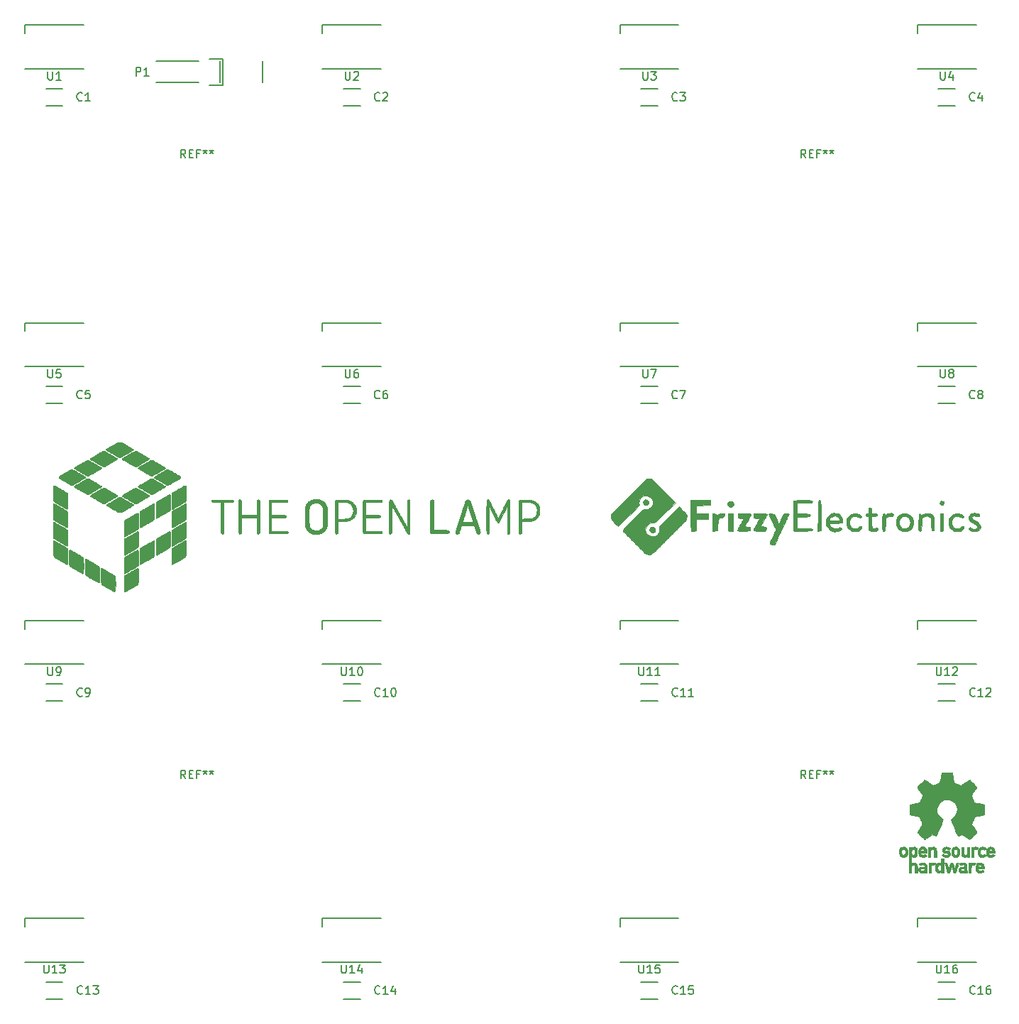
<source format=gbr>
G04 #@! TF.FileFunction,Legend,Top*
%FSLAX46Y46*%
G04 Gerber Fmt 4.6, Leading zero omitted, Abs format (unit mm)*
G04 Created by KiCad (PCBNEW 4.0.5-e0-6337~49~ubuntu16.04.1) date Mon Mar 13 23:20:30 2017*
%MOMM*%
%LPD*%
G01*
G04 APERTURE LIST*
%ADD10C,0.100000*%
%ADD11C,0.150000*%
%ADD12C,0.010000*%
G04 APERTURE END LIST*
D10*
D11*
X102690000Y-44770000D02*
X107770000Y-44770000D01*
X115390000Y-44770000D02*
X115390000Y-42230000D01*
X107770000Y-42230000D02*
X102690000Y-42230000D01*
X109040000Y-41950000D02*
X110590000Y-41950000D01*
X110310000Y-42230000D02*
X110310000Y-44770000D01*
X110590000Y-45050000D02*
X109040000Y-45050000D01*
X110590000Y-45050000D02*
X110590000Y-41950000D01*
X91500000Y-45475000D02*
X89500000Y-45475000D01*
X89500000Y-47525000D02*
X91500000Y-47525000D01*
X127000000Y-45475000D02*
X125000000Y-45475000D01*
X125000000Y-47525000D02*
X127000000Y-47525000D01*
X162500000Y-45475000D02*
X160500000Y-45475000D01*
X160500000Y-47525000D02*
X162500000Y-47525000D01*
X198000000Y-45475000D02*
X196000000Y-45475000D01*
X196000000Y-47525000D02*
X198000000Y-47525000D01*
X91500000Y-80975000D02*
X89500000Y-80975000D01*
X89500000Y-83025000D02*
X91500000Y-83025000D01*
X127000000Y-80975000D02*
X125000000Y-80975000D01*
X125000000Y-83025000D02*
X127000000Y-83025000D01*
X162500000Y-80975000D02*
X160500000Y-80975000D01*
X160500000Y-83025000D02*
X162500000Y-83025000D01*
X198000000Y-80975000D02*
X196000000Y-80975000D01*
X196000000Y-83025000D02*
X198000000Y-83025000D01*
X91500000Y-116475000D02*
X89500000Y-116475000D01*
X89500000Y-118525000D02*
X91500000Y-118525000D01*
X127000000Y-116475000D02*
X125000000Y-116475000D01*
X125000000Y-118525000D02*
X127000000Y-118525000D01*
X162500000Y-116475000D02*
X160500000Y-116475000D01*
X160500000Y-118525000D02*
X162500000Y-118525000D01*
X198000000Y-116475000D02*
X196000000Y-116475000D01*
X196000000Y-118525000D02*
X198000000Y-118525000D01*
X91500000Y-151975000D02*
X89500000Y-151975000D01*
X89500000Y-154025000D02*
X91500000Y-154025000D01*
X127000000Y-151975000D02*
X125000000Y-151975000D01*
X125000000Y-154025000D02*
X127000000Y-154025000D01*
X162500000Y-151975000D02*
X160500000Y-151975000D01*
X160500000Y-154025000D02*
X162500000Y-154025000D01*
X198000000Y-151975000D02*
X196000000Y-151975000D01*
X196000000Y-154025000D02*
X198000000Y-154025000D01*
X94000000Y-43100000D02*
X87000000Y-43100000D01*
X94000000Y-37900000D02*
X87000000Y-37900000D01*
X87000000Y-37900000D02*
X87000000Y-38900000D01*
X129500000Y-43100000D02*
X122500000Y-43100000D01*
X129500000Y-37900000D02*
X122500000Y-37900000D01*
X122500000Y-37900000D02*
X122500000Y-38900000D01*
X165000000Y-43100000D02*
X158000000Y-43100000D01*
X165000000Y-37900000D02*
X158000000Y-37900000D01*
X158000000Y-37900000D02*
X158000000Y-38900000D01*
X200500000Y-43100000D02*
X193500000Y-43100000D01*
X200500000Y-37900000D02*
X193500000Y-37900000D01*
X193500000Y-37900000D02*
X193500000Y-38900000D01*
X94000000Y-78600000D02*
X87000000Y-78600000D01*
X94000000Y-73400000D02*
X87000000Y-73400000D01*
X87000000Y-73400000D02*
X87000000Y-74400000D01*
X129500000Y-78600000D02*
X122500000Y-78600000D01*
X129500000Y-73400000D02*
X122500000Y-73400000D01*
X122500000Y-73400000D02*
X122500000Y-74400000D01*
X165000000Y-78600000D02*
X158000000Y-78600000D01*
X165000000Y-73400000D02*
X158000000Y-73400000D01*
X158000000Y-73400000D02*
X158000000Y-74400000D01*
X200500000Y-78600000D02*
X193500000Y-78600000D01*
X200500000Y-73400000D02*
X193500000Y-73400000D01*
X193500000Y-73400000D02*
X193500000Y-74400000D01*
X94000000Y-114100000D02*
X87000000Y-114100000D01*
X94000000Y-108900000D02*
X87000000Y-108900000D01*
X87000000Y-108900000D02*
X87000000Y-109900000D01*
X129500000Y-114100000D02*
X122500000Y-114100000D01*
X129500000Y-108900000D02*
X122500000Y-108900000D01*
X122500000Y-108900000D02*
X122500000Y-109900000D01*
X165000000Y-114100000D02*
X158000000Y-114100000D01*
X165000000Y-108900000D02*
X158000000Y-108900000D01*
X158000000Y-108900000D02*
X158000000Y-109900000D01*
X200500000Y-114100000D02*
X193500000Y-114100000D01*
X200500000Y-108900000D02*
X193500000Y-108900000D01*
X193500000Y-108900000D02*
X193500000Y-109900000D01*
X94000000Y-149600000D02*
X87000000Y-149600000D01*
X94000000Y-144400000D02*
X87000000Y-144400000D01*
X87000000Y-144400000D02*
X87000000Y-145400000D01*
X129500000Y-149600000D02*
X122500000Y-149600000D01*
X129500000Y-144400000D02*
X122500000Y-144400000D01*
X122500000Y-144400000D02*
X122500000Y-145400000D01*
X165000000Y-149600000D02*
X158000000Y-149600000D01*
X165000000Y-144400000D02*
X158000000Y-144400000D01*
X158000000Y-144400000D02*
X158000000Y-145400000D01*
X200500000Y-149600000D02*
X193500000Y-149600000D01*
X200500000Y-144400000D02*
X193500000Y-144400000D01*
X193500000Y-144400000D02*
X193500000Y-145400000D01*
D12*
G36*
X193219909Y-135909560D02*
X193272412Y-135935499D01*
X193337158Y-135980700D01*
X193384347Y-136029991D01*
X193416665Y-136091885D01*
X193436797Y-136174896D01*
X193447430Y-136287538D01*
X193451247Y-136438324D01*
X193451470Y-136503149D01*
X193450818Y-136645221D01*
X193448112Y-136746757D01*
X193442224Y-136817015D01*
X193432027Y-136865256D01*
X193416394Y-136900738D01*
X193400128Y-136924943D01*
X193296295Y-137027929D01*
X193174021Y-137089874D01*
X193042114Y-137108506D01*
X192909384Y-137081549D01*
X192867333Y-137062486D01*
X192766666Y-137010015D01*
X192766666Y-137832259D01*
X192840135Y-137794267D01*
X192936941Y-137764872D01*
X193055928Y-137757342D01*
X193174745Y-137771245D01*
X193264473Y-137802476D01*
X193338899Y-137861954D01*
X193402490Y-137947066D01*
X193407271Y-137955805D01*
X193427437Y-137996966D01*
X193442165Y-138038454D01*
X193452303Y-138088713D01*
X193458699Y-138156184D01*
X193462201Y-138249309D01*
X193463658Y-138376531D01*
X193463921Y-138519701D01*
X193463921Y-138976471D01*
X193190000Y-138976471D01*
X193190000Y-138134231D01*
X193113383Y-138069763D01*
X193033793Y-138018194D01*
X192958422Y-138008818D01*
X192882633Y-138032947D01*
X192842241Y-138056574D01*
X192812179Y-138090227D01*
X192790797Y-138141087D01*
X192776450Y-138216334D01*
X192767490Y-138323146D01*
X192762270Y-138468704D01*
X192760431Y-138565588D01*
X192754215Y-138964020D01*
X192623480Y-138971547D01*
X192492745Y-138979073D01*
X192492745Y-136506582D01*
X192766666Y-136506582D01*
X192773650Y-136644423D01*
X192797182Y-136740107D01*
X192841135Y-136799641D01*
X192909382Y-136829029D01*
X192978333Y-136834902D01*
X193056386Y-136828154D01*
X193108189Y-136801594D01*
X193140583Y-136766499D01*
X193166084Y-136728752D01*
X193181265Y-136686700D01*
X193188019Y-136627779D01*
X193188241Y-136539428D01*
X193185968Y-136465448D01*
X193180749Y-136354000D01*
X193172979Y-136280833D01*
X193159895Y-136234422D01*
X193138732Y-136203244D01*
X193118760Y-136185223D01*
X193035314Y-136145925D01*
X192936551Y-136139579D01*
X192879841Y-136153116D01*
X192823692Y-136201233D01*
X192786499Y-136294833D01*
X192768472Y-136433254D01*
X192766666Y-136506582D01*
X192492745Y-136506582D01*
X192492745Y-135888628D01*
X192629705Y-135888628D01*
X192711935Y-135891879D01*
X192754360Y-135903426D01*
X192766661Y-135925952D01*
X192766666Y-135926620D01*
X192772374Y-135948681D01*
X192797547Y-135946176D01*
X192847598Y-135921935D01*
X192964219Y-135884851D01*
X193095429Y-135880953D01*
X193219909Y-135909560D01*
X193219909Y-135909560D01*
G37*
X193219909Y-135909560D02*
X193272412Y-135935499D01*
X193337158Y-135980700D01*
X193384347Y-136029991D01*
X193416665Y-136091885D01*
X193436797Y-136174896D01*
X193447430Y-136287538D01*
X193451247Y-136438324D01*
X193451470Y-136503149D01*
X193450818Y-136645221D01*
X193448112Y-136746757D01*
X193442224Y-136817015D01*
X193432027Y-136865256D01*
X193416394Y-136900738D01*
X193400128Y-136924943D01*
X193296295Y-137027929D01*
X193174021Y-137089874D01*
X193042114Y-137108506D01*
X192909384Y-137081549D01*
X192867333Y-137062486D01*
X192766666Y-137010015D01*
X192766666Y-137832259D01*
X192840135Y-137794267D01*
X192936941Y-137764872D01*
X193055928Y-137757342D01*
X193174745Y-137771245D01*
X193264473Y-137802476D01*
X193338899Y-137861954D01*
X193402490Y-137947066D01*
X193407271Y-137955805D01*
X193427437Y-137996966D01*
X193442165Y-138038454D01*
X193452303Y-138088713D01*
X193458699Y-138156184D01*
X193462201Y-138249309D01*
X193463658Y-138376531D01*
X193463921Y-138519701D01*
X193463921Y-138976471D01*
X193190000Y-138976471D01*
X193190000Y-138134231D01*
X193113383Y-138069763D01*
X193033793Y-138018194D01*
X192958422Y-138008818D01*
X192882633Y-138032947D01*
X192842241Y-138056574D01*
X192812179Y-138090227D01*
X192790797Y-138141087D01*
X192776450Y-138216334D01*
X192767490Y-138323146D01*
X192762270Y-138468704D01*
X192760431Y-138565588D01*
X192754215Y-138964020D01*
X192623480Y-138971547D01*
X192492745Y-138979073D01*
X192492745Y-136506582D01*
X192766666Y-136506582D01*
X192773650Y-136644423D01*
X192797182Y-136740107D01*
X192841135Y-136799641D01*
X192909382Y-136829029D01*
X192978333Y-136834902D01*
X193056386Y-136828154D01*
X193108189Y-136801594D01*
X193140583Y-136766499D01*
X193166084Y-136728752D01*
X193181265Y-136686700D01*
X193188019Y-136627779D01*
X193188241Y-136539428D01*
X193185968Y-136465448D01*
X193180749Y-136354000D01*
X193172979Y-136280833D01*
X193159895Y-136234422D01*
X193138732Y-136203244D01*
X193118760Y-136185223D01*
X193035314Y-136145925D01*
X192936551Y-136139579D01*
X192879841Y-136153116D01*
X192823692Y-136201233D01*
X192786499Y-136294833D01*
X192768472Y-136433254D01*
X192766666Y-136506582D01*
X192492745Y-136506582D01*
X192492745Y-135888628D01*
X192629705Y-135888628D01*
X192711935Y-135891879D01*
X192754360Y-135903426D01*
X192766661Y-135925952D01*
X192766666Y-135926620D01*
X192772374Y-135948681D01*
X192797547Y-135946176D01*
X192847598Y-135921935D01*
X192964219Y-135884851D01*
X193095429Y-135880953D01*
X193219909Y-135909560D01*
G36*
X194258720Y-137765922D02*
X194375870Y-137797180D01*
X194465051Y-137853837D01*
X194527984Y-137928045D01*
X194547548Y-137959716D01*
X194561992Y-137992891D01*
X194572089Y-138035329D01*
X194578615Y-138094788D01*
X194582342Y-138179029D01*
X194584046Y-138295810D01*
X194584500Y-138452890D01*
X194584509Y-138494565D01*
X194584509Y-138976471D01*
X194464980Y-138976471D01*
X194388739Y-138971131D01*
X194332366Y-138957604D01*
X194318242Y-138949262D01*
X194279630Y-138934864D01*
X194240192Y-138949262D01*
X194175262Y-138967237D01*
X194080945Y-138974472D01*
X193976407Y-138971333D01*
X193880811Y-138958186D01*
X193825000Y-138941318D01*
X193716998Y-138871986D01*
X193649503Y-138775772D01*
X193619159Y-138647844D01*
X193618877Y-138644559D01*
X193621540Y-138587808D01*
X193862353Y-138587808D01*
X193883405Y-138652358D01*
X193917697Y-138688686D01*
X193986532Y-138716162D01*
X194077390Y-138727129D01*
X194170042Y-138721731D01*
X194244256Y-138700110D01*
X194265049Y-138686239D01*
X194301381Y-138622143D01*
X194310588Y-138549278D01*
X194310588Y-138453530D01*
X194172827Y-138453530D01*
X194041953Y-138463605D01*
X193942741Y-138492148D01*
X193881023Y-138536639D01*
X193862353Y-138587808D01*
X193621540Y-138587808D01*
X193625436Y-138504790D01*
X193671534Y-138394282D01*
X193758200Y-138310712D01*
X193770179Y-138303110D01*
X193821655Y-138278357D01*
X193885368Y-138263368D01*
X193974435Y-138256082D01*
X194080245Y-138254407D01*
X194310588Y-138254314D01*
X194310588Y-138157755D01*
X194300817Y-138082836D01*
X194275884Y-138032644D01*
X194272965Y-138029972D01*
X194217481Y-138008015D01*
X194133727Y-137999505D01*
X194041167Y-138003687D01*
X193959270Y-138019809D01*
X193910673Y-138043990D01*
X193884341Y-138063359D01*
X193856535Y-138067057D01*
X193818161Y-138051188D01*
X193760125Y-138011855D01*
X193673331Y-137945164D01*
X193665365Y-137938916D01*
X193669447Y-137915800D01*
X193703501Y-137877352D01*
X193755260Y-137834627D01*
X193812455Y-137798679D01*
X193830425Y-137790191D01*
X193895972Y-137773252D01*
X193992020Y-137761170D01*
X194099329Y-137756323D01*
X194104347Y-137756313D01*
X194258720Y-137765922D01*
X194258720Y-137765922D01*
G37*
X194258720Y-137765922D02*
X194375870Y-137797180D01*
X194465051Y-137853837D01*
X194527984Y-137928045D01*
X194547548Y-137959716D01*
X194561992Y-137992891D01*
X194572089Y-138035329D01*
X194578615Y-138094788D01*
X194582342Y-138179029D01*
X194584046Y-138295810D01*
X194584500Y-138452890D01*
X194584509Y-138494565D01*
X194584509Y-138976471D01*
X194464980Y-138976471D01*
X194388739Y-138971131D01*
X194332366Y-138957604D01*
X194318242Y-138949262D01*
X194279630Y-138934864D01*
X194240192Y-138949262D01*
X194175262Y-138967237D01*
X194080945Y-138974472D01*
X193976407Y-138971333D01*
X193880811Y-138958186D01*
X193825000Y-138941318D01*
X193716998Y-138871986D01*
X193649503Y-138775772D01*
X193619159Y-138647844D01*
X193618877Y-138644559D01*
X193621540Y-138587808D01*
X193862353Y-138587808D01*
X193883405Y-138652358D01*
X193917697Y-138688686D01*
X193986532Y-138716162D01*
X194077390Y-138727129D01*
X194170042Y-138721731D01*
X194244256Y-138700110D01*
X194265049Y-138686239D01*
X194301381Y-138622143D01*
X194310588Y-138549278D01*
X194310588Y-138453530D01*
X194172827Y-138453530D01*
X194041953Y-138463605D01*
X193942741Y-138492148D01*
X193881023Y-138536639D01*
X193862353Y-138587808D01*
X193621540Y-138587808D01*
X193625436Y-138504790D01*
X193671534Y-138394282D01*
X193758200Y-138310712D01*
X193770179Y-138303110D01*
X193821655Y-138278357D01*
X193885368Y-138263368D01*
X193974435Y-138256082D01*
X194080245Y-138254407D01*
X194310588Y-138254314D01*
X194310588Y-138157755D01*
X194300817Y-138082836D01*
X194275884Y-138032644D01*
X194272965Y-138029972D01*
X194217481Y-138008015D01*
X194133727Y-137999505D01*
X194041167Y-138003687D01*
X193959270Y-138019809D01*
X193910673Y-138043990D01*
X193884341Y-138063359D01*
X193856535Y-138067057D01*
X193818161Y-138051188D01*
X193760125Y-138011855D01*
X193673331Y-137945164D01*
X193665365Y-137938916D01*
X193669447Y-137915800D01*
X193703501Y-137877352D01*
X193755260Y-137834627D01*
X193812455Y-137798679D01*
X193830425Y-137790191D01*
X193895972Y-137773252D01*
X193992020Y-137761170D01*
X194099329Y-137756323D01*
X194104347Y-137756313D01*
X194258720Y-137765922D01*
G36*
X195032764Y-137758921D02*
X195070030Y-137770091D01*
X195082043Y-137794633D01*
X195082549Y-137805712D01*
X195084704Y-137836572D01*
X195099551Y-137841417D01*
X195139657Y-137820260D01*
X195163480Y-137805806D01*
X195238638Y-137774850D01*
X195328406Y-137759544D01*
X195422529Y-137758367D01*
X195510754Y-137769799D01*
X195582826Y-137792320D01*
X195628492Y-137824409D01*
X195637498Y-137864545D01*
X195632953Y-137875415D01*
X195599821Y-137920534D01*
X195548445Y-137976026D01*
X195539152Y-137984996D01*
X195490182Y-138026245D01*
X195447931Y-138039572D01*
X195388841Y-138030271D01*
X195365169Y-138024090D01*
X195291504Y-138009246D01*
X195239710Y-138015921D01*
X195195969Y-138039465D01*
X195155902Y-138071061D01*
X195126392Y-138110798D01*
X195105884Y-138166252D01*
X195092824Y-138245003D01*
X195085656Y-138354629D01*
X195082824Y-138502706D01*
X195082549Y-138592111D01*
X195082549Y-138976471D01*
X194833529Y-138976471D01*
X194833529Y-137756275D01*
X194958039Y-137756275D01*
X195032764Y-137758921D01*
X195032764Y-137758921D01*
G37*
X195032764Y-137758921D02*
X195070030Y-137770091D01*
X195082043Y-137794633D01*
X195082549Y-137805712D01*
X195084704Y-137836572D01*
X195099551Y-137841417D01*
X195139657Y-137820260D01*
X195163480Y-137805806D01*
X195238638Y-137774850D01*
X195328406Y-137759544D01*
X195422529Y-137758367D01*
X195510754Y-137769799D01*
X195582826Y-137792320D01*
X195628492Y-137824409D01*
X195637498Y-137864545D01*
X195632953Y-137875415D01*
X195599821Y-137920534D01*
X195548445Y-137976026D01*
X195539152Y-137984996D01*
X195490182Y-138026245D01*
X195447931Y-138039572D01*
X195388841Y-138030271D01*
X195365169Y-138024090D01*
X195291504Y-138009246D01*
X195239710Y-138015921D01*
X195195969Y-138039465D01*
X195155902Y-138071061D01*
X195126392Y-138110798D01*
X195105884Y-138166252D01*
X195092824Y-138245003D01*
X195085656Y-138354629D01*
X195082824Y-138502706D01*
X195082549Y-138592111D01*
X195082549Y-138976471D01*
X194833529Y-138976471D01*
X194833529Y-137756275D01*
X194958039Y-137756275D01*
X195032764Y-137758921D01*
G36*
X196601568Y-138976471D02*
X196464607Y-138976471D01*
X196385111Y-138974140D01*
X196343708Y-138964488D01*
X196328801Y-138943525D01*
X196327647Y-138929351D01*
X196325133Y-138900927D01*
X196309280Y-138895475D01*
X196267621Y-138912998D01*
X196235224Y-138929351D01*
X196110849Y-138968103D01*
X195975646Y-138970346D01*
X195865726Y-138941444D01*
X195763366Y-138871619D01*
X195685340Y-138768555D01*
X195642614Y-138646989D01*
X195641526Y-138640192D01*
X195635178Y-138566032D01*
X195632021Y-138459570D01*
X195632275Y-138379052D01*
X195904289Y-138379052D01*
X195910590Y-138486070D01*
X195924925Y-138574278D01*
X195944331Y-138624090D01*
X196017746Y-138692162D01*
X196104914Y-138716564D01*
X196194804Y-138696831D01*
X196271617Y-138637968D01*
X196300708Y-138598379D01*
X196317717Y-138551138D01*
X196325684Y-138482181D01*
X196327647Y-138378607D01*
X196324134Y-138276039D01*
X196314857Y-138185921D01*
X196301706Y-138125613D01*
X196299514Y-138120208D01*
X196246478Y-138055940D01*
X196169067Y-138020656D01*
X196082454Y-138014959D01*
X196001807Y-138039453D01*
X195942297Y-138094742D01*
X195936124Y-138105743D01*
X195916801Y-138172827D01*
X195906274Y-138269284D01*
X195904289Y-138379052D01*
X195632275Y-138379052D01*
X195632404Y-138338225D01*
X195634194Y-138272918D01*
X195646373Y-138111355D01*
X195671685Y-137990053D01*
X195713793Y-137900379D01*
X195776359Y-137833699D01*
X195837100Y-137794557D01*
X195921964Y-137767040D01*
X196027515Y-137757603D01*
X196135598Y-137765290D01*
X196228058Y-137789146D01*
X196276910Y-137817685D01*
X196327647Y-137863601D01*
X196327647Y-137283137D01*
X196601568Y-137283137D01*
X196601568Y-138976471D01*
X196601568Y-138976471D01*
G37*
X196601568Y-138976471D02*
X196464607Y-138976471D01*
X196385111Y-138974140D01*
X196343708Y-138964488D01*
X196328801Y-138943525D01*
X196327647Y-138929351D01*
X196325133Y-138900927D01*
X196309280Y-138895475D01*
X196267621Y-138912998D01*
X196235224Y-138929351D01*
X196110849Y-138968103D01*
X195975646Y-138970346D01*
X195865726Y-138941444D01*
X195763366Y-138871619D01*
X195685340Y-138768555D01*
X195642614Y-138646989D01*
X195641526Y-138640192D01*
X195635178Y-138566032D01*
X195632021Y-138459570D01*
X195632275Y-138379052D01*
X195904289Y-138379052D01*
X195910590Y-138486070D01*
X195924925Y-138574278D01*
X195944331Y-138624090D01*
X196017746Y-138692162D01*
X196104914Y-138716564D01*
X196194804Y-138696831D01*
X196271617Y-138637968D01*
X196300708Y-138598379D01*
X196317717Y-138551138D01*
X196325684Y-138482181D01*
X196327647Y-138378607D01*
X196324134Y-138276039D01*
X196314857Y-138185921D01*
X196301706Y-138125613D01*
X196299514Y-138120208D01*
X196246478Y-138055940D01*
X196169067Y-138020656D01*
X196082454Y-138014959D01*
X196001807Y-138039453D01*
X195942297Y-138094742D01*
X195936124Y-138105743D01*
X195916801Y-138172827D01*
X195906274Y-138269284D01*
X195904289Y-138379052D01*
X195632275Y-138379052D01*
X195632404Y-138338225D01*
X195634194Y-138272918D01*
X195646373Y-138111355D01*
X195671685Y-137990053D01*
X195713793Y-137900379D01*
X195776359Y-137833699D01*
X195837100Y-137794557D01*
X195921964Y-137767040D01*
X196027515Y-137757603D01*
X196135598Y-137765290D01*
X196228058Y-137789146D01*
X196276910Y-137817685D01*
X196327647Y-137863601D01*
X196327647Y-137283137D01*
X196601568Y-137283137D01*
X196601568Y-138976471D01*
G36*
X197557528Y-137761332D02*
X197656014Y-137768726D01*
X197784776Y-138154706D01*
X197913537Y-138540686D01*
X197953911Y-138403726D01*
X197978207Y-138319083D01*
X198010167Y-138204697D01*
X198044679Y-138078963D01*
X198062928Y-138011520D01*
X198131571Y-137756275D01*
X198414773Y-137756275D01*
X198330122Y-138023971D01*
X198288435Y-138155638D01*
X198238074Y-138314458D01*
X198185481Y-138480128D01*
X198138530Y-138627843D01*
X198031589Y-138964020D01*
X197800661Y-138979044D01*
X197738050Y-138772316D01*
X197699438Y-138643896D01*
X197657300Y-138502322D01*
X197620472Y-138377285D01*
X197619018Y-138372309D01*
X197591511Y-138287586D01*
X197567242Y-138229778D01*
X197550243Y-138207918D01*
X197546750Y-138210446D01*
X197534490Y-138244336D01*
X197511195Y-138316930D01*
X197479700Y-138419101D01*
X197442842Y-138541720D01*
X197422899Y-138609167D01*
X197314895Y-138976471D01*
X197085679Y-138976471D01*
X196902439Y-138397500D01*
X196850963Y-138235091D01*
X196804070Y-138087602D01*
X196763977Y-137961960D01*
X196732897Y-137865095D01*
X196713045Y-137803934D01*
X196707011Y-137786065D01*
X196711788Y-137767768D01*
X196749297Y-137759755D01*
X196827355Y-137760557D01*
X196839574Y-137761163D01*
X196984326Y-137768726D01*
X197079130Y-138117353D01*
X197113977Y-138244497D01*
X197145117Y-138356265D01*
X197169809Y-138442953D01*
X197185312Y-138494856D01*
X197188176Y-138503318D01*
X197200046Y-138493587D01*
X197223983Y-138443172D01*
X197257239Y-138358935D01*
X197297064Y-138247741D01*
X197330730Y-138147297D01*
X197459041Y-137753939D01*
X197557528Y-137761332D01*
X197557528Y-137761332D01*
G37*
X197557528Y-137761332D02*
X197656014Y-137768726D01*
X197784776Y-138154706D01*
X197913537Y-138540686D01*
X197953911Y-138403726D01*
X197978207Y-138319083D01*
X198010167Y-138204697D01*
X198044679Y-138078963D01*
X198062928Y-138011520D01*
X198131571Y-137756275D01*
X198414773Y-137756275D01*
X198330122Y-138023971D01*
X198288435Y-138155638D01*
X198238074Y-138314458D01*
X198185481Y-138480128D01*
X198138530Y-138627843D01*
X198031589Y-138964020D01*
X197800661Y-138979044D01*
X197738050Y-138772316D01*
X197699438Y-138643896D01*
X197657300Y-138502322D01*
X197620472Y-138377285D01*
X197619018Y-138372309D01*
X197591511Y-138287586D01*
X197567242Y-138229778D01*
X197550243Y-138207918D01*
X197546750Y-138210446D01*
X197534490Y-138244336D01*
X197511195Y-138316930D01*
X197479700Y-138419101D01*
X197442842Y-138541720D01*
X197422899Y-138609167D01*
X197314895Y-138976471D01*
X197085679Y-138976471D01*
X196902439Y-138397500D01*
X196850963Y-138235091D01*
X196804070Y-138087602D01*
X196763977Y-137961960D01*
X196732897Y-137865095D01*
X196713045Y-137803934D01*
X196707011Y-137786065D01*
X196711788Y-137767768D01*
X196749297Y-137759755D01*
X196827355Y-137760557D01*
X196839574Y-137761163D01*
X196984326Y-137768726D01*
X197079130Y-138117353D01*
X197113977Y-138244497D01*
X197145117Y-138356265D01*
X197169809Y-138442953D01*
X197185312Y-138494856D01*
X197188176Y-138503318D01*
X197200046Y-138493587D01*
X197223983Y-138443172D01*
X197257239Y-138358935D01*
X197297064Y-138247741D01*
X197330730Y-138147297D01*
X197459041Y-137753939D01*
X197557528Y-137761332D01*
G36*
X199056459Y-137763669D02*
X199161420Y-137789163D01*
X199191761Y-137802669D01*
X199250573Y-137838046D01*
X199295709Y-137877890D01*
X199329106Y-137929120D01*
X199352701Y-137998654D01*
X199368433Y-138093409D01*
X199378239Y-138220305D01*
X199384057Y-138386258D01*
X199386266Y-138497108D01*
X199394396Y-138976471D01*
X199255531Y-138976471D01*
X199171287Y-138972938D01*
X199127884Y-138960866D01*
X199116666Y-138940594D01*
X199110744Y-138918674D01*
X199084266Y-138922865D01*
X199048186Y-138940441D01*
X198957862Y-138967382D01*
X198841777Y-138974642D01*
X198719680Y-138962767D01*
X198611321Y-138932305D01*
X198601602Y-138928077D01*
X198502568Y-138858505D01*
X198437281Y-138761789D01*
X198407240Y-138648738D01*
X198409535Y-138608122D01*
X198654633Y-138608122D01*
X198676229Y-138662782D01*
X198740259Y-138701952D01*
X198843565Y-138722974D01*
X198898774Y-138725766D01*
X198990782Y-138718620D01*
X199051941Y-138690848D01*
X199066862Y-138677647D01*
X199107287Y-138605829D01*
X199116666Y-138540686D01*
X199116666Y-138453530D01*
X198995269Y-138453530D01*
X198854153Y-138460722D01*
X198755173Y-138483345D01*
X198692633Y-138522964D01*
X198678631Y-138540628D01*
X198654633Y-138608122D01*
X198409535Y-138608122D01*
X198413941Y-138530157D01*
X198458880Y-138416855D01*
X198520196Y-138340285D01*
X198557332Y-138307181D01*
X198593687Y-138285425D01*
X198640990Y-138272161D01*
X198710973Y-138264528D01*
X198815364Y-138259670D01*
X198856770Y-138258273D01*
X199116666Y-138249780D01*
X199116285Y-138171116D01*
X199106219Y-138088428D01*
X199069829Y-138038431D01*
X198996311Y-138006489D01*
X198994339Y-138005920D01*
X198890105Y-137993361D01*
X198788108Y-138009766D01*
X198712305Y-138049657D01*
X198681890Y-138069354D01*
X198649132Y-138066629D01*
X198598721Y-138038091D01*
X198569119Y-138017950D01*
X198511218Y-137974919D01*
X198475352Y-137942662D01*
X198469597Y-137933427D01*
X198493295Y-137885636D01*
X198563313Y-137828562D01*
X198593725Y-137809305D01*
X198681155Y-137776140D01*
X198798983Y-137757350D01*
X198929866Y-137753129D01*
X199056459Y-137763669D01*
X199056459Y-137763669D01*
G37*
X199056459Y-137763669D02*
X199161420Y-137789163D01*
X199191761Y-137802669D01*
X199250573Y-137838046D01*
X199295709Y-137877890D01*
X199329106Y-137929120D01*
X199352701Y-137998654D01*
X199368433Y-138093409D01*
X199378239Y-138220305D01*
X199384057Y-138386258D01*
X199386266Y-138497108D01*
X199394396Y-138976471D01*
X199255531Y-138976471D01*
X199171287Y-138972938D01*
X199127884Y-138960866D01*
X199116666Y-138940594D01*
X199110744Y-138918674D01*
X199084266Y-138922865D01*
X199048186Y-138940441D01*
X198957862Y-138967382D01*
X198841777Y-138974642D01*
X198719680Y-138962767D01*
X198611321Y-138932305D01*
X198601602Y-138928077D01*
X198502568Y-138858505D01*
X198437281Y-138761789D01*
X198407240Y-138648738D01*
X198409535Y-138608122D01*
X198654633Y-138608122D01*
X198676229Y-138662782D01*
X198740259Y-138701952D01*
X198843565Y-138722974D01*
X198898774Y-138725766D01*
X198990782Y-138718620D01*
X199051941Y-138690848D01*
X199066862Y-138677647D01*
X199107287Y-138605829D01*
X199116666Y-138540686D01*
X199116666Y-138453530D01*
X198995269Y-138453530D01*
X198854153Y-138460722D01*
X198755173Y-138483345D01*
X198692633Y-138522964D01*
X198678631Y-138540628D01*
X198654633Y-138608122D01*
X198409535Y-138608122D01*
X198413941Y-138530157D01*
X198458880Y-138416855D01*
X198520196Y-138340285D01*
X198557332Y-138307181D01*
X198593687Y-138285425D01*
X198640990Y-138272161D01*
X198710973Y-138264528D01*
X198815364Y-138259670D01*
X198856770Y-138258273D01*
X199116666Y-138249780D01*
X199116285Y-138171116D01*
X199106219Y-138088428D01*
X199069829Y-138038431D01*
X198996311Y-138006489D01*
X198994339Y-138005920D01*
X198890105Y-137993361D01*
X198788108Y-138009766D01*
X198712305Y-138049657D01*
X198681890Y-138069354D01*
X198649132Y-138066629D01*
X198598721Y-138038091D01*
X198569119Y-138017950D01*
X198511218Y-137974919D01*
X198475352Y-137942662D01*
X198469597Y-137933427D01*
X198493295Y-137885636D01*
X198563313Y-137828562D01*
X198593725Y-137809305D01*
X198681155Y-137776140D01*
X198798983Y-137757350D01*
X198929866Y-137753129D01*
X199056459Y-137763669D01*
G36*
X200238446Y-137755883D02*
X200334177Y-137774755D01*
X200388677Y-137802699D01*
X200446008Y-137849123D01*
X200364441Y-137952111D01*
X200314150Y-138014479D01*
X200280001Y-138044907D01*
X200246063Y-138049555D01*
X200196406Y-138034586D01*
X200173096Y-138026117D01*
X200078063Y-138013622D01*
X199991032Y-138040406D01*
X199927138Y-138100915D01*
X199916759Y-138120208D01*
X199905456Y-138171314D01*
X199896732Y-138265500D01*
X199890997Y-138396089D01*
X199888660Y-138556405D01*
X199888627Y-138579211D01*
X199888627Y-138976471D01*
X199614705Y-138976471D01*
X199614705Y-137756275D01*
X199751666Y-137756275D01*
X199830638Y-137758337D01*
X199871779Y-137767513D01*
X199886992Y-137788290D01*
X199888627Y-137807886D01*
X199888627Y-137859497D01*
X199954240Y-137807886D01*
X200029475Y-137772675D01*
X200130544Y-137755265D01*
X200238446Y-137755883D01*
X200238446Y-137755883D01*
G37*
X200238446Y-137755883D02*
X200334177Y-137774755D01*
X200388677Y-137802699D01*
X200446008Y-137849123D01*
X200364441Y-137952111D01*
X200314150Y-138014479D01*
X200280001Y-138044907D01*
X200246063Y-138049555D01*
X200196406Y-138034586D01*
X200173096Y-138026117D01*
X200078063Y-138013622D01*
X199991032Y-138040406D01*
X199927138Y-138100915D01*
X199916759Y-138120208D01*
X199905456Y-138171314D01*
X199896732Y-138265500D01*
X199890997Y-138396089D01*
X199888660Y-138556405D01*
X199888627Y-138579211D01*
X199888627Y-138976471D01*
X199614705Y-138976471D01*
X199614705Y-137756275D01*
X199751666Y-137756275D01*
X199830638Y-137758337D01*
X199871779Y-137767513D01*
X199886992Y-137788290D01*
X199888627Y-137807886D01*
X199888627Y-137859497D01*
X199954240Y-137807886D01*
X200029475Y-137772675D01*
X200130544Y-137755265D01*
X200238446Y-137755883D01*
G36*
X201025307Y-137762784D02*
X201144337Y-137793731D01*
X201244021Y-137857600D01*
X201292288Y-137905313D01*
X201371408Y-138018106D01*
X201416752Y-138148950D01*
X201432330Y-138309792D01*
X201432410Y-138322794D01*
X201432549Y-138453530D01*
X200680091Y-138453530D01*
X200696130Y-138522010D01*
X200725091Y-138584031D01*
X200775778Y-138648654D01*
X200786379Y-138658971D01*
X200877494Y-138714805D01*
X200981400Y-138724275D01*
X201101000Y-138687540D01*
X201121274Y-138677647D01*
X201183456Y-138647574D01*
X201225106Y-138630440D01*
X201232373Y-138628855D01*
X201257740Y-138644242D01*
X201306120Y-138681887D01*
X201330679Y-138702459D01*
X201381570Y-138749714D01*
X201398281Y-138780917D01*
X201386683Y-138809620D01*
X201380483Y-138817468D01*
X201338493Y-138851819D01*
X201269206Y-138893565D01*
X201220882Y-138917935D01*
X201083711Y-138960873D01*
X200931847Y-138974786D01*
X200788024Y-138958300D01*
X200747745Y-138946496D01*
X200623078Y-138879689D01*
X200530671Y-138776892D01*
X200469990Y-138637105D01*
X200440498Y-138459330D01*
X200437260Y-138366373D01*
X200446714Y-138231033D01*
X200685490Y-138231033D01*
X200708584Y-138241038D01*
X200770662Y-138248888D01*
X200860914Y-138253521D01*
X200922058Y-138254314D01*
X201032040Y-138253549D01*
X201101457Y-138249970D01*
X201139538Y-138241649D01*
X201155515Y-138226657D01*
X201158627Y-138204903D01*
X201137278Y-138137892D01*
X201083529Y-138071664D01*
X201012822Y-138020832D01*
X200942089Y-138000038D01*
X200846016Y-138018484D01*
X200762849Y-138071811D01*
X200705186Y-138148677D01*
X200685490Y-138231033D01*
X200446714Y-138231033D01*
X200451028Y-138169291D01*
X200493520Y-138012271D01*
X200565635Y-137894069D01*
X200668273Y-137813440D01*
X200802332Y-137769139D01*
X200874957Y-137760607D01*
X201025307Y-137762784D01*
X201025307Y-137762784D01*
G37*
X201025307Y-137762784D02*
X201144337Y-137793731D01*
X201244021Y-137857600D01*
X201292288Y-137905313D01*
X201371408Y-138018106D01*
X201416752Y-138148950D01*
X201432330Y-138309792D01*
X201432410Y-138322794D01*
X201432549Y-138453530D01*
X200680091Y-138453530D01*
X200696130Y-138522010D01*
X200725091Y-138584031D01*
X200775778Y-138648654D01*
X200786379Y-138658971D01*
X200877494Y-138714805D01*
X200981400Y-138724275D01*
X201101000Y-138687540D01*
X201121274Y-138677647D01*
X201183456Y-138647574D01*
X201225106Y-138630440D01*
X201232373Y-138628855D01*
X201257740Y-138644242D01*
X201306120Y-138681887D01*
X201330679Y-138702459D01*
X201381570Y-138749714D01*
X201398281Y-138780917D01*
X201386683Y-138809620D01*
X201380483Y-138817468D01*
X201338493Y-138851819D01*
X201269206Y-138893565D01*
X201220882Y-138917935D01*
X201083711Y-138960873D01*
X200931847Y-138974786D01*
X200788024Y-138958300D01*
X200747745Y-138946496D01*
X200623078Y-138879689D01*
X200530671Y-138776892D01*
X200469990Y-138637105D01*
X200440498Y-138459330D01*
X200437260Y-138366373D01*
X200446714Y-138231033D01*
X200685490Y-138231033D01*
X200708584Y-138241038D01*
X200770662Y-138248888D01*
X200860914Y-138253521D01*
X200922058Y-138254314D01*
X201032040Y-138253549D01*
X201101457Y-138249970D01*
X201139538Y-138241649D01*
X201155515Y-138226657D01*
X201158627Y-138204903D01*
X201137278Y-138137892D01*
X201083529Y-138071664D01*
X201012822Y-138020832D01*
X200942089Y-138000038D01*
X200846016Y-138018484D01*
X200762849Y-138071811D01*
X200705186Y-138148677D01*
X200685490Y-138231033D01*
X200446714Y-138231033D01*
X200451028Y-138169291D01*
X200493520Y-138012271D01*
X200565635Y-137894069D01*
X200668273Y-137813440D01*
X200802332Y-137769139D01*
X200874957Y-137760607D01*
X201025307Y-137762784D01*
G36*
X191973247Y-135901568D02*
X192103522Y-135959163D01*
X192202419Y-136055334D01*
X192270082Y-136190229D01*
X192306655Y-136363996D01*
X192309276Y-136391126D01*
X192311330Y-136582408D01*
X192284699Y-136750073D01*
X192231001Y-136885967D01*
X192202247Y-136929681D01*
X192102091Y-137022198D01*
X191974537Y-137082119D01*
X191831837Y-137106985D01*
X191686240Y-137094339D01*
X191575562Y-137055391D01*
X191480384Y-136989755D01*
X191402594Y-136903699D01*
X191401249Y-136901685D01*
X191369657Y-136848570D01*
X191349127Y-136795160D01*
X191336695Y-136727754D01*
X191329397Y-136632653D01*
X191326182Y-136554666D01*
X191324844Y-136483944D01*
X191573814Y-136483944D01*
X191576247Y-136554348D01*
X191585080Y-136648068D01*
X191600664Y-136708214D01*
X191628766Y-136751006D01*
X191655086Y-136776002D01*
X191748392Y-136828338D01*
X191846020Y-136835333D01*
X191936942Y-136797676D01*
X191982402Y-136755479D01*
X192015162Y-136712956D01*
X192034323Y-136672267D01*
X192042733Y-136619314D01*
X192043237Y-136539997D01*
X192040645Y-136466950D01*
X192035071Y-136362601D01*
X192026234Y-136294920D01*
X192010307Y-136250774D01*
X191983462Y-136217031D01*
X191962189Y-136197746D01*
X191873206Y-136147086D01*
X191777211Y-136144560D01*
X191696719Y-136174567D01*
X191628053Y-136237231D01*
X191587144Y-136340168D01*
X191573814Y-136483944D01*
X191324844Y-136483944D01*
X191323246Y-136399582D01*
X191328260Y-136283600D01*
X191343283Y-136196367D01*
X191370376Y-136127530D01*
X191411600Y-136066737D01*
X191426885Y-136048686D01*
X191522454Y-135958746D01*
X191624961Y-135906211D01*
X191750321Y-135884201D01*
X191811450Y-135882402D01*
X191973247Y-135901568D01*
X191973247Y-135901568D01*
G37*
X191973247Y-135901568D02*
X192103522Y-135959163D01*
X192202419Y-136055334D01*
X192270082Y-136190229D01*
X192306655Y-136363996D01*
X192309276Y-136391126D01*
X192311330Y-136582408D01*
X192284699Y-136750073D01*
X192231001Y-136885967D01*
X192202247Y-136929681D01*
X192102091Y-137022198D01*
X191974537Y-137082119D01*
X191831837Y-137106985D01*
X191686240Y-137094339D01*
X191575562Y-137055391D01*
X191480384Y-136989755D01*
X191402594Y-136903699D01*
X191401249Y-136901685D01*
X191369657Y-136848570D01*
X191349127Y-136795160D01*
X191336695Y-136727754D01*
X191329397Y-136632653D01*
X191326182Y-136554666D01*
X191324844Y-136483944D01*
X191573814Y-136483944D01*
X191576247Y-136554348D01*
X191585080Y-136648068D01*
X191600664Y-136708214D01*
X191628766Y-136751006D01*
X191655086Y-136776002D01*
X191748392Y-136828338D01*
X191846020Y-136835333D01*
X191936942Y-136797676D01*
X191982402Y-136755479D01*
X192015162Y-136712956D01*
X192034323Y-136672267D01*
X192042733Y-136619314D01*
X192043237Y-136539997D01*
X192040645Y-136466950D01*
X192035071Y-136362601D01*
X192026234Y-136294920D01*
X192010307Y-136250774D01*
X191983462Y-136217031D01*
X191962189Y-136197746D01*
X191873206Y-136147086D01*
X191777211Y-136144560D01*
X191696719Y-136174567D01*
X191628053Y-136237231D01*
X191587144Y-136340168D01*
X191573814Y-136483944D01*
X191324844Y-136483944D01*
X191323246Y-136399582D01*
X191328260Y-136283600D01*
X191343283Y-136196367D01*
X191370376Y-136127530D01*
X191411600Y-136066737D01*
X191426885Y-136048686D01*
X191522454Y-135958746D01*
X191624961Y-135906211D01*
X191750321Y-135884201D01*
X191811450Y-135882402D01*
X191973247Y-135901568D01*
G36*
X194313204Y-135916354D02*
X194338019Y-135928037D01*
X194423906Y-135990951D01*
X194505121Y-136082769D01*
X194565764Y-136183868D01*
X194583012Y-136230349D01*
X194598749Y-136313376D01*
X194608133Y-136413713D01*
X194609272Y-136455147D01*
X194609411Y-136585882D01*
X193856953Y-136585882D01*
X193872993Y-136654363D01*
X193912363Y-136735355D01*
X193981194Y-136805351D01*
X194063081Y-136850441D01*
X194115263Y-136859804D01*
X194186029Y-136848441D01*
X194270460Y-136819943D01*
X194299142Y-136806831D01*
X194405209Y-136753858D01*
X194495728Y-136822901D01*
X194547961Y-136869597D01*
X194575753Y-136908140D01*
X194577160Y-136919452D01*
X194552332Y-136946868D01*
X194497917Y-136988532D01*
X194448528Y-137021037D01*
X194315252Y-137079468D01*
X194165839Y-137105915D01*
X194017751Y-137099039D01*
X193899705Y-137063096D01*
X193778018Y-136986101D01*
X193691540Y-136884728D01*
X193637441Y-136753570D01*
X193612891Y-136587224D01*
X193610714Y-136511108D01*
X193619427Y-136336685D01*
X193620497Y-136331611D01*
X193869827Y-136331611D01*
X193876694Y-136347968D01*
X193904917Y-136356988D01*
X193963127Y-136360854D01*
X194059958Y-136361749D01*
X194097243Y-136361765D01*
X194210683Y-136360413D01*
X194282622Y-136355505D01*
X194321313Y-136345760D01*
X194335005Y-136329899D01*
X194335490Y-136324805D01*
X194319863Y-136284326D01*
X194280753Y-136227621D01*
X194263939Y-136207766D01*
X194201519Y-136151611D01*
X194136453Y-136129532D01*
X194101397Y-136127686D01*
X194006558Y-136150766D01*
X193927027Y-136212759D01*
X193876577Y-136302802D01*
X193875683Y-136305735D01*
X193869827Y-136331611D01*
X193620497Y-136331611D01*
X193648399Y-136199343D01*
X193700590Y-136089461D01*
X193764421Y-136011461D01*
X193882433Y-135926882D01*
X194021158Y-135881686D01*
X194168710Y-135877600D01*
X194313204Y-135916354D01*
X194313204Y-135916354D01*
G37*
X194313204Y-135916354D02*
X194338019Y-135928037D01*
X194423906Y-135990951D01*
X194505121Y-136082769D01*
X194565764Y-136183868D01*
X194583012Y-136230349D01*
X194598749Y-136313376D01*
X194608133Y-136413713D01*
X194609272Y-136455147D01*
X194609411Y-136585882D01*
X193856953Y-136585882D01*
X193872993Y-136654363D01*
X193912363Y-136735355D01*
X193981194Y-136805351D01*
X194063081Y-136850441D01*
X194115263Y-136859804D01*
X194186029Y-136848441D01*
X194270460Y-136819943D01*
X194299142Y-136806831D01*
X194405209Y-136753858D01*
X194495728Y-136822901D01*
X194547961Y-136869597D01*
X194575753Y-136908140D01*
X194577160Y-136919452D01*
X194552332Y-136946868D01*
X194497917Y-136988532D01*
X194448528Y-137021037D01*
X194315252Y-137079468D01*
X194165839Y-137105915D01*
X194017751Y-137099039D01*
X193899705Y-137063096D01*
X193778018Y-136986101D01*
X193691540Y-136884728D01*
X193637441Y-136753570D01*
X193612891Y-136587224D01*
X193610714Y-136511108D01*
X193619427Y-136336685D01*
X193620497Y-136331611D01*
X193869827Y-136331611D01*
X193876694Y-136347968D01*
X193904917Y-136356988D01*
X193963127Y-136360854D01*
X194059958Y-136361749D01*
X194097243Y-136361765D01*
X194210683Y-136360413D01*
X194282622Y-136355505D01*
X194321313Y-136345760D01*
X194335005Y-136329899D01*
X194335490Y-136324805D01*
X194319863Y-136284326D01*
X194280753Y-136227621D01*
X194263939Y-136207766D01*
X194201519Y-136151611D01*
X194136453Y-136129532D01*
X194101397Y-136127686D01*
X194006558Y-136150766D01*
X193927027Y-136212759D01*
X193876577Y-136302802D01*
X193875683Y-136305735D01*
X193869827Y-136331611D01*
X193620497Y-136331611D01*
X193648399Y-136199343D01*
X193700590Y-136089461D01*
X193764421Y-136011461D01*
X193882433Y-135926882D01*
X194021158Y-135881686D01*
X194168710Y-135877600D01*
X194313204Y-135916354D01*
G36*
X197027759Y-135884345D02*
X197122059Y-135902229D01*
X197219890Y-135939633D01*
X197230343Y-135944402D01*
X197304531Y-135983412D01*
X197355910Y-136019664D01*
X197372517Y-136042887D01*
X197356702Y-136080761D01*
X197318288Y-136136644D01*
X197301237Y-136157505D01*
X197230969Y-136239618D01*
X197140379Y-136186168D01*
X197054164Y-136150561D01*
X196954549Y-136131529D01*
X196859019Y-136130326D01*
X196785061Y-136148210D01*
X196767312Y-136159373D01*
X196733512Y-136210553D01*
X196729404Y-136269509D01*
X196754696Y-136315567D01*
X196769656Y-136324499D01*
X196814486Y-136335592D01*
X196893286Y-136348630D01*
X196990426Y-136361088D01*
X197008346Y-136363042D01*
X197164365Y-136390030D01*
X197277523Y-136435873D01*
X197352569Y-136504803D01*
X197394253Y-136601054D01*
X197407238Y-136718617D01*
X197389299Y-136852254D01*
X197331050Y-136957195D01*
X197232255Y-137033630D01*
X197092682Y-137081748D01*
X196937745Y-137100732D01*
X196811398Y-137100504D01*
X196708913Y-137083262D01*
X196638921Y-137059457D01*
X196550483Y-137017978D01*
X196468754Y-136969842D01*
X196439705Y-136948655D01*
X196365000Y-136887676D01*
X196455098Y-136796508D01*
X196545196Y-136705339D01*
X196647632Y-136773128D01*
X196750374Y-136824042D01*
X196860087Y-136850673D01*
X196965551Y-136853483D01*
X197055546Y-136832935D01*
X197118854Y-136789493D01*
X197139296Y-136752838D01*
X197136229Y-136694053D01*
X197085434Y-136649099D01*
X196987048Y-136618057D01*
X196879256Y-136603710D01*
X196713365Y-136576337D01*
X196590124Y-136524693D01*
X196507886Y-136447266D01*
X196465001Y-136342544D01*
X196459060Y-136218387D01*
X196488406Y-136088702D01*
X196555309Y-135990677D01*
X196660371Y-135923866D01*
X196804190Y-135887820D01*
X196910738Y-135880754D01*
X197027759Y-135884345D01*
X197027759Y-135884345D01*
G37*
X197027759Y-135884345D02*
X197122059Y-135902229D01*
X197219890Y-135939633D01*
X197230343Y-135944402D01*
X197304531Y-135983412D01*
X197355910Y-136019664D01*
X197372517Y-136042887D01*
X197356702Y-136080761D01*
X197318288Y-136136644D01*
X197301237Y-136157505D01*
X197230969Y-136239618D01*
X197140379Y-136186168D01*
X197054164Y-136150561D01*
X196954549Y-136131529D01*
X196859019Y-136130326D01*
X196785061Y-136148210D01*
X196767312Y-136159373D01*
X196733512Y-136210553D01*
X196729404Y-136269509D01*
X196754696Y-136315567D01*
X196769656Y-136324499D01*
X196814486Y-136335592D01*
X196893286Y-136348630D01*
X196990426Y-136361088D01*
X197008346Y-136363042D01*
X197164365Y-136390030D01*
X197277523Y-136435873D01*
X197352569Y-136504803D01*
X197394253Y-136601054D01*
X197407238Y-136718617D01*
X197389299Y-136852254D01*
X197331050Y-136957195D01*
X197232255Y-137033630D01*
X197092682Y-137081748D01*
X196937745Y-137100732D01*
X196811398Y-137100504D01*
X196708913Y-137083262D01*
X196638921Y-137059457D01*
X196550483Y-137017978D01*
X196468754Y-136969842D01*
X196439705Y-136948655D01*
X196365000Y-136887676D01*
X196455098Y-136796508D01*
X196545196Y-136705339D01*
X196647632Y-136773128D01*
X196750374Y-136824042D01*
X196860087Y-136850673D01*
X196965551Y-136853483D01*
X197055546Y-136832935D01*
X197118854Y-136789493D01*
X197139296Y-136752838D01*
X197136229Y-136694053D01*
X197085434Y-136649099D01*
X196987048Y-136618057D01*
X196879256Y-136603710D01*
X196713365Y-136576337D01*
X196590124Y-136524693D01*
X196507886Y-136447266D01*
X196465001Y-136342544D01*
X196459060Y-136218387D01*
X196488406Y-136088702D01*
X196555309Y-135990677D01*
X196660371Y-135923866D01*
X196804190Y-135887820D01*
X196910738Y-135880754D01*
X197027759Y-135884345D01*
G36*
X198209547Y-135903364D02*
X198335502Y-135971959D01*
X198434047Y-136080245D01*
X198480478Y-136168315D01*
X198500412Y-136246101D01*
X198513328Y-136356993D01*
X198518863Y-136484738D01*
X198516654Y-136613084D01*
X198506337Y-136725779D01*
X198494286Y-136785969D01*
X198453634Y-136868311D01*
X198383230Y-136955770D01*
X198298382Y-137032251D01*
X198214397Y-137081655D01*
X198212349Y-137082439D01*
X198108134Y-137104027D01*
X197984627Y-137104562D01*
X197867261Y-137084908D01*
X197821942Y-137069155D01*
X197705220Y-137002966D01*
X197621624Y-136916246D01*
X197566701Y-136801438D01*
X197535995Y-136650982D01*
X197529047Y-136572173D01*
X197529933Y-136473145D01*
X197796862Y-136473145D01*
X197805854Y-136617645D01*
X197831736Y-136727760D01*
X197872868Y-136798116D01*
X197902172Y-136818235D01*
X197977251Y-136832265D01*
X198066494Y-136828111D01*
X198143650Y-136807922D01*
X198163883Y-136796815D01*
X198217265Y-136732123D01*
X198252500Y-136633119D01*
X198267498Y-136512632D01*
X198260172Y-136383494D01*
X198243799Y-136305775D01*
X198196790Y-136215771D01*
X198122582Y-136159509D01*
X198033209Y-136140057D01*
X197940707Y-136160481D01*
X197869653Y-136210437D01*
X197832312Y-136251655D01*
X197810518Y-136292281D01*
X197800130Y-136347264D01*
X197797006Y-136431549D01*
X197796862Y-136473145D01*
X197529933Y-136473145D01*
X197530930Y-136361874D01*
X197565180Y-136189423D01*
X197631802Y-136054814D01*
X197730799Y-135958040D01*
X197862175Y-135899094D01*
X197890385Y-135892259D01*
X198059926Y-135876213D01*
X198209547Y-135903364D01*
X198209547Y-135903364D01*
G37*
X198209547Y-135903364D02*
X198335502Y-135971959D01*
X198434047Y-136080245D01*
X198480478Y-136168315D01*
X198500412Y-136246101D01*
X198513328Y-136356993D01*
X198518863Y-136484738D01*
X198516654Y-136613084D01*
X198506337Y-136725779D01*
X198494286Y-136785969D01*
X198453634Y-136868311D01*
X198383230Y-136955770D01*
X198298382Y-137032251D01*
X198214397Y-137081655D01*
X198212349Y-137082439D01*
X198108134Y-137104027D01*
X197984627Y-137104562D01*
X197867261Y-137084908D01*
X197821942Y-137069155D01*
X197705220Y-137002966D01*
X197621624Y-136916246D01*
X197566701Y-136801438D01*
X197535995Y-136650982D01*
X197529047Y-136572173D01*
X197529933Y-136473145D01*
X197796862Y-136473145D01*
X197805854Y-136617645D01*
X197831736Y-136727760D01*
X197872868Y-136798116D01*
X197902172Y-136818235D01*
X197977251Y-136832265D01*
X198066494Y-136828111D01*
X198143650Y-136807922D01*
X198163883Y-136796815D01*
X198217265Y-136732123D01*
X198252500Y-136633119D01*
X198267498Y-136512632D01*
X198260172Y-136383494D01*
X198243799Y-136305775D01*
X198196790Y-136215771D01*
X198122582Y-136159509D01*
X198033209Y-136140057D01*
X197940707Y-136160481D01*
X197869653Y-136210437D01*
X197832312Y-136251655D01*
X197810518Y-136292281D01*
X197800130Y-136347264D01*
X197797006Y-136431549D01*
X197796862Y-136473145D01*
X197529933Y-136473145D01*
X197530930Y-136361874D01*
X197565180Y-136189423D01*
X197631802Y-136054814D01*
X197730799Y-135958040D01*
X197862175Y-135899094D01*
X197890385Y-135892259D01*
X198059926Y-135876213D01*
X198209547Y-135903364D01*
G36*
X198967254Y-136276245D02*
X198969608Y-136458879D01*
X198978207Y-136597600D01*
X198995360Y-136698147D01*
X199023374Y-136766254D01*
X199064557Y-136807659D01*
X199121217Y-136828097D01*
X199191372Y-136833318D01*
X199264848Y-136827468D01*
X199320657Y-136806093D01*
X199361109Y-136763458D01*
X199388509Y-136693825D01*
X199405167Y-136591460D01*
X199413389Y-136450624D01*
X199415490Y-136276245D01*
X199415490Y-135888628D01*
X199689411Y-135888628D01*
X199689411Y-137083922D01*
X199552451Y-137083922D01*
X199469884Y-137080576D01*
X199427368Y-137068826D01*
X199415490Y-137046520D01*
X199408336Y-137026654D01*
X199379865Y-137030857D01*
X199322476Y-137058971D01*
X199190945Y-137102342D01*
X199051438Y-137099270D01*
X198917765Y-137052174D01*
X198854108Y-137014971D01*
X198805553Y-136974691D01*
X198770081Y-136924291D01*
X198745674Y-136856729D01*
X198730313Y-136764965D01*
X198721982Y-136641955D01*
X198718662Y-136480659D01*
X198718235Y-136355928D01*
X198718235Y-135888628D01*
X198967254Y-135888628D01*
X198967254Y-136276245D01*
X198967254Y-136276245D01*
G37*
X198967254Y-136276245D02*
X198969608Y-136458879D01*
X198978207Y-136597600D01*
X198995360Y-136698147D01*
X199023374Y-136766254D01*
X199064557Y-136807659D01*
X199121217Y-136828097D01*
X199191372Y-136833318D01*
X199264848Y-136827468D01*
X199320657Y-136806093D01*
X199361109Y-136763458D01*
X199388509Y-136693825D01*
X199405167Y-136591460D01*
X199413389Y-136450624D01*
X199415490Y-136276245D01*
X199415490Y-135888628D01*
X199689411Y-135888628D01*
X199689411Y-137083922D01*
X199552451Y-137083922D01*
X199469884Y-137080576D01*
X199427368Y-137068826D01*
X199415490Y-137046520D01*
X199408336Y-137026654D01*
X199379865Y-137030857D01*
X199322476Y-137058971D01*
X199190945Y-137102342D01*
X199051438Y-137099270D01*
X198917765Y-137052174D01*
X198854108Y-137014971D01*
X198805553Y-136974691D01*
X198770081Y-136924291D01*
X198745674Y-136856729D01*
X198730313Y-136764965D01*
X198721982Y-136641955D01*
X198718662Y-136480659D01*
X198718235Y-136355928D01*
X198718235Y-135888628D01*
X198967254Y-135888628D01*
X198967254Y-136276245D01*
G36*
X201390976Y-135899056D02*
X201535256Y-135960348D01*
X201580699Y-135990185D01*
X201638779Y-136036036D01*
X201675238Y-136072089D01*
X201681568Y-136083832D01*
X201663693Y-136109889D01*
X201617950Y-136154105D01*
X201581328Y-136184965D01*
X201481088Y-136265520D01*
X201401935Y-136198918D01*
X201340769Y-136155921D01*
X201281129Y-136141079D01*
X201212872Y-136144704D01*
X201104482Y-136171652D01*
X201029872Y-136227587D01*
X200984530Y-136318014D01*
X200963947Y-136448435D01*
X200963942Y-136448517D01*
X200965722Y-136594290D01*
X200993387Y-136701245D01*
X201048571Y-136774064D01*
X201086192Y-136798723D01*
X201186105Y-136829431D01*
X201292822Y-136829449D01*
X201385669Y-136799655D01*
X201407647Y-136785098D01*
X201462765Y-136747914D01*
X201505859Y-136741820D01*
X201552335Y-136769496D01*
X201603716Y-136819205D01*
X201685046Y-136903116D01*
X201594749Y-136977546D01*
X201455236Y-137061549D01*
X201297912Y-137102947D01*
X201133503Y-137099950D01*
X201025531Y-137072500D01*
X200899331Y-137004620D01*
X200798401Y-136897831D01*
X200752548Y-136822451D01*
X200715410Y-136714297D01*
X200696827Y-136577318D01*
X200696684Y-136428864D01*
X200714865Y-136286281D01*
X200751255Y-136166918D01*
X200756987Y-136154680D01*
X200841865Y-136034655D01*
X200956782Y-135947267D01*
X201092659Y-135894329D01*
X201240417Y-135877654D01*
X201390976Y-135899056D01*
X201390976Y-135899056D01*
G37*
X201390976Y-135899056D02*
X201535256Y-135960348D01*
X201580699Y-135990185D01*
X201638779Y-136036036D01*
X201675238Y-136072089D01*
X201681568Y-136083832D01*
X201663693Y-136109889D01*
X201617950Y-136154105D01*
X201581328Y-136184965D01*
X201481088Y-136265520D01*
X201401935Y-136198918D01*
X201340769Y-136155921D01*
X201281129Y-136141079D01*
X201212872Y-136144704D01*
X201104482Y-136171652D01*
X201029872Y-136227587D01*
X200984530Y-136318014D01*
X200963947Y-136448435D01*
X200963942Y-136448517D01*
X200965722Y-136594290D01*
X200993387Y-136701245D01*
X201048571Y-136774064D01*
X201086192Y-136798723D01*
X201186105Y-136829431D01*
X201292822Y-136829449D01*
X201385669Y-136799655D01*
X201407647Y-136785098D01*
X201462765Y-136747914D01*
X201505859Y-136741820D01*
X201552335Y-136769496D01*
X201603716Y-136819205D01*
X201685046Y-136903116D01*
X201594749Y-136977546D01*
X201455236Y-137061549D01*
X201297912Y-137102947D01*
X201133503Y-137099950D01*
X201025531Y-137072500D01*
X200899331Y-137004620D01*
X200798401Y-136897831D01*
X200752548Y-136822451D01*
X200715410Y-136714297D01*
X200696827Y-136577318D01*
X200696684Y-136428864D01*
X200714865Y-136286281D01*
X200751255Y-136166918D01*
X200756987Y-136154680D01*
X200841865Y-136034655D01*
X200956782Y-135947267D01*
X201092659Y-135894329D01*
X201240417Y-135877654D01*
X201390976Y-135899056D01*
G36*
X202303287Y-135884355D02*
X202367051Y-135899845D01*
X202489300Y-135956569D01*
X202593834Y-136043202D01*
X202666180Y-136147074D01*
X202676119Y-136170396D01*
X202689754Y-136231484D01*
X202699298Y-136321853D01*
X202702549Y-136413190D01*
X202702549Y-136585882D01*
X202341470Y-136585882D01*
X202192546Y-136586445D01*
X202087632Y-136589864D01*
X202020937Y-136598731D01*
X201986666Y-136615641D01*
X201979028Y-136643189D01*
X201992229Y-136683968D01*
X202015877Y-136731683D01*
X202081843Y-136811314D01*
X202173512Y-136850987D01*
X202285555Y-136849695D01*
X202412472Y-136806514D01*
X202522158Y-136753224D01*
X202613173Y-136825191D01*
X202704188Y-136897157D01*
X202618563Y-136976269D01*
X202504250Y-137051017D01*
X202363666Y-137096084D01*
X202212449Y-137108696D01*
X202066236Y-137086079D01*
X202042647Y-137078405D01*
X201914141Y-137011296D01*
X201818551Y-136911247D01*
X201753861Y-136775271D01*
X201718057Y-136600380D01*
X201717640Y-136596632D01*
X201714434Y-136406032D01*
X201727393Y-136338035D01*
X201980392Y-136338035D01*
X202003627Y-136348491D01*
X202066710Y-136356500D01*
X202159706Y-136361073D01*
X202218638Y-136361765D01*
X202328537Y-136361332D01*
X202397252Y-136358578D01*
X202433405Y-136351321D01*
X202445615Y-136337376D01*
X202442504Y-136314562D01*
X202439894Y-136305735D01*
X202395344Y-136222800D01*
X202325279Y-136155960D01*
X202263446Y-136126589D01*
X202181301Y-136128362D01*
X202098062Y-136164990D01*
X202028238Y-136225634D01*
X201986337Y-136299456D01*
X201980392Y-136338035D01*
X201727393Y-136338035D01*
X201746385Y-136238395D01*
X201809773Y-136097711D01*
X201900878Y-135987974D01*
X202015978Y-135913174D01*
X202151355Y-135877304D01*
X202303287Y-135884355D01*
X202303287Y-135884355D01*
G37*
X202303287Y-135884355D02*
X202367051Y-135899845D01*
X202489300Y-135956569D01*
X202593834Y-136043202D01*
X202666180Y-136147074D01*
X202676119Y-136170396D01*
X202689754Y-136231484D01*
X202699298Y-136321853D01*
X202702549Y-136413190D01*
X202702549Y-136585882D01*
X202341470Y-136585882D01*
X202192546Y-136586445D01*
X202087632Y-136589864D01*
X202020937Y-136598731D01*
X201986666Y-136615641D01*
X201979028Y-136643189D01*
X201992229Y-136683968D01*
X202015877Y-136731683D01*
X202081843Y-136811314D01*
X202173512Y-136850987D01*
X202285555Y-136849695D01*
X202412472Y-136806514D01*
X202522158Y-136753224D01*
X202613173Y-136825191D01*
X202704188Y-136897157D01*
X202618563Y-136976269D01*
X202504250Y-137051017D01*
X202363666Y-137096084D01*
X202212449Y-137108696D01*
X202066236Y-137086079D01*
X202042647Y-137078405D01*
X201914141Y-137011296D01*
X201818551Y-136911247D01*
X201753861Y-136775271D01*
X201718057Y-136600380D01*
X201717640Y-136596632D01*
X201714434Y-136406032D01*
X201727393Y-136338035D01*
X201980392Y-136338035D01*
X202003627Y-136348491D01*
X202066710Y-136356500D01*
X202159706Y-136361073D01*
X202218638Y-136361765D01*
X202328537Y-136361332D01*
X202397252Y-136358578D01*
X202433405Y-136351321D01*
X202445615Y-136337376D01*
X202442504Y-136314562D01*
X202439894Y-136305735D01*
X202395344Y-136222800D01*
X202325279Y-136155960D01*
X202263446Y-136126589D01*
X202181301Y-136128362D01*
X202098062Y-136164990D01*
X202028238Y-136225634D01*
X201986337Y-136299456D01*
X201980392Y-136338035D01*
X201727393Y-136338035D01*
X201746385Y-136238395D01*
X201809773Y-136097711D01*
X201900878Y-135987974D01*
X202015978Y-135913174D01*
X202151355Y-135877304D01*
X202303287Y-135884355D01*
G36*
X195506760Y-135909199D02*
X195568736Y-135938802D01*
X195628759Y-135981561D01*
X195674486Y-136030775D01*
X195707793Y-136093544D01*
X195730555Y-136176971D01*
X195744647Y-136288159D01*
X195751942Y-136434209D01*
X195754318Y-136622223D01*
X195754355Y-136641912D01*
X195754902Y-137083922D01*
X195480980Y-137083922D01*
X195480980Y-136676435D01*
X195480785Y-136525471D01*
X195479436Y-136416056D01*
X195475788Y-136339933D01*
X195468696Y-136288848D01*
X195457013Y-136254545D01*
X195439594Y-136228768D01*
X195415329Y-136203298D01*
X195330435Y-136148571D01*
X195237761Y-136138416D01*
X195149473Y-136173017D01*
X195118770Y-136198770D01*
X195096229Y-136222982D01*
X195080046Y-136248912D01*
X195069168Y-136284708D01*
X195062542Y-136338519D01*
X195059115Y-136418493D01*
X195057834Y-136532779D01*
X195057647Y-136671907D01*
X195057647Y-137083922D01*
X194783725Y-137083922D01*
X194783725Y-135888628D01*
X194920686Y-135888628D01*
X195002916Y-135891879D01*
X195045340Y-135903426D01*
X195057641Y-135925952D01*
X195057647Y-135926620D01*
X195063354Y-135948681D01*
X195088527Y-135946177D01*
X195138578Y-135921937D01*
X195252094Y-135886271D01*
X195381945Y-135882305D01*
X195506760Y-135909199D01*
X195506760Y-135909199D01*
G37*
X195506760Y-135909199D02*
X195568736Y-135938802D01*
X195628759Y-135981561D01*
X195674486Y-136030775D01*
X195707793Y-136093544D01*
X195730555Y-136176971D01*
X195744647Y-136288159D01*
X195751942Y-136434209D01*
X195754318Y-136622223D01*
X195754355Y-136641912D01*
X195754902Y-137083922D01*
X195480980Y-137083922D01*
X195480980Y-136676435D01*
X195480785Y-136525471D01*
X195479436Y-136416056D01*
X195475788Y-136339933D01*
X195468696Y-136288848D01*
X195457013Y-136254545D01*
X195439594Y-136228768D01*
X195415329Y-136203298D01*
X195330435Y-136148571D01*
X195237761Y-136138416D01*
X195149473Y-136173017D01*
X195118770Y-136198770D01*
X195096229Y-136222982D01*
X195080046Y-136248912D01*
X195069168Y-136284708D01*
X195062542Y-136338519D01*
X195059115Y-136418493D01*
X195057834Y-136532779D01*
X195057647Y-136671907D01*
X195057647Y-137083922D01*
X194783725Y-137083922D01*
X194783725Y-135888628D01*
X194920686Y-135888628D01*
X195002916Y-135891879D01*
X195045340Y-135903426D01*
X195057641Y-135925952D01*
X195057647Y-135926620D01*
X195063354Y-135948681D01*
X195088527Y-135946177D01*
X195138578Y-135921937D01*
X195252094Y-135886271D01*
X195381945Y-135882305D01*
X195506760Y-135909199D01*
G36*
X200563637Y-135887472D02*
X200649290Y-135913641D01*
X200704437Y-135946707D01*
X200722401Y-135972855D01*
X200717457Y-136003852D01*
X200685372Y-136052547D01*
X200658243Y-136087035D01*
X200602317Y-136149383D01*
X200560299Y-136175615D01*
X200524480Y-136173903D01*
X200418224Y-136146863D01*
X200340189Y-136148091D01*
X200276820Y-136178735D01*
X200255546Y-136196670D01*
X200187451Y-136259779D01*
X200187451Y-137083922D01*
X199913529Y-137083922D01*
X199913529Y-135888628D01*
X200050490Y-135888628D01*
X200132719Y-135891879D01*
X200175144Y-135903426D01*
X200187445Y-135925952D01*
X200187451Y-135926620D01*
X200193260Y-135950215D01*
X200219531Y-135947138D01*
X200255931Y-135930115D01*
X200331111Y-135898439D01*
X200392158Y-135879381D01*
X200470708Y-135874496D01*
X200563637Y-135887472D01*
X200563637Y-135887472D01*
G37*
X200563637Y-135887472D02*
X200649290Y-135913641D01*
X200704437Y-135946707D01*
X200722401Y-135972855D01*
X200717457Y-136003852D01*
X200685372Y-136052547D01*
X200658243Y-136087035D01*
X200602317Y-136149383D01*
X200560299Y-136175615D01*
X200524480Y-136173903D01*
X200418224Y-136146863D01*
X200340189Y-136148091D01*
X200276820Y-136178735D01*
X200255546Y-136196670D01*
X200187451Y-136259779D01*
X200187451Y-137083922D01*
X199913529Y-137083922D01*
X199913529Y-135888628D01*
X200050490Y-135888628D01*
X200132719Y-135891879D01*
X200175144Y-135903426D01*
X200187445Y-135925952D01*
X200187451Y-135926620D01*
X200193260Y-135950215D01*
X200219531Y-135947138D01*
X200255931Y-135930115D01*
X200331111Y-135898439D01*
X200392158Y-135879381D01*
X200470708Y-135874496D01*
X200563637Y-135887472D01*
G36*
X197746535Y-127633172D02*
X197859117Y-128230363D01*
X198274531Y-128401610D01*
X198689944Y-128572857D01*
X199188302Y-128233978D01*
X199327868Y-128139622D01*
X199454028Y-128055375D01*
X199560895Y-127985083D01*
X199642582Y-127932592D01*
X199693201Y-127901749D01*
X199706986Y-127895098D01*
X199731820Y-127912203D01*
X199784888Y-127959489D01*
X199860240Y-128030917D01*
X199951929Y-128120445D01*
X200054007Y-128222034D01*
X200160526Y-128329643D01*
X200265536Y-128437232D01*
X200363091Y-128538760D01*
X200447242Y-128628186D01*
X200512040Y-128699471D01*
X200551538Y-128746573D01*
X200560980Y-128762337D01*
X200547391Y-128791398D01*
X200509293Y-128855066D01*
X200450694Y-128947112D01*
X200375597Y-129061309D01*
X200288009Y-129191429D01*
X200237254Y-129265646D01*
X200144745Y-129401167D01*
X200062540Y-129523461D01*
X199994630Y-129626440D01*
X199945000Y-129704018D01*
X199917640Y-129750106D01*
X199913529Y-129759792D01*
X199922849Y-129787319D01*
X199948254Y-129851473D01*
X199985911Y-129943235D01*
X200031986Y-130053584D01*
X200082646Y-130173500D01*
X200134059Y-130293964D01*
X200182389Y-130405954D01*
X200223806Y-130500452D01*
X200254474Y-130568437D01*
X200270562Y-130600888D01*
X200271511Y-130602165D01*
X200296772Y-130608362D01*
X200364046Y-130622185D01*
X200466360Y-130642277D01*
X200596741Y-130667279D01*
X200748216Y-130695831D01*
X200836594Y-130712296D01*
X200998452Y-130743114D01*
X201144649Y-130772439D01*
X201267787Y-130798666D01*
X201360469Y-130820191D01*
X201415301Y-130835410D01*
X201426323Y-130840238D01*
X201437119Y-130872919D01*
X201445829Y-130946730D01*
X201452460Y-131053037D01*
X201457018Y-131183212D01*
X201459509Y-131328621D01*
X201459938Y-131480635D01*
X201458311Y-131630622D01*
X201454635Y-131769951D01*
X201448915Y-131889990D01*
X201441158Y-131982110D01*
X201431368Y-132037677D01*
X201425496Y-132049245D01*
X201390399Y-132063110D01*
X201316028Y-132082933D01*
X201212223Y-132106384D01*
X201088819Y-132131136D01*
X201045741Y-132139143D01*
X200838047Y-132177186D01*
X200673984Y-132207824D01*
X200548130Y-132232274D01*
X200455065Y-132251754D01*
X200389367Y-132267481D01*
X200345617Y-132280673D01*
X200318392Y-132292549D01*
X200302272Y-132304325D01*
X200300017Y-132306653D01*
X200277503Y-132344145D01*
X200243158Y-132417110D01*
X200200411Y-132516612D01*
X200152692Y-132633718D01*
X200103430Y-132759493D01*
X200056055Y-132885002D01*
X200013995Y-133001310D01*
X199980680Y-133099484D01*
X199959541Y-133170588D01*
X199954005Y-133205687D01*
X199954466Y-133206917D01*
X199973223Y-133235606D01*
X200015776Y-133298730D01*
X200077653Y-133389718D01*
X200154382Y-133502000D01*
X200241491Y-133629005D01*
X200266299Y-133665098D01*
X200354753Y-133795948D01*
X200432588Y-133915336D01*
X200495566Y-134016407D01*
X200539445Y-134092304D01*
X200559985Y-134136172D01*
X200560980Y-134141562D01*
X200543722Y-134169889D01*
X200496036Y-134226006D01*
X200424050Y-134303882D01*
X200333897Y-134397485D01*
X200231705Y-134500786D01*
X200123606Y-134607751D01*
X200015728Y-134712351D01*
X199914204Y-134808554D01*
X199825162Y-134890329D01*
X199754733Y-134951645D01*
X199709047Y-134986471D01*
X199696409Y-134992157D01*
X199666991Y-134978765D01*
X199606761Y-134942644D01*
X199525530Y-134889881D01*
X199463030Y-134847412D01*
X199349785Y-134769485D01*
X199215674Y-134677729D01*
X199081155Y-134586120D01*
X199008833Y-134537091D01*
X198764038Y-134371515D01*
X198558551Y-134482620D01*
X198464936Y-134531293D01*
X198385330Y-134569126D01*
X198331467Y-134590703D01*
X198317757Y-134593706D01*
X198301270Y-134571538D01*
X198268745Y-134508894D01*
X198222609Y-134411554D01*
X198165290Y-134285294D01*
X198099216Y-134135895D01*
X198026815Y-133969133D01*
X197950516Y-133790787D01*
X197872746Y-133606636D01*
X197795934Y-133422457D01*
X197722506Y-133244030D01*
X197654892Y-133077132D01*
X197595520Y-132927542D01*
X197546816Y-132801038D01*
X197511210Y-132703399D01*
X197491130Y-132640402D01*
X197487900Y-132618766D01*
X197513496Y-132591169D01*
X197569539Y-132546370D01*
X197644311Y-132493679D01*
X197650587Y-132489510D01*
X197843845Y-132334814D01*
X197999674Y-132154336D01*
X198116724Y-131953847D01*
X198193645Y-131739119D01*
X198229086Y-131515922D01*
X198221697Y-131290026D01*
X198170127Y-131067204D01*
X198073026Y-130853224D01*
X198044458Y-130806409D01*
X197895868Y-130617363D01*
X197720327Y-130465557D01*
X197523910Y-130351779D01*
X197312693Y-130276820D01*
X197092753Y-130241467D01*
X196870163Y-130246512D01*
X196651001Y-130292744D01*
X196441342Y-130380951D01*
X196247261Y-130511924D01*
X196187226Y-130565082D01*
X196034435Y-130731484D01*
X195923097Y-130906657D01*
X195846723Y-131103011D01*
X195804187Y-131297462D01*
X195793686Y-131516087D01*
X195828701Y-131735797D01*
X195905673Y-131949165D01*
X196021047Y-132148767D01*
X196171266Y-132327174D01*
X196352773Y-132476962D01*
X196376627Y-132492751D01*
X196452201Y-132544457D01*
X196509651Y-132589257D01*
X196537117Y-132617862D01*
X196537517Y-132618766D01*
X196531620Y-132649709D01*
X196508245Y-132719936D01*
X196469821Y-132823670D01*
X196418777Y-132955135D01*
X196357542Y-133108552D01*
X196288544Y-133278146D01*
X196214214Y-133458138D01*
X196136978Y-133642753D01*
X196059268Y-133826213D01*
X195983511Y-134002741D01*
X195912137Y-134166559D01*
X195847574Y-134311892D01*
X195792252Y-134432962D01*
X195748600Y-134523992D01*
X195719046Y-134579205D01*
X195707144Y-134593706D01*
X195670777Y-134582414D01*
X195602730Y-134552130D01*
X195514737Y-134508265D01*
X195466351Y-134482620D01*
X195260863Y-134371515D01*
X195016068Y-134537091D01*
X194891106Y-134621915D01*
X194754295Y-134715261D01*
X194626089Y-134803153D01*
X194561871Y-134847412D01*
X194471551Y-134908063D01*
X194395071Y-134956126D01*
X194342407Y-134985515D01*
X194325302Y-134991727D01*
X194300405Y-134974968D01*
X194245305Y-134928181D01*
X194165343Y-134856225D01*
X194065861Y-134763957D01*
X193952200Y-134656235D01*
X193880315Y-134587071D01*
X193754551Y-134463502D01*
X193645863Y-134352979D01*
X193558645Y-134260230D01*
X193497289Y-134189982D01*
X193466191Y-134146965D01*
X193463208Y-134138235D01*
X193477053Y-134105029D01*
X193515312Y-134037887D01*
X193573742Y-133943608D01*
X193648097Y-133828990D01*
X193734135Y-133700828D01*
X193758603Y-133665098D01*
X193847755Y-133535234D01*
X193927738Y-133418314D01*
X193994080Y-133320907D01*
X194042311Y-133249584D01*
X194067957Y-133210915D01*
X194070435Y-133206917D01*
X194066729Y-133176100D01*
X194047061Y-133108344D01*
X194014860Y-133012584D01*
X193973555Y-132897754D01*
X193926575Y-132772789D01*
X193877349Y-132646624D01*
X193829308Y-132528193D01*
X193785881Y-132426430D01*
X193750496Y-132350271D01*
X193726584Y-132308649D01*
X193724884Y-132306653D01*
X193710262Y-132294758D01*
X193685565Y-132282995D01*
X193645372Y-132270146D01*
X193584263Y-132254994D01*
X193496817Y-132236321D01*
X193377612Y-132212910D01*
X193221227Y-132183542D01*
X193022243Y-132147000D01*
X192979160Y-132139143D01*
X192851471Y-132114472D01*
X192740153Y-132090338D01*
X192655045Y-132069069D01*
X192605983Y-132052993D01*
X192599405Y-132049245D01*
X192588564Y-132016018D01*
X192579753Y-131941766D01*
X192572976Y-131835121D01*
X192568240Y-131704712D01*
X192565550Y-131559172D01*
X192564913Y-131407131D01*
X192566334Y-131257221D01*
X192569820Y-131118073D01*
X192575376Y-130998317D01*
X192583008Y-130906586D01*
X192592722Y-130851511D01*
X192598578Y-130840238D01*
X192631180Y-130828868D01*
X192705418Y-130810369D01*
X192813896Y-130786347D01*
X192949217Y-130758407D01*
X193103985Y-130728153D01*
X193188308Y-130712296D01*
X193348296Y-130682389D01*
X193490967Y-130655295D01*
X193609348Y-130632376D01*
X193696465Y-130614988D01*
X193745345Y-130604492D01*
X193753390Y-130602165D01*
X193766987Y-130575931D01*
X193795729Y-130512740D01*
X193835785Y-130421622D01*
X193883324Y-130311602D01*
X193934515Y-130191710D01*
X193985526Y-130070972D01*
X194032526Y-129958416D01*
X194071684Y-129863071D01*
X194099169Y-129793962D01*
X194111149Y-129760119D01*
X194111372Y-129758640D01*
X194097791Y-129731942D01*
X194059715Y-129670505D01*
X194001147Y-129580434D01*
X193926088Y-129467835D01*
X193838540Y-129338815D01*
X193787647Y-129264706D01*
X193694909Y-129128822D01*
X193612541Y-129005454D01*
X193544561Y-128900842D01*
X193494988Y-128821228D01*
X193467842Y-128772852D01*
X193463921Y-128762007D01*
X193480775Y-128736765D01*
X193527368Y-128682869D01*
X193597749Y-128606358D01*
X193685965Y-128513268D01*
X193786065Y-128409640D01*
X193892098Y-128301509D01*
X193998111Y-128194915D01*
X194098152Y-128095895D01*
X194186270Y-128010487D01*
X194256513Y-127944730D01*
X194302928Y-127904661D01*
X194318456Y-127895098D01*
X194343739Y-127908545D01*
X194404211Y-127946320D01*
X194493992Y-128004580D01*
X194607203Y-128079479D01*
X194737964Y-128167170D01*
X194836600Y-128233978D01*
X195334957Y-128572857D01*
X195750371Y-128401610D01*
X196165784Y-128230363D01*
X196278366Y-127633172D01*
X196390949Y-127035980D01*
X197633952Y-127035980D01*
X197746535Y-127633172D01*
X197746535Y-127633172D01*
G37*
X197746535Y-127633172D02*
X197859117Y-128230363D01*
X198274531Y-128401610D01*
X198689944Y-128572857D01*
X199188302Y-128233978D01*
X199327868Y-128139622D01*
X199454028Y-128055375D01*
X199560895Y-127985083D01*
X199642582Y-127932592D01*
X199693201Y-127901749D01*
X199706986Y-127895098D01*
X199731820Y-127912203D01*
X199784888Y-127959489D01*
X199860240Y-128030917D01*
X199951929Y-128120445D01*
X200054007Y-128222034D01*
X200160526Y-128329643D01*
X200265536Y-128437232D01*
X200363091Y-128538760D01*
X200447242Y-128628186D01*
X200512040Y-128699471D01*
X200551538Y-128746573D01*
X200560980Y-128762337D01*
X200547391Y-128791398D01*
X200509293Y-128855066D01*
X200450694Y-128947112D01*
X200375597Y-129061309D01*
X200288009Y-129191429D01*
X200237254Y-129265646D01*
X200144745Y-129401167D01*
X200062540Y-129523461D01*
X199994630Y-129626440D01*
X199945000Y-129704018D01*
X199917640Y-129750106D01*
X199913529Y-129759792D01*
X199922849Y-129787319D01*
X199948254Y-129851473D01*
X199985911Y-129943235D01*
X200031986Y-130053584D01*
X200082646Y-130173500D01*
X200134059Y-130293964D01*
X200182389Y-130405954D01*
X200223806Y-130500452D01*
X200254474Y-130568437D01*
X200270562Y-130600888D01*
X200271511Y-130602165D01*
X200296772Y-130608362D01*
X200364046Y-130622185D01*
X200466360Y-130642277D01*
X200596741Y-130667279D01*
X200748216Y-130695831D01*
X200836594Y-130712296D01*
X200998452Y-130743114D01*
X201144649Y-130772439D01*
X201267787Y-130798666D01*
X201360469Y-130820191D01*
X201415301Y-130835410D01*
X201426323Y-130840238D01*
X201437119Y-130872919D01*
X201445829Y-130946730D01*
X201452460Y-131053037D01*
X201457018Y-131183212D01*
X201459509Y-131328621D01*
X201459938Y-131480635D01*
X201458311Y-131630622D01*
X201454635Y-131769951D01*
X201448915Y-131889990D01*
X201441158Y-131982110D01*
X201431368Y-132037677D01*
X201425496Y-132049245D01*
X201390399Y-132063110D01*
X201316028Y-132082933D01*
X201212223Y-132106384D01*
X201088819Y-132131136D01*
X201045741Y-132139143D01*
X200838047Y-132177186D01*
X200673984Y-132207824D01*
X200548130Y-132232274D01*
X200455065Y-132251754D01*
X200389367Y-132267481D01*
X200345617Y-132280673D01*
X200318392Y-132292549D01*
X200302272Y-132304325D01*
X200300017Y-132306653D01*
X200277503Y-132344145D01*
X200243158Y-132417110D01*
X200200411Y-132516612D01*
X200152692Y-132633718D01*
X200103430Y-132759493D01*
X200056055Y-132885002D01*
X200013995Y-133001310D01*
X199980680Y-133099484D01*
X199959541Y-133170588D01*
X199954005Y-133205687D01*
X199954466Y-133206917D01*
X199973223Y-133235606D01*
X200015776Y-133298730D01*
X200077653Y-133389718D01*
X200154382Y-133502000D01*
X200241491Y-133629005D01*
X200266299Y-133665098D01*
X200354753Y-133795948D01*
X200432588Y-133915336D01*
X200495566Y-134016407D01*
X200539445Y-134092304D01*
X200559985Y-134136172D01*
X200560980Y-134141562D01*
X200543722Y-134169889D01*
X200496036Y-134226006D01*
X200424050Y-134303882D01*
X200333897Y-134397485D01*
X200231705Y-134500786D01*
X200123606Y-134607751D01*
X200015728Y-134712351D01*
X199914204Y-134808554D01*
X199825162Y-134890329D01*
X199754733Y-134951645D01*
X199709047Y-134986471D01*
X199696409Y-134992157D01*
X199666991Y-134978765D01*
X199606761Y-134942644D01*
X199525530Y-134889881D01*
X199463030Y-134847412D01*
X199349785Y-134769485D01*
X199215674Y-134677729D01*
X199081155Y-134586120D01*
X199008833Y-134537091D01*
X198764038Y-134371515D01*
X198558551Y-134482620D01*
X198464936Y-134531293D01*
X198385330Y-134569126D01*
X198331467Y-134590703D01*
X198317757Y-134593706D01*
X198301270Y-134571538D01*
X198268745Y-134508894D01*
X198222609Y-134411554D01*
X198165290Y-134285294D01*
X198099216Y-134135895D01*
X198026815Y-133969133D01*
X197950516Y-133790787D01*
X197872746Y-133606636D01*
X197795934Y-133422457D01*
X197722506Y-133244030D01*
X197654892Y-133077132D01*
X197595520Y-132927542D01*
X197546816Y-132801038D01*
X197511210Y-132703399D01*
X197491130Y-132640402D01*
X197487900Y-132618766D01*
X197513496Y-132591169D01*
X197569539Y-132546370D01*
X197644311Y-132493679D01*
X197650587Y-132489510D01*
X197843845Y-132334814D01*
X197999674Y-132154336D01*
X198116724Y-131953847D01*
X198193645Y-131739119D01*
X198229086Y-131515922D01*
X198221697Y-131290026D01*
X198170127Y-131067204D01*
X198073026Y-130853224D01*
X198044458Y-130806409D01*
X197895868Y-130617363D01*
X197720327Y-130465557D01*
X197523910Y-130351779D01*
X197312693Y-130276820D01*
X197092753Y-130241467D01*
X196870163Y-130246512D01*
X196651001Y-130292744D01*
X196441342Y-130380951D01*
X196247261Y-130511924D01*
X196187226Y-130565082D01*
X196034435Y-130731484D01*
X195923097Y-130906657D01*
X195846723Y-131103011D01*
X195804187Y-131297462D01*
X195793686Y-131516087D01*
X195828701Y-131735797D01*
X195905673Y-131949165D01*
X196021047Y-132148767D01*
X196171266Y-132327174D01*
X196352773Y-132476962D01*
X196376627Y-132492751D01*
X196452201Y-132544457D01*
X196509651Y-132589257D01*
X196537117Y-132617862D01*
X196537517Y-132618766D01*
X196531620Y-132649709D01*
X196508245Y-132719936D01*
X196469821Y-132823670D01*
X196418777Y-132955135D01*
X196357542Y-133108552D01*
X196288544Y-133278146D01*
X196214214Y-133458138D01*
X196136978Y-133642753D01*
X196059268Y-133826213D01*
X195983511Y-134002741D01*
X195912137Y-134166559D01*
X195847574Y-134311892D01*
X195792252Y-134432962D01*
X195748600Y-134523992D01*
X195719046Y-134579205D01*
X195707144Y-134593706D01*
X195670777Y-134582414D01*
X195602730Y-134552130D01*
X195514737Y-134508265D01*
X195466351Y-134482620D01*
X195260863Y-134371515D01*
X195016068Y-134537091D01*
X194891106Y-134621915D01*
X194754295Y-134715261D01*
X194626089Y-134803153D01*
X194561871Y-134847412D01*
X194471551Y-134908063D01*
X194395071Y-134956126D01*
X194342407Y-134985515D01*
X194325302Y-134991727D01*
X194300405Y-134974968D01*
X194245305Y-134928181D01*
X194165343Y-134856225D01*
X194065861Y-134763957D01*
X193952200Y-134656235D01*
X193880315Y-134587071D01*
X193754551Y-134463502D01*
X193645863Y-134352979D01*
X193558645Y-134260230D01*
X193497289Y-134189982D01*
X193466191Y-134146965D01*
X193463208Y-134138235D01*
X193477053Y-134105029D01*
X193515312Y-134037887D01*
X193573742Y-133943608D01*
X193648097Y-133828990D01*
X193734135Y-133700828D01*
X193758603Y-133665098D01*
X193847755Y-133535234D01*
X193927738Y-133418314D01*
X193994080Y-133320907D01*
X194042311Y-133249584D01*
X194067957Y-133210915D01*
X194070435Y-133206917D01*
X194066729Y-133176100D01*
X194047061Y-133108344D01*
X194014860Y-133012584D01*
X193973555Y-132897754D01*
X193926575Y-132772789D01*
X193877349Y-132646624D01*
X193829308Y-132528193D01*
X193785881Y-132426430D01*
X193750496Y-132350271D01*
X193726584Y-132308649D01*
X193724884Y-132306653D01*
X193710262Y-132294758D01*
X193685565Y-132282995D01*
X193645372Y-132270146D01*
X193584263Y-132254994D01*
X193496817Y-132236321D01*
X193377612Y-132212910D01*
X193221227Y-132183542D01*
X193022243Y-132147000D01*
X192979160Y-132139143D01*
X192851471Y-132114472D01*
X192740153Y-132090338D01*
X192655045Y-132069069D01*
X192605983Y-132052993D01*
X192599405Y-132049245D01*
X192588564Y-132016018D01*
X192579753Y-131941766D01*
X192572976Y-131835121D01*
X192568240Y-131704712D01*
X192565550Y-131559172D01*
X192564913Y-131407131D01*
X192566334Y-131257221D01*
X192569820Y-131118073D01*
X192575376Y-130998317D01*
X192583008Y-130906586D01*
X192592722Y-130851511D01*
X192598578Y-130840238D01*
X192631180Y-130828868D01*
X192705418Y-130810369D01*
X192813896Y-130786347D01*
X192949217Y-130758407D01*
X193103985Y-130728153D01*
X193188308Y-130712296D01*
X193348296Y-130682389D01*
X193490967Y-130655295D01*
X193609348Y-130632376D01*
X193696465Y-130614988D01*
X193745345Y-130604492D01*
X193753390Y-130602165D01*
X193766987Y-130575931D01*
X193795729Y-130512740D01*
X193835785Y-130421622D01*
X193883324Y-130311602D01*
X193934515Y-130191710D01*
X193985526Y-130070972D01*
X194032526Y-129958416D01*
X194071684Y-129863071D01*
X194099169Y-129793962D01*
X194111149Y-129760119D01*
X194111372Y-129758640D01*
X194097791Y-129731942D01*
X194059715Y-129670505D01*
X194001147Y-129580434D01*
X193926088Y-129467835D01*
X193838540Y-129338815D01*
X193787647Y-129264706D01*
X193694909Y-129128822D01*
X193612541Y-129005454D01*
X193544561Y-128900842D01*
X193494988Y-128821228D01*
X193467842Y-128772852D01*
X193463921Y-128762007D01*
X193480775Y-128736765D01*
X193527368Y-128682869D01*
X193597749Y-128606358D01*
X193685965Y-128513268D01*
X193786065Y-128409640D01*
X193892098Y-128301509D01*
X193998111Y-128194915D01*
X194098152Y-128095895D01*
X194186270Y-128010487D01*
X194256513Y-127944730D01*
X194302928Y-127904661D01*
X194318456Y-127895098D01*
X194343739Y-127908545D01*
X194404211Y-127946320D01*
X194493992Y-128004580D01*
X194607203Y-128079479D01*
X194737964Y-128167170D01*
X194836600Y-128233978D01*
X195334957Y-128572857D01*
X195750371Y-128401610D01*
X196165784Y-128230363D01*
X196278366Y-127633172D01*
X196390949Y-127035980D01*
X197633952Y-127035980D01*
X197746535Y-127633172D01*
G36*
X96173302Y-102668865D02*
X96249295Y-102689881D01*
X96343737Y-102736562D01*
X96379677Y-102759355D01*
X96468839Y-102817414D01*
X96546275Y-102862864D01*
X96567625Y-102873649D01*
X96638694Y-102911216D01*
X96723147Y-102962084D01*
X96726375Y-102964160D01*
X96806057Y-103011456D01*
X96916357Y-103071923D01*
X97012125Y-103121627D01*
X97102350Y-103169428D01*
X97159450Y-103204336D01*
X97171730Y-103219160D01*
X97170875Y-103219250D01*
X97180354Y-103232762D01*
X97235296Y-103266753D01*
X97324006Y-103314032D01*
X97329625Y-103316872D01*
X97489525Y-103399419D01*
X97601637Y-103463019D01*
X97676156Y-103514605D01*
X97723278Y-103561113D01*
X97749844Y-103602688D01*
X97763518Y-103652744D01*
X97774045Y-103745854D01*
X97781629Y-103886563D01*
X97786477Y-104079415D01*
X97788792Y-104328955D01*
X97789063Y-104473375D01*
X97788438Y-104758287D01*
X97785052Y-104984849D01*
X97776643Y-105158207D01*
X97760947Y-105283509D01*
X97735700Y-105365903D01*
X97698640Y-105410535D01*
X97647501Y-105422553D01*
X97580022Y-105407104D01*
X97493939Y-105369335D01*
X97413205Y-105328101D01*
X97302954Y-105267410D01*
X97208737Y-105209980D01*
X97151267Y-105168497D01*
X97107312Y-105137055D01*
X97091500Y-105140125D01*
X97071609Y-105143343D01*
X97035937Y-105119863D01*
X96966811Y-105073061D01*
X96885125Y-105029000D01*
X96803108Y-104986000D01*
X96742250Y-104947126D01*
X96690746Y-104913465D01*
X96602753Y-104861692D01*
X96504125Y-104806750D01*
X96399083Y-104747402D01*
X96311617Y-104693823D01*
X96263499Y-104659805D01*
X96207588Y-104623870D01*
X96180039Y-104616250D01*
X96150373Y-104606607D01*
X96126752Y-104573869D01*
X96108653Y-104512320D01*
X96095553Y-104416243D01*
X96086932Y-104279922D01*
X96082266Y-104097641D01*
X96081034Y-103863684D01*
X96082714Y-103572334D01*
X96082899Y-103552625D01*
X96091375Y-102663625D01*
X96173302Y-102668865D01*
X96173302Y-102668865D01*
G37*
X96173302Y-102668865D02*
X96249295Y-102689881D01*
X96343737Y-102736562D01*
X96379677Y-102759355D01*
X96468839Y-102817414D01*
X96546275Y-102862864D01*
X96567625Y-102873649D01*
X96638694Y-102911216D01*
X96723147Y-102962084D01*
X96726375Y-102964160D01*
X96806057Y-103011456D01*
X96916357Y-103071923D01*
X97012125Y-103121627D01*
X97102350Y-103169428D01*
X97159450Y-103204336D01*
X97171730Y-103219160D01*
X97170875Y-103219250D01*
X97180354Y-103232762D01*
X97235296Y-103266753D01*
X97324006Y-103314032D01*
X97329625Y-103316872D01*
X97489525Y-103399419D01*
X97601637Y-103463019D01*
X97676156Y-103514605D01*
X97723278Y-103561113D01*
X97749844Y-103602688D01*
X97763518Y-103652744D01*
X97774045Y-103745854D01*
X97781629Y-103886563D01*
X97786477Y-104079415D01*
X97788792Y-104328955D01*
X97789063Y-104473375D01*
X97788438Y-104758287D01*
X97785052Y-104984849D01*
X97776643Y-105158207D01*
X97760947Y-105283509D01*
X97735700Y-105365903D01*
X97698640Y-105410535D01*
X97647501Y-105422553D01*
X97580022Y-105407104D01*
X97493939Y-105369335D01*
X97413205Y-105328101D01*
X97302954Y-105267410D01*
X97208737Y-105209980D01*
X97151267Y-105168497D01*
X97107312Y-105137055D01*
X97091500Y-105140125D01*
X97071609Y-105143343D01*
X97035937Y-105119863D01*
X96966811Y-105073061D01*
X96885125Y-105029000D01*
X96803108Y-104986000D01*
X96742250Y-104947126D01*
X96690746Y-104913465D01*
X96602753Y-104861692D01*
X96504125Y-104806750D01*
X96399083Y-104747402D01*
X96311617Y-104693823D01*
X96263499Y-104659805D01*
X96207588Y-104623870D01*
X96180039Y-104616250D01*
X96150373Y-104606607D01*
X96126752Y-104573869D01*
X96108653Y-104512320D01*
X96095553Y-104416243D01*
X96086932Y-104279922D01*
X96082266Y-104097641D01*
X96081034Y-103863684D01*
X96082714Y-103572334D01*
X96082899Y-103552625D01*
X96091375Y-102663625D01*
X96173302Y-102668865D01*
G36*
X100456282Y-102658435D02*
X100500846Y-102705577D01*
X100505518Y-102719382D01*
X100509947Y-102769321D01*
X100513284Y-102873666D01*
X100515446Y-103023330D01*
X100516350Y-103209227D01*
X100515914Y-103422269D01*
X100514061Y-103652731D01*
X100511055Y-103921591D01*
X100507331Y-104134473D01*
X100500990Y-104298889D01*
X100490137Y-104422349D01*
X100472874Y-104512367D01*
X100447305Y-104576452D01*
X100411532Y-104622116D01*
X100363659Y-104656871D01*
X100301789Y-104688228D01*
X100246182Y-104713523D01*
X100155667Y-104759384D01*
X100086187Y-104802658D01*
X100070770Y-104815317D01*
X100020545Y-104851281D01*
X99934003Y-104902113D01*
X99853750Y-104944568D01*
X99741087Y-105003596D01*
X99636428Y-105062080D01*
X99583875Y-105093839D01*
X99499653Y-105144637D01*
X99427229Y-105183128D01*
X99425125Y-105184100D01*
X99358189Y-105220672D01*
X99271718Y-105274997D01*
X99250500Y-105289297D01*
X99093981Y-105382608D01*
X98971972Y-105424651D01*
X98885284Y-105415296D01*
X98835152Y-105355543D01*
X98827161Y-105303542D01*
X98820006Y-105197581D01*
X98814002Y-105047201D01*
X98809465Y-104861941D01*
X98806710Y-104651339D01*
X98806000Y-104472802D01*
X98807073Y-104193323D01*
X98810761Y-103971260D01*
X98817767Y-103800556D01*
X98828793Y-103675155D01*
X98844544Y-103589000D01*
X98865721Y-103536037D01*
X98893028Y-103510208D01*
X98918333Y-103505000D01*
X98969447Y-103482821D01*
X98996209Y-103457724D01*
X99039345Y-103425332D01*
X99060000Y-103425625D01*
X99097270Y-103417274D01*
X99125094Y-103391953D01*
X99178419Y-103348770D01*
X99263190Y-103299394D01*
X99295379Y-103283800D01*
X99407967Y-103226336D01*
X99518855Y-103160863D01*
X99536250Y-103149406D01*
X99639974Y-103084318D01*
X99746848Y-103024330D01*
X99758500Y-103018369D01*
X99861884Y-102962683D01*
X99960479Y-102904237D01*
X99964875Y-102901438D01*
X100055827Y-102847935D01*
X100164440Y-102790159D01*
X100193137Y-102775937D01*
X100276935Y-102730798D01*
X100334408Y-102691574D01*
X100345823Y-102679583D01*
X100395357Y-102647465D01*
X100456282Y-102658435D01*
X100456282Y-102658435D01*
G37*
X100456282Y-102658435D02*
X100500846Y-102705577D01*
X100505518Y-102719382D01*
X100509947Y-102769321D01*
X100513284Y-102873666D01*
X100515446Y-103023330D01*
X100516350Y-103209227D01*
X100515914Y-103422269D01*
X100514061Y-103652731D01*
X100511055Y-103921591D01*
X100507331Y-104134473D01*
X100500990Y-104298889D01*
X100490137Y-104422349D01*
X100472874Y-104512367D01*
X100447305Y-104576452D01*
X100411532Y-104622116D01*
X100363659Y-104656871D01*
X100301789Y-104688228D01*
X100246182Y-104713523D01*
X100155667Y-104759384D01*
X100086187Y-104802658D01*
X100070770Y-104815317D01*
X100020545Y-104851281D01*
X99934003Y-104902113D01*
X99853750Y-104944568D01*
X99741087Y-105003596D01*
X99636428Y-105062080D01*
X99583875Y-105093839D01*
X99499653Y-105144637D01*
X99427229Y-105183128D01*
X99425125Y-105184100D01*
X99358189Y-105220672D01*
X99271718Y-105274997D01*
X99250500Y-105289297D01*
X99093981Y-105382608D01*
X98971972Y-105424651D01*
X98885284Y-105415296D01*
X98835152Y-105355543D01*
X98827161Y-105303542D01*
X98820006Y-105197581D01*
X98814002Y-105047201D01*
X98809465Y-104861941D01*
X98806710Y-104651339D01*
X98806000Y-104472802D01*
X98807073Y-104193323D01*
X98810761Y-103971260D01*
X98817767Y-103800556D01*
X98828793Y-103675155D01*
X98844544Y-103589000D01*
X98865721Y-103536037D01*
X98893028Y-103510208D01*
X98918333Y-103505000D01*
X98969447Y-103482821D01*
X98996209Y-103457724D01*
X99039345Y-103425332D01*
X99060000Y-103425625D01*
X99097270Y-103417274D01*
X99125094Y-103391953D01*
X99178419Y-103348770D01*
X99263190Y-103299394D01*
X99295379Y-103283800D01*
X99407967Y-103226336D01*
X99518855Y-103160863D01*
X99536250Y-103149406D01*
X99639974Y-103084318D01*
X99746848Y-103024330D01*
X99758500Y-103018369D01*
X99861884Y-102962683D01*
X99960479Y-102904237D01*
X99964875Y-102901438D01*
X100055827Y-102847935D01*
X100164440Y-102790159D01*
X100193137Y-102775937D01*
X100276935Y-102730798D01*
X100334408Y-102691574D01*
X100345823Y-102679583D01*
X100395357Y-102647465D01*
X100456282Y-102658435D01*
G36*
X94249358Y-101543737D02*
X94302102Y-101553433D01*
X94311776Y-101564556D01*
X94329741Y-101584907D01*
X94391059Y-101623040D01*
X94464097Y-101661425D01*
X94586764Y-101725909D01*
X94711436Y-101797353D01*
X94765181Y-101830668D01*
X94845974Y-101880558D01*
X94903795Y-101911957D01*
X94919327Y-101917500D01*
X94955040Y-101933761D01*
X95024100Y-101975232D01*
X95070770Y-102005682D01*
X95175934Y-102070412D01*
X95303719Y-102141322D01*
X95381655Y-102181036D01*
X95482973Y-102234611D01*
X95563559Y-102284980D01*
X95599855Y-102315104D01*
X95648747Y-102354782D01*
X95672837Y-102362000D01*
X95716025Y-102382302D01*
X95780057Y-102432580D01*
X95795950Y-102447315D01*
X95885000Y-102532630D01*
X95885000Y-103444043D01*
X95884536Y-103715370D01*
X95882940Y-103929592D01*
X95879905Y-104093101D01*
X95875122Y-104212286D01*
X95868285Y-104293539D01*
X95859087Y-104343249D01*
X95847219Y-104367807D01*
X95840330Y-104372597D01*
X95790769Y-104367668D01*
X95705204Y-104337958D01*
X95610143Y-104293844D01*
X95506350Y-104238174D01*
X95420901Y-104188745D01*
X95377000Y-104159667D01*
X95314564Y-104118992D01*
X95234125Y-104076576D01*
X95138894Y-104022334D01*
X95062317Y-103966821D01*
X95016467Y-103933867D01*
X95008697Y-103943080D01*
X95011875Y-103949500D01*
X95010007Y-103963245D01*
X94972445Y-103937204D01*
X94959385Y-103925687D01*
X94900013Y-103876943D01*
X94861273Y-103854428D01*
X94859575Y-103854250D01*
X94824163Y-103838767D01*
X94749735Y-103797798D01*
X94651091Y-103739562D01*
X94630875Y-103727250D01*
X94528980Y-103666603D01*
X94448132Y-103621669D01*
X94403302Y-103600697D01*
X94400128Y-103600103D01*
X94364739Y-103580106D01*
X94303031Y-103529943D01*
X94274679Y-103504171D01*
X94172484Y-103408386D01*
X94172484Y-101537375D01*
X94249358Y-101543737D01*
X94249358Y-101543737D01*
G37*
X94249358Y-101543737D02*
X94302102Y-101553433D01*
X94311776Y-101564556D01*
X94329741Y-101584907D01*
X94391059Y-101623040D01*
X94464097Y-101661425D01*
X94586764Y-101725909D01*
X94711436Y-101797353D01*
X94765181Y-101830668D01*
X94845974Y-101880558D01*
X94903795Y-101911957D01*
X94919327Y-101917500D01*
X94955040Y-101933761D01*
X95024100Y-101975232D01*
X95070770Y-102005682D01*
X95175934Y-102070412D01*
X95303719Y-102141322D01*
X95381655Y-102181036D01*
X95482973Y-102234611D01*
X95563559Y-102284980D01*
X95599855Y-102315104D01*
X95648747Y-102354782D01*
X95672837Y-102362000D01*
X95716025Y-102382302D01*
X95780057Y-102432580D01*
X95795950Y-102447315D01*
X95885000Y-102532630D01*
X95885000Y-103444043D01*
X95884536Y-103715370D01*
X95882940Y-103929592D01*
X95879905Y-104093101D01*
X95875122Y-104212286D01*
X95868285Y-104293539D01*
X95859087Y-104343249D01*
X95847219Y-104367807D01*
X95840330Y-104372597D01*
X95790769Y-104367668D01*
X95705204Y-104337958D01*
X95610143Y-104293844D01*
X95506350Y-104238174D01*
X95420901Y-104188745D01*
X95377000Y-104159667D01*
X95314564Y-104118992D01*
X95234125Y-104076576D01*
X95138894Y-104022334D01*
X95062317Y-103966821D01*
X95016467Y-103933867D01*
X95008697Y-103943080D01*
X95011875Y-103949500D01*
X95010007Y-103963245D01*
X94972445Y-103937204D01*
X94959385Y-103925687D01*
X94900013Y-103876943D01*
X94861273Y-103854428D01*
X94859575Y-103854250D01*
X94824163Y-103838767D01*
X94749735Y-103797798D01*
X94651091Y-103739562D01*
X94630875Y-103727250D01*
X94528980Y-103666603D01*
X94448132Y-103621669D01*
X94403302Y-103600697D01*
X94400128Y-103600103D01*
X94364739Y-103580106D01*
X94303031Y-103529943D01*
X94274679Y-103504171D01*
X94172484Y-103408386D01*
X94172484Y-101537375D01*
X94249358Y-101543737D01*
G36*
X92332654Y-100449825D02*
X92412798Y-100480720D01*
X92515387Y-100530614D01*
X92624660Y-100592271D01*
X92662375Y-100615809D01*
X92753337Y-100669478D01*
X92861960Y-100727345D01*
X92890637Y-100741562D01*
X92974066Y-100786224D01*
X93030902Y-100824386D01*
X93042066Y-100835883D01*
X93078521Y-100864475D01*
X93155142Y-100909275D01*
X93242429Y-100954159D01*
X93365058Y-101017192D01*
X93486537Y-101085012D01*
X93551375Y-101124440D01*
X93661083Y-101191179D01*
X93775292Y-101254989D01*
X93800735Y-101268185D01*
X93884418Y-101323902D01*
X93942797Y-101386743D01*
X93951547Y-101403629D01*
X93959004Y-101453860D01*
X93965731Y-101558611D01*
X93971461Y-101708902D01*
X93975926Y-101895756D01*
X93978859Y-102110193D01*
X93979994Y-102343236D01*
X93980000Y-102360179D01*
X93979475Y-102628920D01*
X93977689Y-102840758D01*
X93974320Y-103002285D01*
X93969046Y-103120091D01*
X93961549Y-103200766D01*
X93951505Y-103250901D01*
X93938595Y-103277087D01*
X93935201Y-103280404D01*
X93890570Y-103299362D01*
X93873841Y-103290786D01*
X93839078Y-103264303D01*
X93762840Y-103219415D01*
X93660847Y-103165312D01*
X93648763Y-103159209D01*
X93544790Y-103104518D01*
X93464761Y-103057861D01*
X93424453Y-103028499D01*
X93423136Y-103026746D01*
X93387717Y-103000175D01*
X93310747Y-102956460D01*
X93208460Y-102904783D01*
X93202125Y-102901750D01*
X93098472Y-102849403D01*
X93018884Y-102803852D01*
X92979811Y-102774553D01*
X92979185Y-102773634D01*
X92940689Y-102742724D01*
X92865697Y-102700576D01*
X92827137Y-102682038D01*
X92710693Y-102622223D01*
X92593394Y-102552342D01*
X92573652Y-102539247D01*
X92496426Y-102490079D01*
X92440822Y-102460810D01*
X92428374Y-102457250D01*
X92391289Y-102436307D01*
X92336485Y-102385840D01*
X92335585Y-102384885D01*
X92316008Y-102362067D01*
X92300601Y-102335195D01*
X92288863Y-102296938D01*
X92280296Y-102239962D01*
X92274398Y-102156936D01*
X92270672Y-102040528D01*
X92268616Y-101883405D01*
X92267732Y-101678236D01*
X92267520Y-101417688D01*
X92267516Y-101386037D01*
X92268262Y-101149980D01*
X92270412Y-100935126D01*
X92273769Y-100749507D01*
X92278134Y-100601156D01*
X92283310Y-100498105D01*
X92289098Y-100448386D01*
X92290714Y-100445164D01*
X92332654Y-100449825D01*
X92332654Y-100449825D01*
G37*
X92332654Y-100449825D02*
X92412798Y-100480720D01*
X92515387Y-100530614D01*
X92624660Y-100592271D01*
X92662375Y-100615809D01*
X92753337Y-100669478D01*
X92861960Y-100727345D01*
X92890637Y-100741562D01*
X92974066Y-100786224D01*
X93030902Y-100824386D01*
X93042066Y-100835883D01*
X93078521Y-100864475D01*
X93155142Y-100909275D01*
X93242429Y-100954159D01*
X93365058Y-101017192D01*
X93486537Y-101085012D01*
X93551375Y-101124440D01*
X93661083Y-101191179D01*
X93775292Y-101254989D01*
X93800735Y-101268185D01*
X93884418Y-101323902D01*
X93942797Y-101386743D01*
X93951547Y-101403629D01*
X93959004Y-101453860D01*
X93965731Y-101558611D01*
X93971461Y-101708902D01*
X93975926Y-101895756D01*
X93978859Y-102110193D01*
X93979994Y-102343236D01*
X93980000Y-102360179D01*
X93979475Y-102628920D01*
X93977689Y-102840758D01*
X93974320Y-103002285D01*
X93969046Y-103120091D01*
X93961549Y-103200766D01*
X93951505Y-103250901D01*
X93938595Y-103277087D01*
X93935201Y-103280404D01*
X93890570Y-103299362D01*
X93873841Y-103290786D01*
X93839078Y-103264303D01*
X93762840Y-103219415D01*
X93660847Y-103165312D01*
X93648763Y-103159209D01*
X93544790Y-103104518D01*
X93464761Y-103057861D01*
X93424453Y-103028499D01*
X93423136Y-103026746D01*
X93387717Y-103000175D01*
X93310747Y-102956460D01*
X93208460Y-102904783D01*
X93202125Y-102901750D01*
X93098472Y-102849403D01*
X93018884Y-102803852D01*
X92979811Y-102774553D01*
X92979185Y-102773634D01*
X92940689Y-102742724D01*
X92865697Y-102700576D01*
X92827137Y-102682038D01*
X92710693Y-102622223D01*
X92593394Y-102552342D01*
X92573652Y-102539247D01*
X92496426Y-102490079D01*
X92440822Y-102460810D01*
X92428374Y-102457250D01*
X92391289Y-102436307D01*
X92336485Y-102385840D01*
X92335585Y-102384885D01*
X92316008Y-102362067D01*
X92300601Y-102335195D01*
X92288863Y-102296938D01*
X92280296Y-102239962D01*
X92274398Y-102156936D01*
X92270672Y-102040528D01*
X92268616Y-101883405D01*
X92267732Y-101678236D01*
X92267520Y-101417688D01*
X92267516Y-101386037D01*
X92268262Y-101149980D01*
X92270412Y-100935126D01*
X92273769Y-100749507D01*
X92278134Y-100601156D01*
X92283310Y-100498105D01*
X92289098Y-100448386D01*
X92290714Y-100445164D01*
X92332654Y-100449825D01*
G36*
X100484881Y-100465831D02*
X100496774Y-100504438D01*
X100506152Y-100595493D01*
X100513106Y-100741385D01*
X100517728Y-100944507D01*
X100520109Y-101207248D01*
X100520500Y-101397283D01*
X100520500Y-102293117D01*
X100431593Y-102377030D01*
X100363042Y-102436807D01*
X100287617Y-102489553D01*
X100187921Y-102546186D01*
X100054112Y-102613909D01*
X99970397Y-102659551D01*
X99912897Y-102699116D01*
X99901375Y-102711250D01*
X99862730Y-102743409D01*
X99787984Y-102787640D01*
X99748637Y-102807687D01*
X99642339Y-102862705D01*
X99542230Y-102919866D01*
X99520375Y-102933500D01*
X99429410Y-102987207D01*
X99320785Y-103045096D01*
X99292112Y-103059312D01*
X99208469Y-103104251D01*
X99151262Y-103143031D01*
X99139951Y-103154816D01*
X99100799Y-103186838D01*
X99027063Y-103228202D01*
X99003088Y-103239614D01*
X98924372Y-103275783D01*
X98872711Y-103299857D01*
X98865990Y-103303100D01*
X98828959Y-103294782D01*
X98825491Y-103291658D01*
X98820203Y-103255695D01*
X98815573Y-103164345D01*
X98811762Y-103025717D01*
X98808927Y-102847923D01*
X98807228Y-102639072D01*
X98806823Y-102407275D01*
X98806949Y-102344274D01*
X98809522Y-101418005D01*
X98895073Y-101336926D01*
X98969968Y-101278511D01*
X99076381Y-101210222D01*
X99166442Y-101160023D01*
X99273277Y-101101398D01*
X99364182Y-101045334D01*
X99412504Y-101009679D01*
X99456685Y-100977974D01*
X99472750Y-100980875D01*
X99492640Y-100984093D01*
X99528312Y-100960613D01*
X99597438Y-100913811D01*
X99679125Y-100869750D01*
X99761141Y-100826750D01*
X99822000Y-100787876D01*
X99873503Y-100754215D01*
X99961496Y-100702442D01*
X100060125Y-100647500D01*
X100164567Y-100588982D01*
X100250994Y-100537283D01*
X100298250Y-100505381D01*
X100388271Y-100452723D01*
X100461252Y-100450390D01*
X100484881Y-100465831D01*
X100484881Y-100465831D01*
G37*
X100484881Y-100465831D02*
X100496774Y-100504438D01*
X100506152Y-100595493D01*
X100513106Y-100741385D01*
X100517728Y-100944507D01*
X100520109Y-101207248D01*
X100520500Y-101397283D01*
X100520500Y-102293117D01*
X100431593Y-102377030D01*
X100363042Y-102436807D01*
X100287617Y-102489553D01*
X100187921Y-102546186D01*
X100054112Y-102613909D01*
X99970397Y-102659551D01*
X99912897Y-102699116D01*
X99901375Y-102711250D01*
X99862730Y-102743409D01*
X99787984Y-102787640D01*
X99748637Y-102807687D01*
X99642339Y-102862705D01*
X99542230Y-102919866D01*
X99520375Y-102933500D01*
X99429410Y-102987207D01*
X99320785Y-103045096D01*
X99292112Y-103059312D01*
X99208469Y-103104251D01*
X99151262Y-103143031D01*
X99139951Y-103154816D01*
X99100799Y-103186838D01*
X99027063Y-103228202D01*
X99003088Y-103239614D01*
X98924372Y-103275783D01*
X98872711Y-103299857D01*
X98865990Y-103303100D01*
X98828959Y-103294782D01*
X98825491Y-103291658D01*
X98820203Y-103255695D01*
X98815573Y-103164345D01*
X98811762Y-103025717D01*
X98808927Y-102847923D01*
X98807228Y-102639072D01*
X98806823Y-102407275D01*
X98806949Y-102344274D01*
X98809522Y-101418005D01*
X98895073Y-101336926D01*
X98969968Y-101278511D01*
X99076381Y-101210222D01*
X99166442Y-101160023D01*
X99273277Y-101101398D01*
X99364182Y-101045334D01*
X99412504Y-101009679D01*
X99456685Y-100977974D01*
X99472750Y-100980875D01*
X99492640Y-100984093D01*
X99528312Y-100960613D01*
X99597438Y-100913811D01*
X99679125Y-100869750D01*
X99761141Y-100826750D01*
X99822000Y-100787876D01*
X99873503Y-100754215D01*
X99961496Y-100702442D01*
X100060125Y-100647500D01*
X100164567Y-100588982D01*
X100250994Y-100537283D01*
X100298250Y-100505381D01*
X100388271Y-100452723D01*
X100461252Y-100450390D01*
X100484881Y-100465831D01*
G36*
X90468141Y-99368212D02*
X90561551Y-99394240D01*
X90626891Y-99434418D01*
X90701857Y-99489261D01*
X90795370Y-99543510D01*
X90805000Y-99548308D01*
X90908773Y-99603051D01*
X91007544Y-99661121D01*
X91011375Y-99663561D01*
X91102327Y-99717064D01*
X91210940Y-99774840D01*
X91239637Y-99789062D01*
X91323247Y-99833959D01*
X91380397Y-99872643D01*
X91391685Y-99884384D01*
X91428151Y-99912558D01*
X91506005Y-99957485D01*
X91608795Y-100009708D01*
X91614625Y-100012500D01*
X91718518Y-100065142D01*
X91798538Y-100111372D01*
X91838102Y-100141570D01*
X91838723Y-100142490D01*
X91881796Y-100178018D01*
X91935778Y-100204389D01*
X92004994Y-100255529D01*
X92044308Y-100316908D01*
X92053508Y-100374324D01*
X92060698Y-100489026D01*
X92065732Y-100654826D01*
X92068461Y-100865536D01*
X92068739Y-101114970D01*
X92067551Y-101293367D01*
X92064891Y-101566874D01*
X92061670Y-101782630D01*
X92056409Y-101946376D01*
X92047630Y-102063853D01*
X92033855Y-102140804D01*
X92013608Y-102182970D01*
X91985409Y-102196093D01*
X91947782Y-102185915D01*
X91899248Y-102158177D01*
X91852750Y-102127967D01*
X91747860Y-102062757D01*
X91640263Y-102000267D01*
X91630500Y-101994893D01*
X91534988Y-101936866D01*
X91449902Y-101876083D01*
X91442817Y-101870290D01*
X91396077Y-101837129D01*
X91389103Y-101847455D01*
X91392375Y-101854000D01*
X91392231Y-101871160D01*
X91352907Y-101845776D01*
X91341932Y-101836678D01*
X91254683Y-101773901D01*
X91170125Y-101725553D01*
X91078763Y-101676144D01*
X90978284Y-101614868D01*
X90963750Y-101605315D01*
X90857970Y-101541472D01*
X90742495Y-101480860D01*
X90725625Y-101472930D01*
X90655149Y-101432646D01*
X90577857Y-101376937D01*
X90506211Y-101316839D01*
X90452672Y-101263387D01*
X90429702Y-101227614D01*
X90438855Y-101219000D01*
X90441800Y-101199763D01*
X90415783Y-101163437D01*
X90400831Y-101139501D01*
X90389271Y-101100290D01*
X90380758Y-101038597D01*
X90374944Y-100947214D01*
X90371485Y-100818936D01*
X90370032Y-100646555D01*
X90370242Y-100422864D01*
X90371174Y-100234750D01*
X90376375Y-99361625D01*
X90468141Y-99368212D01*
X90468141Y-99368212D01*
G37*
X90468141Y-99368212D02*
X90561551Y-99394240D01*
X90626891Y-99434418D01*
X90701857Y-99489261D01*
X90795370Y-99543510D01*
X90805000Y-99548308D01*
X90908773Y-99603051D01*
X91007544Y-99661121D01*
X91011375Y-99663561D01*
X91102327Y-99717064D01*
X91210940Y-99774840D01*
X91239637Y-99789062D01*
X91323247Y-99833959D01*
X91380397Y-99872643D01*
X91391685Y-99884384D01*
X91428151Y-99912558D01*
X91506005Y-99957485D01*
X91608795Y-100009708D01*
X91614625Y-100012500D01*
X91718518Y-100065142D01*
X91798538Y-100111372D01*
X91838102Y-100141570D01*
X91838723Y-100142490D01*
X91881796Y-100178018D01*
X91935778Y-100204389D01*
X92004994Y-100255529D01*
X92044308Y-100316908D01*
X92053508Y-100374324D01*
X92060698Y-100489026D01*
X92065732Y-100654826D01*
X92068461Y-100865536D01*
X92068739Y-101114970D01*
X92067551Y-101293367D01*
X92064891Y-101566874D01*
X92061670Y-101782630D01*
X92056409Y-101946376D01*
X92047630Y-102063853D01*
X92033855Y-102140804D01*
X92013608Y-102182970D01*
X91985409Y-102196093D01*
X91947782Y-102185915D01*
X91899248Y-102158177D01*
X91852750Y-102127967D01*
X91747860Y-102062757D01*
X91640263Y-102000267D01*
X91630500Y-101994893D01*
X91534988Y-101936866D01*
X91449902Y-101876083D01*
X91442817Y-101870290D01*
X91396077Y-101837129D01*
X91389103Y-101847455D01*
X91392375Y-101854000D01*
X91392231Y-101871160D01*
X91352907Y-101845776D01*
X91341932Y-101836678D01*
X91254683Y-101773901D01*
X91170125Y-101725553D01*
X91078763Y-101676144D01*
X90978284Y-101614868D01*
X90963750Y-101605315D01*
X90857970Y-101541472D01*
X90742495Y-101480860D01*
X90725625Y-101472930D01*
X90655149Y-101432646D01*
X90577857Y-101376937D01*
X90506211Y-101316839D01*
X90452672Y-101263387D01*
X90429702Y-101227614D01*
X90438855Y-101219000D01*
X90441800Y-101199763D01*
X90415783Y-101163437D01*
X90400831Y-101139501D01*
X90389271Y-101100290D01*
X90380758Y-101038597D01*
X90374944Y-100947214D01*
X90371485Y-100818936D01*
X90370032Y-100646555D01*
X90370242Y-100422864D01*
X90371174Y-100234750D01*
X90376375Y-99361625D01*
X90468141Y-99368212D01*
G36*
X102381332Y-99375944D02*
X102398776Y-99421062D01*
X102410752Y-99501898D01*
X102418026Y-99623892D01*
X102421367Y-99792482D01*
X102421546Y-100013108D01*
X102419329Y-100291209D01*
X102418991Y-100323759D01*
X102416081Y-100596832D01*
X102412534Y-100813799D01*
X102406529Y-100982039D01*
X102396243Y-101108935D01*
X102379855Y-101201868D01*
X102355543Y-101268219D01*
X102321484Y-101315370D01*
X102275857Y-101350703D01*
X102216839Y-101381599D01*
X102150399Y-101411880D01*
X102066314Y-101454507D01*
X102009201Y-101491439D01*
X101998183Y-101502633D01*
X101961725Y-101531221D01*
X101885099Y-101576008D01*
X101797820Y-101620869D01*
X101679230Y-101682086D01*
X101565563Y-101746545D01*
X101504750Y-101784831D01*
X101418285Y-101840266D01*
X101343313Y-101882966D01*
X101330125Y-101889399D01*
X101258938Y-101926896D01*
X101174386Y-101977504D01*
X101171375Y-101979426D01*
X101084794Y-102031407D01*
X100981589Y-102088533D01*
X100878810Y-102141989D01*
X100793510Y-102182964D01*
X100742742Y-102202644D01*
X100738289Y-102203250D01*
X100732215Y-102172802D01*
X100726542Y-102086672D01*
X100721487Y-101952674D01*
X100717272Y-101778626D01*
X100714114Y-101572343D01*
X100712233Y-101341642D01*
X100711937Y-101264268D01*
X100709329Y-100325286D01*
X100808772Y-100232393D01*
X100876448Y-100175005D01*
X100927050Y-100142355D01*
X100937238Y-100139500D01*
X100979891Y-100123780D01*
X101052750Y-100084264D01*
X101084693Y-100064737D01*
X101164173Y-100017358D01*
X101222867Y-99987325D01*
X101234875Y-99983099D01*
X101284297Y-99958361D01*
X101314250Y-99936185D01*
X101373990Y-99895854D01*
X101458786Y-99848866D01*
X101473000Y-99841782D01*
X101576716Y-99787206D01*
X101675461Y-99729609D01*
X101679375Y-99727145D01*
X101761631Y-99679138D01*
X101872047Y-99619673D01*
X101949250Y-99580334D01*
X102057940Y-99521804D01*
X102154081Y-99462133D01*
X102200432Y-99427710D01*
X102244966Y-99395268D01*
X102253622Y-99403015D01*
X102250537Y-99409250D01*
X102244040Y-99432587D01*
X102277517Y-99409953D01*
X102288489Y-99400511D01*
X102326957Y-99371107D01*
X102357648Y-99361105D01*
X102381332Y-99375944D01*
X102381332Y-99375944D01*
G37*
X102381332Y-99375944D02*
X102398776Y-99421062D01*
X102410752Y-99501898D01*
X102418026Y-99623892D01*
X102421367Y-99792482D01*
X102421546Y-100013108D01*
X102419329Y-100291209D01*
X102418991Y-100323759D01*
X102416081Y-100596832D01*
X102412534Y-100813799D01*
X102406529Y-100982039D01*
X102396243Y-101108935D01*
X102379855Y-101201868D01*
X102355543Y-101268219D01*
X102321484Y-101315370D01*
X102275857Y-101350703D01*
X102216839Y-101381599D01*
X102150399Y-101411880D01*
X102066314Y-101454507D01*
X102009201Y-101491439D01*
X101998183Y-101502633D01*
X101961725Y-101531221D01*
X101885099Y-101576008D01*
X101797820Y-101620869D01*
X101679230Y-101682086D01*
X101565563Y-101746545D01*
X101504750Y-101784831D01*
X101418285Y-101840266D01*
X101343313Y-101882966D01*
X101330125Y-101889399D01*
X101258938Y-101926896D01*
X101174386Y-101977504D01*
X101171375Y-101979426D01*
X101084794Y-102031407D01*
X100981589Y-102088533D01*
X100878810Y-102141989D01*
X100793510Y-102182964D01*
X100742742Y-102202644D01*
X100738289Y-102203250D01*
X100732215Y-102172802D01*
X100726542Y-102086672D01*
X100721487Y-101952674D01*
X100717272Y-101778626D01*
X100714114Y-101572343D01*
X100712233Y-101341642D01*
X100711937Y-101264268D01*
X100709329Y-100325286D01*
X100808772Y-100232393D01*
X100876448Y-100175005D01*
X100927050Y-100142355D01*
X100937238Y-100139500D01*
X100979891Y-100123780D01*
X101052750Y-100084264D01*
X101084693Y-100064737D01*
X101164173Y-100017358D01*
X101222867Y-99987325D01*
X101234875Y-99983099D01*
X101284297Y-99958361D01*
X101314250Y-99936185D01*
X101373990Y-99895854D01*
X101458786Y-99848866D01*
X101473000Y-99841782D01*
X101576716Y-99787206D01*
X101675461Y-99729609D01*
X101679375Y-99727145D01*
X101761631Y-99679138D01*
X101872047Y-99619673D01*
X101949250Y-99580334D01*
X102057940Y-99521804D01*
X102154081Y-99462133D01*
X102200432Y-99427710D01*
X102244966Y-99395268D01*
X102253622Y-99403015D01*
X102250537Y-99409250D01*
X102244040Y-99432587D01*
X102277517Y-99409953D01*
X102288489Y-99400511D01*
X102326957Y-99371107D01*
X102357648Y-99361105D01*
X102381332Y-99375944D01*
G36*
X106173108Y-99355852D02*
X106216838Y-99397586D01*
X106217213Y-99398540D01*
X106225275Y-99452611D01*
X106231008Y-99559226D01*
X106234550Y-99707476D01*
X106236039Y-99886455D01*
X106235611Y-100085254D01*
X106233406Y-100292965D01*
X106229561Y-100498680D01*
X106224213Y-100691492D01*
X106217499Y-100860491D01*
X106209559Y-100994771D01*
X106200529Y-101083422D01*
X106195644Y-101107243D01*
X106156020Y-101189430D01*
X106091303Y-101280409D01*
X106016182Y-101363641D01*
X105945346Y-101422588D01*
X105899000Y-101441250D01*
X105849772Y-101463356D01*
X105822429Y-101489261D01*
X105774567Y-101526755D01*
X105687596Y-101578687D01*
X105581652Y-101633168D01*
X105478768Y-101685190D01*
X105400023Y-101730439D01*
X105362022Y-101759350D01*
X105361685Y-101759865D01*
X105323506Y-101791321D01*
X105249100Y-101835110D01*
X105209637Y-101855187D01*
X105103377Y-101909969D01*
X105003289Y-101966579D01*
X104981375Y-101980059D01*
X104891174Y-102033820D01*
X104785937Y-102091685D01*
X104682601Y-102144961D01*
X104598103Y-102184955D01*
X104549381Y-102202974D01*
X104546516Y-102203250D01*
X104540082Y-102172802D01*
X104534244Y-102086669D01*
X104529214Y-101952663D01*
X104525202Y-101778597D01*
X104522423Y-101572283D01*
X104521087Y-101341536D01*
X104521000Y-101263488D01*
X104521000Y-100323726D01*
X104619607Y-100231613D01*
X104688267Y-100174365D01*
X104741255Y-100142113D01*
X104752045Y-100139500D01*
X104801880Y-100120459D01*
X104835999Y-100095944D01*
X104888999Y-100058780D01*
X104978259Y-100004436D01*
X105076625Y-99949000D01*
X105181055Y-99890560D01*
X105267477Y-99839049D01*
X105314750Y-99807377D01*
X105374432Y-99768280D01*
X105459157Y-99721917D01*
X105473500Y-99714782D01*
X105577252Y-99659988D01*
X105676013Y-99601897D01*
X105679875Y-99599438D01*
X105770827Y-99545935D01*
X105879440Y-99488159D01*
X105908137Y-99473937D01*
X105991935Y-99428798D01*
X106049408Y-99389574D01*
X106060823Y-99377583D01*
X106110012Y-99347698D01*
X106173108Y-99355852D01*
X106173108Y-99355852D01*
G37*
X106173108Y-99355852D02*
X106216838Y-99397586D01*
X106217213Y-99398540D01*
X106225275Y-99452611D01*
X106231008Y-99559226D01*
X106234550Y-99707476D01*
X106236039Y-99886455D01*
X106235611Y-100085254D01*
X106233406Y-100292965D01*
X106229561Y-100498680D01*
X106224213Y-100691492D01*
X106217499Y-100860491D01*
X106209559Y-100994771D01*
X106200529Y-101083422D01*
X106195644Y-101107243D01*
X106156020Y-101189430D01*
X106091303Y-101280409D01*
X106016182Y-101363641D01*
X105945346Y-101422588D01*
X105899000Y-101441250D01*
X105849772Y-101463356D01*
X105822429Y-101489261D01*
X105774567Y-101526755D01*
X105687596Y-101578687D01*
X105581652Y-101633168D01*
X105478768Y-101685190D01*
X105400023Y-101730439D01*
X105362022Y-101759350D01*
X105361685Y-101759865D01*
X105323506Y-101791321D01*
X105249100Y-101835110D01*
X105209637Y-101855187D01*
X105103377Y-101909969D01*
X105003289Y-101966579D01*
X104981375Y-101980059D01*
X104891174Y-102033820D01*
X104785937Y-102091685D01*
X104682601Y-102144961D01*
X104598103Y-102184955D01*
X104549381Y-102202974D01*
X104546516Y-102203250D01*
X104540082Y-102172802D01*
X104534244Y-102086669D01*
X104529214Y-101952663D01*
X104525202Y-101778597D01*
X104522423Y-101572283D01*
X104521087Y-101341536D01*
X104521000Y-101263488D01*
X104521000Y-100323726D01*
X104619607Y-100231613D01*
X104688267Y-100174365D01*
X104741255Y-100142113D01*
X104752045Y-100139500D01*
X104801880Y-100120459D01*
X104835999Y-100095944D01*
X104888999Y-100058780D01*
X104978259Y-100004436D01*
X105076625Y-99949000D01*
X105181055Y-99890560D01*
X105267477Y-99839049D01*
X105314750Y-99807377D01*
X105374432Y-99768280D01*
X105459157Y-99721917D01*
X105473500Y-99714782D01*
X105577252Y-99659988D01*
X105676013Y-99601897D01*
X105679875Y-99599438D01*
X105770827Y-99545935D01*
X105879440Y-99488159D01*
X105908137Y-99473937D01*
X105991935Y-99428798D01*
X106049408Y-99389574D01*
X106060823Y-99377583D01*
X106110012Y-99347698D01*
X106173108Y-99355852D01*
G36*
X100490275Y-98263301D02*
X100500586Y-98303307D01*
X100508384Y-98373941D01*
X100513970Y-98481503D01*
X100517646Y-98632293D01*
X100519714Y-98832611D01*
X100520477Y-99088758D01*
X100520500Y-99152186D01*
X100519395Y-99398557D01*
X100516260Y-99622142D01*
X100511359Y-99814689D01*
X100504958Y-99967944D01*
X100497321Y-100073655D01*
X100489319Y-100122127D01*
X100439939Y-100195949D01*
X100386131Y-100235790D01*
X100308401Y-100275718D01*
X100220794Y-100328122D01*
X100218875Y-100329367D01*
X100127885Y-100383491D01*
X100019235Y-100441608D01*
X99990612Y-100455812D01*
X99906969Y-100500751D01*
X99849762Y-100539531D01*
X99838451Y-100551316D01*
X99799396Y-100583508D01*
X99725828Y-100625382D01*
X99701588Y-100637130D01*
X99611474Y-100682919D01*
X99494853Y-100747168D01*
X99393375Y-100806250D01*
X99275987Y-100874318D01*
X99161290Y-100936996D01*
X99085161Y-100975369D01*
X99006110Y-101017219D01*
X98954665Y-101053698D01*
X98948349Y-101061099D01*
X98899793Y-101089927D01*
X98839781Y-101080229D01*
X98826355Y-101070021D01*
X98820848Y-101033834D01*
X98816021Y-100942265D01*
X98812040Y-100803430D01*
X98809070Y-100625446D01*
X98807277Y-100416427D01*
X98806827Y-100184490D01*
X98806952Y-100120846D01*
X98807335Y-99848518D01*
X98808123Y-99632190D01*
X98811292Y-99464381D01*
X98818819Y-99337610D01*
X98832684Y-99244398D01*
X98854863Y-99177262D01*
X98887334Y-99128724D01*
X98932075Y-99091301D01*
X98991063Y-99057513D01*
X99066276Y-99019879D01*
X99102942Y-99001250D01*
X99207854Y-98944645D01*
X99295334Y-98893240D01*
X99341067Y-98862168D01*
X99407448Y-98817747D01*
X99488625Y-98774326D01*
X99583855Y-98720084D01*
X99660432Y-98664571D01*
X99706282Y-98631617D01*
X99714052Y-98640830D01*
X99710875Y-98647250D01*
X99711018Y-98664410D01*
X99750342Y-98639026D01*
X99761317Y-98629928D01*
X99848863Y-98567408D01*
X99933125Y-98520173D01*
X100015153Y-98477235D01*
X100076000Y-98438422D01*
X100160862Y-98381243D01*
X100261956Y-98325126D01*
X100361075Y-98278731D01*
X100440013Y-98250716D01*
X100477148Y-98247621D01*
X100490275Y-98263301D01*
X100490275Y-98263301D01*
G37*
X100490275Y-98263301D02*
X100500586Y-98303307D01*
X100508384Y-98373941D01*
X100513970Y-98481503D01*
X100517646Y-98632293D01*
X100519714Y-98832611D01*
X100520477Y-99088758D01*
X100520500Y-99152186D01*
X100519395Y-99398557D01*
X100516260Y-99622142D01*
X100511359Y-99814689D01*
X100504958Y-99967944D01*
X100497321Y-100073655D01*
X100489319Y-100122127D01*
X100439939Y-100195949D01*
X100386131Y-100235790D01*
X100308401Y-100275718D01*
X100220794Y-100328122D01*
X100218875Y-100329367D01*
X100127885Y-100383491D01*
X100019235Y-100441608D01*
X99990612Y-100455812D01*
X99906969Y-100500751D01*
X99849762Y-100539531D01*
X99838451Y-100551316D01*
X99799396Y-100583508D01*
X99725828Y-100625382D01*
X99701588Y-100637130D01*
X99611474Y-100682919D01*
X99494853Y-100747168D01*
X99393375Y-100806250D01*
X99275987Y-100874318D01*
X99161290Y-100936996D01*
X99085161Y-100975369D01*
X99006110Y-101017219D01*
X98954665Y-101053698D01*
X98948349Y-101061099D01*
X98899793Y-101089927D01*
X98839781Y-101080229D01*
X98826355Y-101070021D01*
X98820848Y-101033834D01*
X98816021Y-100942265D01*
X98812040Y-100803430D01*
X98809070Y-100625446D01*
X98807277Y-100416427D01*
X98806827Y-100184490D01*
X98806952Y-100120846D01*
X98807335Y-99848518D01*
X98808123Y-99632190D01*
X98811292Y-99464381D01*
X98818819Y-99337610D01*
X98832684Y-99244398D01*
X98854863Y-99177262D01*
X98887334Y-99128724D01*
X98932075Y-99091301D01*
X98991063Y-99057513D01*
X99066276Y-99019879D01*
X99102942Y-99001250D01*
X99207854Y-98944645D01*
X99295334Y-98893240D01*
X99341067Y-98862168D01*
X99407448Y-98817747D01*
X99488625Y-98774326D01*
X99583855Y-98720084D01*
X99660432Y-98664571D01*
X99706282Y-98631617D01*
X99714052Y-98640830D01*
X99710875Y-98647250D01*
X99711018Y-98664410D01*
X99750342Y-98639026D01*
X99761317Y-98629928D01*
X99848863Y-98567408D01*
X99933125Y-98520173D01*
X100015153Y-98477235D01*
X100076000Y-98438422D01*
X100160862Y-98381243D01*
X100261956Y-98325126D01*
X100361075Y-98278731D01*
X100440013Y-98250716D01*
X100477148Y-98247621D01*
X100490275Y-98263301D01*
G36*
X104295722Y-98248503D02*
X104305582Y-98285195D01*
X104313869Y-98375618D01*
X104320563Y-98510021D01*
X104325647Y-98678654D01*
X104329101Y-98871767D01*
X104330906Y-99079609D01*
X104331045Y-99292431D01*
X104329497Y-99500482D01*
X104326246Y-99694012D01*
X104321270Y-99863270D01*
X104314553Y-99998506D01*
X104306075Y-100089971D01*
X104299319Y-100122127D01*
X104249939Y-100195949D01*
X104196131Y-100235790D01*
X104118401Y-100275718D01*
X104030794Y-100328122D01*
X104028875Y-100329367D01*
X103937885Y-100383491D01*
X103829235Y-100441608D01*
X103800612Y-100455812D01*
X103716969Y-100500751D01*
X103659762Y-100539531D01*
X103648451Y-100551316D01*
X103609396Y-100583508D01*
X103535828Y-100625382D01*
X103511588Y-100637130D01*
X103421474Y-100682919D01*
X103304853Y-100747168D01*
X103203375Y-100806250D01*
X103085987Y-100874318D01*
X102971290Y-100936996D01*
X102895161Y-100975369D01*
X102816110Y-101017219D01*
X102764665Y-101053698D01*
X102758349Y-101061099D01*
X102710627Y-101090202D01*
X102654190Y-101078946D01*
X102629616Y-101049938D01*
X102625783Y-101008409D01*
X102622907Y-100911796D01*
X102621050Y-100768509D01*
X102620272Y-100586957D01*
X102620304Y-100568125D01*
X103568500Y-100568125D01*
X103584375Y-100584000D01*
X103600250Y-100568125D01*
X103584375Y-100552250D01*
X103568500Y-100568125D01*
X102620304Y-100568125D01*
X102620635Y-100375550D01*
X102622199Y-100142698D01*
X102622675Y-100092929D01*
X102625526Y-99827696D01*
X102628488Y-99618874D01*
X102632100Y-99459376D01*
X102636901Y-99342115D01*
X102643429Y-99260004D01*
X102652222Y-99205954D01*
X102663819Y-99172879D01*
X102678757Y-99153692D01*
X102694851Y-99142803D01*
X102758797Y-99104529D01*
X102848187Y-99048132D01*
X102891071Y-99020312D01*
X102971143Y-98970090D01*
X103028069Y-98938524D01*
X103043038Y-98933000D01*
X103078280Y-98917115D01*
X103147591Y-98876560D01*
X103196068Y-98845904D01*
X103297510Y-98782966D01*
X103394905Y-98726969D01*
X103425625Y-98710750D01*
X103511420Y-98663449D01*
X103615372Y-98600899D01*
X103655181Y-98575595D01*
X103735688Y-98525602D01*
X103792982Y-98494101D01*
X103808211Y-98488500D01*
X103843276Y-98472336D01*
X103912063Y-98431083D01*
X103959654Y-98400216D01*
X104106537Y-98308120D01*
X104210745Y-98256287D01*
X104276911Y-98242625D01*
X104295722Y-98248503D01*
X104295722Y-98248503D01*
G37*
X104295722Y-98248503D02*
X104305582Y-98285195D01*
X104313869Y-98375618D01*
X104320563Y-98510021D01*
X104325647Y-98678654D01*
X104329101Y-98871767D01*
X104330906Y-99079609D01*
X104331045Y-99292431D01*
X104329497Y-99500482D01*
X104326246Y-99694012D01*
X104321270Y-99863270D01*
X104314553Y-99998506D01*
X104306075Y-100089971D01*
X104299319Y-100122127D01*
X104249939Y-100195949D01*
X104196131Y-100235790D01*
X104118401Y-100275718D01*
X104030794Y-100328122D01*
X104028875Y-100329367D01*
X103937885Y-100383491D01*
X103829235Y-100441608D01*
X103800612Y-100455812D01*
X103716969Y-100500751D01*
X103659762Y-100539531D01*
X103648451Y-100551316D01*
X103609396Y-100583508D01*
X103535828Y-100625382D01*
X103511588Y-100637130D01*
X103421474Y-100682919D01*
X103304853Y-100747168D01*
X103203375Y-100806250D01*
X103085987Y-100874318D01*
X102971290Y-100936996D01*
X102895161Y-100975369D01*
X102816110Y-101017219D01*
X102764665Y-101053698D01*
X102758349Y-101061099D01*
X102710627Y-101090202D01*
X102654190Y-101078946D01*
X102629616Y-101049938D01*
X102625783Y-101008409D01*
X102622907Y-100911796D01*
X102621050Y-100768509D01*
X102620272Y-100586957D01*
X102620304Y-100568125D01*
X103568500Y-100568125D01*
X103584375Y-100584000D01*
X103600250Y-100568125D01*
X103584375Y-100552250D01*
X103568500Y-100568125D01*
X102620304Y-100568125D01*
X102620635Y-100375550D01*
X102622199Y-100142698D01*
X102622675Y-100092929D01*
X102625526Y-99827696D01*
X102628488Y-99618874D01*
X102632100Y-99459376D01*
X102636901Y-99342115D01*
X102643429Y-99260004D01*
X102652222Y-99205954D01*
X102663819Y-99172879D01*
X102678757Y-99153692D01*
X102694851Y-99142803D01*
X102758797Y-99104529D01*
X102848187Y-99048132D01*
X102891071Y-99020312D01*
X102971143Y-98970090D01*
X103028069Y-98938524D01*
X103043038Y-98933000D01*
X103078280Y-98917115D01*
X103147591Y-98876560D01*
X103196068Y-98845904D01*
X103297510Y-98782966D01*
X103394905Y-98726969D01*
X103425625Y-98710750D01*
X103511420Y-98663449D01*
X103615372Y-98600899D01*
X103655181Y-98575595D01*
X103735688Y-98525602D01*
X103792982Y-98494101D01*
X103808211Y-98488500D01*
X103843276Y-98472336D01*
X103912063Y-98431083D01*
X103959654Y-98400216D01*
X104106537Y-98308120D01*
X104210745Y-98256287D01*
X104276911Y-98242625D01*
X104295722Y-98248503D01*
G36*
X99028250Y-101044375D02*
X99012375Y-101060250D01*
X98996500Y-101044375D01*
X99012375Y-101028500D01*
X99028250Y-101044375D01*
X99028250Y-101044375D01*
G37*
X99028250Y-101044375D02*
X99012375Y-101060250D01*
X98996500Y-101044375D01*
X99012375Y-101028500D01*
X99028250Y-101044375D01*
G36*
X102838250Y-101044375D02*
X102822375Y-101060250D01*
X102806500Y-101044375D01*
X102822375Y-101028500D01*
X102838250Y-101044375D01*
X102838250Y-101044375D01*
G37*
X102838250Y-101044375D02*
X102822375Y-101060250D01*
X102806500Y-101044375D01*
X102822375Y-101028500D01*
X102838250Y-101044375D01*
G36*
X90427678Y-97147797D02*
X90507631Y-97178634D01*
X90609644Y-97228333D01*
X90717787Y-97289554D01*
X90757375Y-97314441D01*
X90841439Y-97365599D01*
X90913821Y-97404285D01*
X90916125Y-97405350D01*
X90983186Y-97441849D01*
X91069794Y-97495905D01*
X91090750Y-97509918D01*
X91182134Y-97566174D01*
X91300402Y-97631473D01*
X91383820Y-97673880D01*
X91481359Y-97724349D01*
X91554219Y-97767732D01*
X91584076Y-97791944D01*
X91622321Y-97823650D01*
X91695030Y-97866141D01*
X91719631Y-97878543D01*
X91884716Y-97965566D01*
X91993013Y-98039326D01*
X92049043Y-98103097D01*
X92056955Y-98122958D01*
X92061482Y-98170636D01*
X92065593Y-98272922D01*
X92069123Y-98420925D01*
X92071904Y-98605754D01*
X92073771Y-98818517D01*
X92074557Y-99050322D01*
X92074566Y-99064049D01*
X92074374Y-99342552D01*
X92072663Y-99563195D01*
X92068187Y-99731622D01*
X92059701Y-99853472D01*
X92045958Y-99934387D01*
X92025714Y-99980009D01*
X91997723Y-99995977D01*
X91960739Y-99987933D01*
X91913517Y-99961519D01*
X91881132Y-99940129D01*
X91776223Y-99875821D01*
X91666509Y-99817348D01*
X91658686Y-99813620D01*
X91573964Y-99766620D01*
X91511573Y-99719640D01*
X91504276Y-99711810D01*
X91460380Y-99679395D01*
X91438596Y-99679992D01*
X91401031Y-99674030D01*
X91393220Y-99664617D01*
X91354024Y-99632043D01*
X91280417Y-99589727D01*
X91256088Y-99577815D01*
X91147324Y-99520626D01*
X91037965Y-99454482D01*
X91027250Y-99447343D01*
X90922281Y-99383421D01*
X90806266Y-99322294D01*
X90786379Y-99312949D01*
X90696989Y-99265455D01*
X90629300Y-99217900D01*
X90615804Y-99204446D01*
X90564499Y-99163384D01*
X90536771Y-99155250D01*
X90489700Y-99133910D01*
X90430585Y-99082885D01*
X90411008Y-99060067D01*
X90395601Y-99033195D01*
X90383863Y-98994938D01*
X90375296Y-98937962D01*
X90369398Y-98854936D01*
X90365672Y-98738528D01*
X90363616Y-98581405D01*
X90362732Y-98376236D01*
X90362520Y-98115688D01*
X90362516Y-98084037D01*
X90363262Y-97847980D01*
X90364001Y-97774125D01*
X91503500Y-97774125D01*
X91519375Y-97790000D01*
X91535250Y-97774125D01*
X91519375Y-97758250D01*
X91503500Y-97774125D01*
X90364001Y-97774125D01*
X90365412Y-97633126D01*
X90368769Y-97447507D01*
X90373134Y-97299156D01*
X90378310Y-97196105D01*
X90384098Y-97146386D01*
X90385714Y-97143164D01*
X90427678Y-97147797D01*
X90427678Y-97147797D01*
G37*
X90427678Y-97147797D02*
X90507631Y-97178634D01*
X90609644Y-97228333D01*
X90717787Y-97289554D01*
X90757375Y-97314441D01*
X90841439Y-97365599D01*
X90913821Y-97404285D01*
X90916125Y-97405350D01*
X90983186Y-97441849D01*
X91069794Y-97495905D01*
X91090750Y-97509918D01*
X91182134Y-97566174D01*
X91300402Y-97631473D01*
X91383820Y-97673880D01*
X91481359Y-97724349D01*
X91554219Y-97767732D01*
X91584076Y-97791944D01*
X91622321Y-97823650D01*
X91695030Y-97866141D01*
X91719631Y-97878543D01*
X91884716Y-97965566D01*
X91993013Y-98039326D01*
X92049043Y-98103097D01*
X92056955Y-98122958D01*
X92061482Y-98170636D01*
X92065593Y-98272922D01*
X92069123Y-98420925D01*
X92071904Y-98605754D01*
X92073771Y-98818517D01*
X92074557Y-99050322D01*
X92074566Y-99064049D01*
X92074374Y-99342552D01*
X92072663Y-99563195D01*
X92068187Y-99731622D01*
X92059701Y-99853472D01*
X92045958Y-99934387D01*
X92025714Y-99980009D01*
X91997723Y-99995977D01*
X91960739Y-99987933D01*
X91913517Y-99961519D01*
X91881132Y-99940129D01*
X91776223Y-99875821D01*
X91666509Y-99817348D01*
X91658686Y-99813620D01*
X91573964Y-99766620D01*
X91511573Y-99719640D01*
X91504276Y-99711810D01*
X91460380Y-99679395D01*
X91438596Y-99679992D01*
X91401031Y-99674030D01*
X91393220Y-99664617D01*
X91354024Y-99632043D01*
X91280417Y-99589727D01*
X91256088Y-99577815D01*
X91147324Y-99520626D01*
X91037965Y-99454482D01*
X91027250Y-99447343D01*
X90922281Y-99383421D01*
X90806266Y-99322294D01*
X90786379Y-99312949D01*
X90696989Y-99265455D01*
X90629300Y-99217900D01*
X90615804Y-99204446D01*
X90564499Y-99163384D01*
X90536771Y-99155250D01*
X90489700Y-99133910D01*
X90430585Y-99082885D01*
X90411008Y-99060067D01*
X90395601Y-99033195D01*
X90383863Y-98994938D01*
X90375296Y-98937962D01*
X90369398Y-98854936D01*
X90365672Y-98738528D01*
X90363616Y-98581405D01*
X90362732Y-98376236D01*
X90362520Y-98115688D01*
X90362516Y-98084037D01*
X90363262Y-97847980D01*
X90364001Y-97774125D01*
X91503500Y-97774125D01*
X91519375Y-97790000D01*
X91535250Y-97774125D01*
X91519375Y-97758250D01*
X91503500Y-97774125D01*
X90364001Y-97774125D01*
X90365412Y-97633126D01*
X90368769Y-97447507D01*
X90373134Y-97299156D01*
X90378310Y-97196105D01*
X90384098Y-97146386D01*
X90385714Y-97143164D01*
X90427678Y-97147797D01*
G36*
X106202301Y-97169129D02*
X106214147Y-97213292D01*
X106223265Y-97314833D01*
X106229704Y-97475137D01*
X106233510Y-97695587D01*
X106234733Y-97977569D01*
X106234523Y-98103273D01*
X106231802Y-98995313D01*
X106138191Y-99088924D01*
X106055863Y-99155929D01*
X105944841Y-99227600D01*
X105870165Y-99267868D01*
X105778333Y-99317307D01*
X105715146Y-99359948D01*
X105695750Y-99383099D01*
X105676382Y-99399185D01*
X105666193Y-99394730D01*
X105625426Y-99398730D01*
X105616643Y-99408815D01*
X105577818Y-99441249D01*
X105502939Y-99485652D01*
X105463637Y-99505687D01*
X105357339Y-99560705D01*
X105257230Y-99617866D01*
X105235375Y-99631500D01*
X105144410Y-99685207D01*
X105035785Y-99743096D01*
X105007112Y-99757312D01*
X104923469Y-99802251D01*
X104866262Y-99841031D01*
X104854951Y-99852816D01*
X104815799Y-99884838D01*
X104742063Y-99926202D01*
X104718088Y-99937614D01*
X104639372Y-99973783D01*
X104587711Y-99997857D01*
X104580990Y-100001100D01*
X104543959Y-99992774D01*
X104540439Y-99989606D01*
X104535132Y-99953621D01*
X104530497Y-99862266D01*
X104526694Y-99723672D01*
X104523881Y-99545965D01*
X104522217Y-99337275D01*
X104521862Y-99105731D01*
X104521994Y-99045974D01*
X104522940Y-98779543D01*
X104524369Y-98569267D01*
X104526797Y-98407799D01*
X104530741Y-98287796D01*
X104536718Y-98201912D01*
X104545244Y-98142801D01*
X104556835Y-98103119D01*
X104572009Y-98075519D01*
X104591281Y-98052656D01*
X104591893Y-98052005D01*
X104651041Y-98001177D01*
X104697271Y-97980500D01*
X104747568Y-97958316D01*
X104776304Y-97931303D01*
X104829834Y-97887885D01*
X104914744Y-97838372D01*
X104946879Y-97822800D01*
X105059422Y-97765615D01*
X105170283Y-97700788D01*
X105187750Y-97689434D01*
X105285626Y-97628569D01*
X105381446Y-97575431D01*
X105394125Y-97569119D01*
X105475908Y-97525281D01*
X105537000Y-97485876D01*
X105588503Y-97452215D01*
X105676496Y-97400442D01*
X105775125Y-97345500D01*
X105879567Y-97286982D01*
X105965994Y-97235283D01*
X106013250Y-97203381D01*
X106103241Y-97150621D01*
X106175262Y-97149037D01*
X106202301Y-97169129D01*
X106202301Y-97169129D01*
G37*
X106202301Y-97169129D02*
X106214147Y-97213292D01*
X106223265Y-97314833D01*
X106229704Y-97475137D01*
X106233510Y-97695587D01*
X106234733Y-97977569D01*
X106234523Y-98103273D01*
X106231802Y-98995313D01*
X106138191Y-99088924D01*
X106055863Y-99155929D01*
X105944841Y-99227600D01*
X105870165Y-99267868D01*
X105778333Y-99317307D01*
X105715146Y-99359948D01*
X105695750Y-99383099D01*
X105676382Y-99399185D01*
X105666193Y-99394730D01*
X105625426Y-99398730D01*
X105616643Y-99408815D01*
X105577818Y-99441249D01*
X105502939Y-99485652D01*
X105463637Y-99505687D01*
X105357339Y-99560705D01*
X105257230Y-99617866D01*
X105235375Y-99631500D01*
X105144410Y-99685207D01*
X105035785Y-99743096D01*
X105007112Y-99757312D01*
X104923469Y-99802251D01*
X104866262Y-99841031D01*
X104854951Y-99852816D01*
X104815799Y-99884838D01*
X104742063Y-99926202D01*
X104718088Y-99937614D01*
X104639372Y-99973783D01*
X104587711Y-99997857D01*
X104580990Y-100001100D01*
X104543959Y-99992774D01*
X104540439Y-99989606D01*
X104535132Y-99953621D01*
X104530497Y-99862266D01*
X104526694Y-99723672D01*
X104523881Y-99545965D01*
X104522217Y-99337275D01*
X104521862Y-99105731D01*
X104521994Y-99045974D01*
X104522940Y-98779543D01*
X104524369Y-98569267D01*
X104526797Y-98407799D01*
X104530741Y-98287796D01*
X104536718Y-98201912D01*
X104545244Y-98142801D01*
X104556835Y-98103119D01*
X104572009Y-98075519D01*
X104591281Y-98052656D01*
X104591893Y-98052005D01*
X104651041Y-98001177D01*
X104697271Y-97980500D01*
X104747568Y-97958316D01*
X104776304Y-97931303D01*
X104829834Y-97887885D01*
X104914744Y-97838372D01*
X104946879Y-97822800D01*
X105059422Y-97765615D01*
X105170283Y-97700788D01*
X105187750Y-97689434D01*
X105285626Y-97628569D01*
X105381446Y-97575431D01*
X105394125Y-97569119D01*
X105475908Y-97525281D01*
X105537000Y-97485876D01*
X105588503Y-97452215D01*
X105676496Y-97400442D01*
X105775125Y-97345500D01*
X105879567Y-97286982D01*
X105965994Y-97235283D01*
X106013250Y-97203381D01*
X106103241Y-97150621D01*
X106175262Y-97149037D01*
X106202301Y-97169129D01*
G36*
X100488019Y-96072204D02*
X100490252Y-96075570D01*
X100499129Y-96121442D01*
X100506088Y-96225049D01*
X100510991Y-96380649D01*
X100513700Y-96582501D01*
X100514078Y-96824864D01*
X100512863Y-97017555D01*
X100504625Y-97911986D01*
X100427653Y-97993868D01*
X100368514Y-98048655D01*
X100324793Y-98075267D01*
X100321132Y-98075750D01*
X100279470Y-98092188D01*
X100206309Y-98134064D01*
X100159979Y-98163932D01*
X100055446Y-98228253D01*
X99927668Y-98299168D01*
X99846429Y-98340590D01*
X99748869Y-98391108D01*
X99675967Y-98434573D01*
X99646066Y-98458866D01*
X99608304Y-98489691D01*
X99534204Y-98533084D01*
X99494637Y-98553187D01*
X99388377Y-98607969D01*
X99288289Y-98664579D01*
X99266375Y-98678059D01*
X99178582Y-98730384D01*
X99074819Y-98787562D01*
X98972056Y-98840845D01*
X98887263Y-98881485D01*
X98837412Y-98900732D01*
X98833422Y-98901250D01*
X98827087Y-98870867D01*
X98821190Y-98785185D01*
X98815984Y-98652407D01*
X98811724Y-98480732D01*
X98808662Y-98278364D01*
X98807052Y-98053502D01*
X98807035Y-98048356D01*
X98807341Y-97818186D01*
X98809625Y-97605854D01*
X98813628Y-97420562D01*
X98819093Y-97271509D01*
X98825761Y-97167897D01*
X98833075Y-97119669D01*
X98856244Y-97052839D01*
X98864974Y-97019340D01*
X98888188Y-96981288D01*
X98938627Y-96924873D01*
X98995776Y-96870699D01*
X99039121Y-96839371D01*
X99046014Y-96837500D01*
X99082313Y-96821335D01*
X99151882Y-96780128D01*
X99198270Y-96750187D01*
X99298786Y-96687077D01*
X99395655Y-96631802D01*
X99425125Y-96616696D01*
X99520060Y-96561636D01*
X99596932Y-96505571D01*
X99642782Y-96472617D01*
X99650552Y-96481830D01*
X99647375Y-96488250D01*
X99647518Y-96505410D01*
X99686842Y-96480026D01*
X99697817Y-96470928D01*
X99785066Y-96408151D01*
X99869625Y-96359803D01*
X99957411Y-96312950D01*
X100060926Y-96252040D01*
X100091875Y-96232689D01*
X100201141Y-96166496D01*
X100314168Y-96103010D01*
X100339139Y-96089884D01*
X100417422Y-96053468D01*
X100460643Y-96048182D01*
X100488019Y-96072204D01*
X100488019Y-96072204D01*
G37*
X100488019Y-96072204D02*
X100490252Y-96075570D01*
X100499129Y-96121442D01*
X100506088Y-96225049D01*
X100510991Y-96380649D01*
X100513700Y-96582501D01*
X100514078Y-96824864D01*
X100512863Y-97017555D01*
X100504625Y-97911986D01*
X100427653Y-97993868D01*
X100368514Y-98048655D01*
X100324793Y-98075267D01*
X100321132Y-98075750D01*
X100279470Y-98092188D01*
X100206309Y-98134064D01*
X100159979Y-98163932D01*
X100055446Y-98228253D01*
X99927668Y-98299168D01*
X99846429Y-98340590D01*
X99748869Y-98391108D01*
X99675967Y-98434573D01*
X99646066Y-98458866D01*
X99608304Y-98489691D01*
X99534204Y-98533084D01*
X99494637Y-98553187D01*
X99388377Y-98607969D01*
X99288289Y-98664579D01*
X99266375Y-98678059D01*
X99178582Y-98730384D01*
X99074819Y-98787562D01*
X98972056Y-98840845D01*
X98887263Y-98881485D01*
X98837412Y-98900732D01*
X98833422Y-98901250D01*
X98827087Y-98870867D01*
X98821190Y-98785185D01*
X98815984Y-98652407D01*
X98811724Y-98480732D01*
X98808662Y-98278364D01*
X98807052Y-98053502D01*
X98807035Y-98048356D01*
X98807341Y-97818186D01*
X98809625Y-97605854D01*
X98813628Y-97420562D01*
X98819093Y-97271509D01*
X98825761Y-97167897D01*
X98833075Y-97119669D01*
X98856244Y-97052839D01*
X98864974Y-97019340D01*
X98888188Y-96981288D01*
X98938627Y-96924873D01*
X98995776Y-96870699D01*
X99039121Y-96839371D01*
X99046014Y-96837500D01*
X99082313Y-96821335D01*
X99151882Y-96780128D01*
X99198270Y-96750187D01*
X99298786Y-96687077D01*
X99395655Y-96631802D01*
X99425125Y-96616696D01*
X99520060Y-96561636D01*
X99596932Y-96505571D01*
X99642782Y-96472617D01*
X99650552Y-96481830D01*
X99647375Y-96488250D01*
X99647518Y-96505410D01*
X99686842Y-96480026D01*
X99697817Y-96470928D01*
X99785066Y-96408151D01*
X99869625Y-96359803D01*
X99957411Y-96312950D01*
X100060926Y-96252040D01*
X100091875Y-96232689D01*
X100201141Y-96166496D01*
X100314168Y-96103010D01*
X100339139Y-96089884D01*
X100417422Y-96053468D01*
X100460643Y-96048182D01*
X100488019Y-96072204D01*
G36*
X121931008Y-94439353D02*
X122008858Y-94445260D01*
X122031125Y-94451272D01*
X122087446Y-94472596D01*
X122126375Y-94481638D01*
X122197379Y-94495557D01*
X122254275Y-94512277D01*
X122322918Y-94540721D01*
X122398911Y-94575696D01*
X122541012Y-94663625D01*
X122685782Y-94789975D01*
X122819886Y-94939206D01*
X122929989Y-95095778D01*
X123002756Y-95244149D01*
X123018400Y-95297625D01*
X123029306Y-95348120D01*
X123046687Y-95429547D01*
X123049014Y-95440500D01*
X123056587Y-95508767D01*
X123062989Y-95630048D01*
X123068198Y-95794198D01*
X123072190Y-95991075D01*
X123074941Y-96210535D01*
X123076430Y-96442433D01*
X123076631Y-96676626D01*
X123075524Y-96902971D01*
X123073083Y-97111324D01*
X123069287Y-97291541D01*
X123064111Y-97433479D01*
X123057534Y-97526993D01*
X123053834Y-97551875D01*
X123033250Y-97646396D01*
X123017395Y-97720539D01*
X123015093Y-97731595D01*
X122976438Y-97843064D01*
X122907554Y-97977651D01*
X122822060Y-98112539D01*
X122733571Y-98224912D01*
X122700965Y-98257914D01*
X122585742Y-98349838D01*
X122452035Y-98435245D01*
X122321628Y-98501564D01*
X122219624Y-98535633D01*
X122169255Y-98547138D01*
X122158125Y-98552000D01*
X122129216Y-98562165D01*
X122053766Y-98573458D01*
X121948683Y-98584563D01*
X121830879Y-98594165D01*
X121717264Y-98600949D01*
X121624749Y-98603599D01*
X121570244Y-98600801D01*
X121563243Y-98598262D01*
X121529597Y-98589675D01*
X121455752Y-98577379D01*
X121427092Y-98573307D01*
X121316734Y-98551460D01*
X121215215Y-98520999D01*
X121204842Y-98516907D01*
X121132694Y-98489001D01*
X121088818Y-98475376D01*
X121088150Y-98475285D01*
X121049001Y-98453079D01*
X121026237Y-98432937D01*
X120973955Y-98398309D01*
X120952127Y-98393250D01*
X120914780Y-98372033D01*
X120847165Y-98315876D01*
X120762601Y-98236021D01*
X120745250Y-98218625D01*
X120667785Y-98136910D01*
X120615878Y-98075656D01*
X120598314Y-98045457D01*
X120600442Y-98044000D01*
X120602705Y-98024543D01*
X120570625Y-97980500D01*
X120536842Y-97934773D01*
X120537841Y-97917000D01*
X120540984Y-97897329D01*
X120520341Y-97866172D01*
X120482309Y-97807383D01*
X120471802Y-97778859D01*
X120461240Y-97726291D01*
X120442872Y-97640881D01*
X120437241Y-97615375D01*
X120430384Y-97552515D01*
X120424417Y-97435068D01*
X120419528Y-97271944D01*
X120415903Y-97072051D01*
X120413731Y-96844297D01*
X120413199Y-96597593D01*
X120413520Y-96488250D01*
X120414966Y-96304353D01*
X120886592Y-96304353D01*
X120887756Y-96533368D01*
X120890194Y-96763396D01*
X120893812Y-96984953D01*
X120898514Y-97188553D01*
X120904205Y-97364712D01*
X120910788Y-97503943D01*
X120918170Y-97596763D01*
X120924596Y-97631250D01*
X120952754Y-97701660D01*
X120964770Y-97742375D01*
X120993613Y-97793483D01*
X121058719Y-97866603D01*
X121144243Y-97947456D01*
X121234340Y-98021762D01*
X121313164Y-98075244D01*
X121353570Y-98092738D01*
X121423889Y-98115458D01*
X121459478Y-98139013D01*
X121496806Y-98151361D01*
X121581297Y-98160481D01*
X121696635Y-98164811D01*
X121730748Y-98164957D01*
X121886046Y-98159488D01*
X122002768Y-98141111D01*
X122105268Y-98105399D01*
X122135343Y-98091395D01*
X122313937Y-97976604D01*
X122449478Y-97822715D01*
X122518063Y-97700346D01*
X122535967Y-97659599D01*
X122550264Y-97616068D01*
X122561357Y-97562453D01*
X122569652Y-97491451D01*
X122575555Y-97395762D01*
X122579470Y-97268084D01*
X122581802Y-97101116D01*
X122582956Y-96887556D01*
X122583338Y-96620104D01*
X122583363Y-96523297D01*
X122582882Y-96224138D01*
X122581204Y-95982273D01*
X122578085Y-95791502D01*
X122573280Y-95645625D01*
X122566545Y-95538443D01*
X122557635Y-95463756D01*
X122546306Y-95415364D01*
X122538971Y-95397743D01*
X122506703Y-95332750D01*
X122491872Y-95297492D01*
X122467663Y-95239343D01*
X122422537Y-95170401D01*
X122373467Y-95113516D01*
X122338813Y-95091450D01*
X122312509Y-95073565D01*
X122316875Y-95059500D01*
X122310432Y-95031711D01*
X122290886Y-95027750D01*
X122233750Y-95005266D01*
X122205113Y-94979357D01*
X122166671Y-94945674D01*
X122151356Y-94944560D01*
X122116786Y-94941539D01*
X122057957Y-94916752D01*
X121972941Y-94892420D01*
X121848232Y-94879119D01*
X121706664Y-94876807D01*
X121571072Y-94885441D01*
X121464289Y-94904979D01*
X121430548Y-94917917D01*
X121372661Y-94942709D01*
X121348500Y-94942644D01*
X121348500Y-94942604D01*
X121328552Y-94945001D01*
X121297488Y-94967060D01*
X121226178Y-95016460D01*
X121178426Y-95043224D01*
X121115361Y-95097469D01*
X121044326Y-95192096D01*
X120977169Y-95307159D01*
X120925739Y-95422710D01*
X120903232Y-95506471D01*
X120896592Y-95588138D01*
X120891703Y-95718245D01*
X120888470Y-95887307D01*
X120886798Y-96085838D01*
X120886592Y-96304353D01*
X120414966Y-96304353D01*
X120416112Y-96158755D01*
X120420960Y-95886809D01*
X120428512Y-95666484D01*
X120439220Y-95491854D01*
X120453534Y-95356993D01*
X120471904Y-95255974D01*
X120494780Y-95182871D01*
X120515853Y-95141714D01*
X120537506Y-95098540D01*
X120539214Y-95091250D01*
X120561245Y-95039992D01*
X120601306Y-94980125D01*
X121221500Y-94980125D01*
X121237375Y-94996000D01*
X121253250Y-94980125D01*
X121237375Y-94964250D01*
X121221500Y-94980125D01*
X120601306Y-94980125D01*
X120613568Y-94961801D01*
X120683649Y-94871715D01*
X120758955Y-94784770D01*
X120816941Y-94726125D01*
X120840500Y-94726125D01*
X120856375Y-94742000D01*
X120872250Y-94726125D01*
X120856375Y-94710250D01*
X120840500Y-94726125D01*
X120816941Y-94726125D01*
X120826950Y-94716003D01*
X120875103Y-94680453D01*
X120883242Y-94678499D01*
X120927221Y-94658849D01*
X120989848Y-94611138D01*
X120994385Y-94607062D01*
X121038877Y-94572249D01*
X121049907Y-94576145D01*
X121046537Y-94583250D01*
X121043812Y-94602957D01*
X121081781Y-94576673D01*
X121089042Y-94570391D01*
X121137475Y-94535065D01*
X121157995Y-94534305D01*
X121158000Y-94534591D01*
X121177334Y-94540573D01*
X121197687Y-94528105D01*
X121254412Y-94500181D01*
X121339552Y-94473838D01*
X121348500Y-94471740D01*
X121433438Y-94458725D01*
X121551357Y-94448463D01*
X121685058Y-94441470D01*
X121817342Y-94438262D01*
X121931008Y-94439353D01*
X121931008Y-94439353D01*
G37*
X121931008Y-94439353D02*
X122008858Y-94445260D01*
X122031125Y-94451272D01*
X122087446Y-94472596D01*
X122126375Y-94481638D01*
X122197379Y-94495557D01*
X122254275Y-94512277D01*
X122322918Y-94540721D01*
X122398911Y-94575696D01*
X122541012Y-94663625D01*
X122685782Y-94789975D01*
X122819886Y-94939206D01*
X122929989Y-95095778D01*
X123002756Y-95244149D01*
X123018400Y-95297625D01*
X123029306Y-95348120D01*
X123046687Y-95429547D01*
X123049014Y-95440500D01*
X123056587Y-95508767D01*
X123062989Y-95630048D01*
X123068198Y-95794198D01*
X123072190Y-95991075D01*
X123074941Y-96210535D01*
X123076430Y-96442433D01*
X123076631Y-96676626D01*
X123075524Y-96902971D01*
X123073083Y-97111324D01*
X123069287Y-97291541D01*
X123064111Y-97433479D01*
X123057534Y-97526993D01*
X123053834Y-97551875D01*
X123033250Y-97646396D01*
X123017395Y-97720539D01*
X123015093Y-97731595D01*
X122976438Y-97843064D01*
X122907554Y-97977651D01*
X122822060Y-98112539D01*
X122733571Y-98224912D01*
X122700965Y-98257914D01*
X122585742Y-98349838D01*
X122452035Y-98435245D01*
X122321628Y-98501564D01*
X122219624Y-98535633D01*
X122169255Y-98547138D01*
X122158125Y-98552000D01*
X122129216Y-98562165D01*
X122053766Y-98573458D01*
X121948683Y-98584563D01*
X121830879Y-98594165D01*
X121717264Y-98600949D01*
X121624749Y-98603599D01*
X121570244Y-98600801D01*
X121563243Y-98598262D01*
X121529597Y-98589675D01*
X121455752Y-98577379D01*
X121427092Y-98573307D01*
X121316734Y-98551460D01*
X121215215Y-98520999D01*
X121204842Y-98516907D01*
X121132694Y-98489001D01*
X121088818Y-98475376D01*
X121088150Y-98475285D01*
X121049001Y-98453079D01*
X121026237Y-98432937D01*
X120973955Y-98398309D01*
X120952127Y-98393250D01*
X120914780Y-98372033D01*
X120847165Y-98315876D01*
X120762601Y-98236021D01*
X120745250Y-98218625D01*
X120667785Y-98136910D01*
X120615878Y-98075656D01*
X120598314Y-98045457D01*
X120600442Y-98044000D01*
X120602705Y-98024543D01*
X120570625Y-97980500D01*
X120536842Y-97934773D01*
X120537841Y-97917000D01*
X120540984Y-97897329D01*
X120520341Y-97866172D01*
X120482309Y-97807383D01*
X120471802Y-97778859D01*
X120461240Y-97726291D01*
X120442872Y-97640881D01*
X120437241Y-97615375D01*
X120430384Y-97552515D01*
X120424417Y-97435068D01*
X120419528Y-97271944D01*
X120415903Y-97072051D01*
X120413731Y-96844297D01*
X120413199Y-96597593D01*
X120413520Y-96488250D01*
X120414966Y-96304353D01*
X120886592Y-96304353D01*
X120887756Y-96533368D01*
X120890194Y-96763396D01*
X120893812Y-96984953D01*
X120898514Y-97188553D01*
X120904205Y-97364712D01*
X120910788Y-97503943D01*
X120918170Y-97596763D01*
X120924596Y-97631250D01*
X120952754Y-97701660D01*
X120964770Y-97742375D01*
X120993613Y-97793483D01*
X121058719Y-97866603D01*
X121144243Y-97947456D01*
X121234340Y-98021762D01*
X121313164Y-98075244D01*
X121353570Y-98092738D01*
X121423889Y-98115458D01*
X121459478Y-98139013D01*
X121496806Y-98151361D01*
X121581297Y-98160481D01*
X121696635Y-98164811D01*
X121730748Y-98164957D01*
X121886046Y-98159488D01*
X122002768Y-98141111D01*
X122105268Y-98105399D01*
X122135343Y-98091395D01*
X122313937Y-97976604D01*
X122449478Y-97822715D01*
X122518063Y-97700346D01*
X122535967Y-97659599D01*
X122550264Y-97616068D01*
X122561357Y-97562453D01*
X122569652Y-97491451D01*
X122575555Y-97395762D01*
X122579470Y-97268084D01*
X122581802Y-97101116D01*
X122582956Y-96887556D01*
X122583338Y-96620104D01*
X122583363Y-96523297D01*
X122582882Y-96224138D01*
X122581204Y-95982273D01*
X122578085Y-95791502D01*
X122573280Y-95645625D01*
X122566545Y-95538443D01*
X122557635Y-95463756D01*
X122546306Y-95415364D01*
X122538971Y-95397743D01*
X122506703Y-95332750D01*
X122491872Y-95297492D01*
X122467663Y-95239343D01*
X122422537Y-95170401D01*
X122373467Y-95113516D01*
X122338813Y-95091450D01*
X122312509Y-95073565D01*
X122316875Y-95059500D01*
X122310432Y-95031711D01*
X122290886Y-95027750D01*
X122233750Y-95005266D01*
X122205113Y-94979357D01*
X122166671Y-94945674D01*
X122151356Y-94944560D01*
X122116786Y-94941539D01*
X122057957Y-94916752D01*
X121972941Y-94892420D01*
X121848232Y-94879119D01*
X121706664Y-94876807D01*
X121571072Y-94885441D01*
X121464289Y-94904979D01*
X121430548Y-94917917D01*
X121372661Y-94942709D01*
X121348500Y-94942644D01*
X121348500Y-94942604D01*
X121328552Y-94945001D01*
X121297488Y-94967060D01*
X121226178Y-95016460D01*
X121178426Y-95043224D01*
X121115361Y-95097469D01*
X121044326Y-95192096D01*
X120977169Y-95307159D01*
X120925739Y-95422710D01*
X120903232Y-95506471D01*
X120896592Y-95588138D01*
X120891703Y-95718245D01*
X120888470Y-95887307D01*
X120886798Y-96085838D01*
X120886592Y-96304353D01*
X120414966Y-96304353D01*
X120416112Y-96158755D01*
X120420960Y-95886809D01*
X120428512Y-95666484D01*
X120439220Y-95491854D01*
X120453534Y-95356993D01*
X120471904Y-95255974D01*
X120494780Y-95182871D01*
X120515853Y-95141714D01*
X120537506Y-95098540D01*
X120539214Y-95091250D01*
X120561245Y-95039992D01*
X120601306Y-94980125D01*
X121221500Y-94980125D01*
X121237375Y-94996000D01*
X121253250Y-94980125D01*
X121237375Y-94964250D01*
X121221500Y-94980125D01*
X120601306Y-94980125D01*
X120613568Y-94961801D01*
X120683649Y-94871715D01*
X120758955Y-94784770D01*
X120816941Y-94726125D01*
X120840500Y-94726125D01*
X120856375Y-94742000D01*
X120872250Y-94726125D01*
X120856375Y-94710250D01*
X120840500Y-94726125D01*
X120816941Y-94726125D01*
X120826950Y-94716003D01*
X120875103Y-94680453D01*
X120883242Y-94678499D01*
X120927221Y-94658849D01*
X120989848Y-94611138D01*
X120994385Y-94607062D01*
X121038877Y-94572249D01*
X121049907Y-94576145D01*
X121046537Y-94583250D01*
X121043812Y-94602957D01*
X121081781Y-94576673D01*
X121089042Y-94570391D01*
X121137475Y-94535065D01*
X121157995Y-94534305D01*
X121158000Y-94534591D01*
X121177334Y-94540573D01*
X121197687Y-94528105D01*
X121254412Y-94500181D01*
X121339552Y-94473838D01*
X121348500Y-94471740D01*
X121433438Y-94458725D01*
X121551357Y-94448463D01*
X121685058Y-94441470D01*
X121817342Y-94438262D01*
X121931008Y-94439353D01*
G36*
X110887371Y-94488359D02*
X111149035Y-94489567D01*
X111358288Y-94491818D01*
X111520676Y-94495306D01*
X111641740Y-94500225D01*
X111727026Y-94506770D01*
X111782075Y-94515134D01*
X111812432Y-94525513D01*
X111820401Y-94531891D01*
X111844339Y-94591069D01*
X111848634Y-94668588D01*
X111835314Y-94738907D01*
X111806409Y-94776486D01*
X111800871Y-94777718D01*
X111756543Y-94779294D01*
X111660403Y-94781091D01*
X111524138Y-94782940D01*
X111359435Y-94784677D01*
X111244062Y-94785656D01*
X110728125Y-94789625D01*
X110719929Y-96644057D01*
X110717807Y-97012413D01*
X110714872Y-97351789D01*
X110711215Y-97657589D01*
X110706929Y-97925216D01*
X110702105Y-98150076D01*
X110696834Y-98327573D01*
X110691209Y-98453111D01*
X110685321Y-98522095D01*
X110682238Y-98534029D01*
X110614967Y-98571287D01*
X110528038Y-98568152D01*
X110449074Y-98526622D01*
X110438922Y-98516435D01*
X110426303Y-98500074D01*
X110415597Y-98477782D01*
X110406647Y-98444562D01*
X110399296Y-98395417D01*
X110393386Y-98325353D01*
X110388759Y-98229372D01*
X110385258Y-98102478D01*
X110382725Y-97939675D01*
X110381003Y-97735967D01*
X110379934Y-97486358D01*
X110379360Y-97185851D01*
X110379124Y-96829451D01*
X110379082Y-96619360D01*
X110378876Y-94788181D01*
X109878931Y-94789647D01*
X109702642Y-94788703D01*
X109545163Y-94785133D01*
X109419098Y-94779432D01*
X109337052Y-94772094D01*
X109315368Y-94767580D01*
X109265404Y-94720239D01*
X109252971Y-94644834D01*
X109279515Y-94565549D01*
X109301642Y-94537892D01*
X109320856Y-94525007D01*
X109354178Y-94514508D01*
X109407598Y-94506160D01*
X109487108Y-94499726D01*
X109598702Y-94494971D01*
X109748370Y-94491658D01*
X109942105Y-94489552D01*
X110185899Y-94488415D01*
X110485742Y-94488013D01*
X110567755Y-94488000D01*
X110887371Y-94488359D01*
X110887371Y-94488359D01*
G37*
X110887371Y-94488359D02*
X111149035Y-94489567D01*
X111358288Y-94491818D01*
X111520676Y-94495306D01*
X111641740Y-94500225D01*
X111727026Y-94506770D01*
X111782075Y-94515134D01*
X111812432Y-94525513D01*
X111820401Y-94531891D01*
X111844339Y-94591069D01*
X111848634Y-94668588D01*
X111835314Y-94738907D01*
X111806409Y-94776486D01*
X111800871Y-94777718D01*
X111756543Y-94779294D01*
X111660403Y-94781091D01*
X111524138Y-94782940D01*
X111359435Y-94784677D01*
X111244062Y-94785656D01*
X110728125Y-94789625D01*
X110719929Y-96644057D01*
X110717807Y-97012413D01*
X110714872Y-97351789D01*
X110711215Y-97657589D01*
X110706929Y-97925216D01*
X110702105Y-98150076D01*
X110696834Y-98327573D01*
X110691209Y-98453111D01*
X110685321Y-98522095D01*
X110682238Y-98534029D01*
X110614967Y-98571287D01*
X110528038Y-98568152D01*
X110449074Y-98526622D01*
X110438922Y-98516435D01*
X110426303Y-98500074D01*
X110415597Y-98477782D01*
X110406647Y-98444562D01*
X110399296Y-98395417D01*
X110393386Y-98325353D01*
X110388759Y-98229372D01*
X110385258Y-98102478D01*
X110382725Y-97939675D01*
X110381003Y-97735967D01*
X110379934Y-97486358D01*
X110379360Y-97185851D01*
X110379124Y-96829451D01*
X110379082Y-96619360D01*
X110378876Y-94788181D01*
X109878931Y-94789647D01*
X109702642Y-94788703D01*
X109545163Y-94785133D01*
X109419098Y-94779432D01*
X109337052Y-94772094D01*
X109315368Y-94767580D01*
X109265404Y-94720239D01*
X109252971Y-94644834D01*
X109279515Y-94565549D01*
X109301642Y-94537892D01*
X109320856Y-94525007D01*
X109354178Y-94514508D01*
X109407598Y-94506160D01*
X109487108Y-94499726D01*
X109598702Y-94494971D01*
X109748370Y-94491658D01*
X109942105Y-94489552D01*
X110185899Y-94488415D01*
X110485742Y-94488013D01*
X110567755Y-94488000D01*
X110887371Y-94488359D01*
G36*
X114931438Y-94516391D02*
X114936528Y-94521278D01*
X114949260Y-94535803D01*
X114960118Y-94555160D01*
X114969251Y-94584181D01*
X114976809Y-94627694D01*
X114982940Y-94690530D01*
X114987793Y-94777518D01*
X114991518Y-94893489D01*
X114994262Y-95043273D01*
X114996176Y-95231699D01*
X114997407Y-95463597D01*
X114998105Y-95743797D01*
X114998420Y-96077129D01*
X114998499Y-96468424D01*
X114998500Y-96530954D01*
X114998425Y-96931590D01*
X114998108Y-97273525D01*
X114997407Y-97561558D01*
X114996181Y-97800489D01*
X114994291Y-97995116D01*
X114991595Y-98150238D01*
X114987953Y-98270654D01*
X114983223Y-98361163D01*
X114977266Y-98426565D01*
X114969940Y-98471658D01*
X114961106Y-98501241D01*
X114950621Y-98520114D01*
X114939841Y-98531743D01*
X114854228Y-98571124D01*
X114759669Y-98560616D01*
X114704934Y-98525134D01*
X114692842Y-98494666D01*
X114683231Y-98426840D01*
X114675904Y-98316829D01*
X114670663Y-98159803D01*
X114667312Y-97950933D01*
X114665653Y-97685391D01*
X114665415Y-97558778D01*
X114664600Y-96631125D01*
X113736175Y-96622707D01*
X112807750Y-96614290D01*
X112807750Y-97565396D01*
X112807113Y-97852881D01*
X112805061Y-98082196D01*
X112801376Y-98258659D01*
X112795841Y-98387587D01*
X112788242Y-98474300D01*
X112778361Y-98524114D01*
X112768062Y-98541384D01*
X112670784Y-98573595D01*
X112579840Y-98554865D01*
X112543140Y-98526068D01*
X112532275Y-98509825D01*
X112522994Y-98483797D01*
X112515176Y-98443251D01*
X112508697Y-98383453D01*
X112503433Y-98299671D01*
X112499261Y-98187173D01*
X112496058Y-98041225D01*
X112493701Y-97857094D01*
X112492066Y-97630048D01*
X112491030Y-97355354D01*
X112490469Y-97028280D01*
X112490262Y-96644091D01*
X112490250Y-96495561D01*
X112490658Y-96147612D01*
X112491834Y-95818733D01*
X112493708Y-95514377D01*
X112496207Y-95239995D01*
X112499261Y-95001040D01*
X112502797Y-94802964D01*
X112506745Y-94651220D01*
X112511034Y-94551260D01*
X112515590Y-94508537D01*
X112516287Y-94507405D01*
X112605835Y-94477336D01*
X112698018Y-94483018D01*
X112757011Y-94516309D01*
X112772142Y-94541159D01*
X112784185Y-94583267D01*
X112793585Y-94649742D01*
X112800789Y-94747693D01*
X112806243Y-94884228D01*
X112810393Y-95066456D01*
X112813687Y-95301487D01*
X112815166Y-95442424D01*
X112823625Y-96313625D01*
X114665125Y-96313625D01*
X114665954Y-95456375D01*
X114667433Y-95187092D01*
X114671185Y-94957471D01*
X114677017Y-94772819D01*
X114684735Y-94638444D01*
X114694144Y-94559650D01*
X114699303Y-94542960D01*
X114764302Y-94485041D01*
X114849473Y-94475473D01*
X114931438Y-94516391D01*
X114931438Y-94516391D01*
G37*
X114931438Y-94516391D02*
X114936528Y-94521278D01*
X114949260Y-94535803D01*
X114960118Y-94555160D01*
X114969251Y-94584181D01*
X114976809Y-94627694D01*
X114982940Y-94690530D01*
X114987793Y-94777518D01*
X114991518Y-94893489D01*
X114994262Y-95043273D01*
X114996176Y-95231699D01*
X114997407Y-95463597D01*
X114998105Y-95743797D01*
X114998420Y-96077129D01*
X114998499Y-96468424D01*
X114998500Y-96530954D01*
X114998425Y-96931590D01*
X114998108Y-97273525D01*
X114997407Y-97561558D01*
X114996181Y-97800489D01*
X114994291Y-97995116D01*
X114991595Y-98150238D01*
X114987953Y-98270654D01*
X114983223Y-98361163D01*
X114977266Y-98426565D01*
X114969940Y-98471658D01*
X114961106Y-98501241D01*
X114950621Y-98520114D01*
X114939841Y-98531743D01*
X114854228Y-98571124D01*
X114759669Y-98560616D01*
X114704934Y-98525134D01*
X114692842Y-98494666D01*
X114683231Y-98426840D01*
X114675904Y-98316829D01*
X114670663Y-98159803D01*
X114667312Y-97950933D01*
X114665653Y-97685391D01*
X114665415Y-97558778D01*
X114664600Y-96631125D01*
X113736175Y-96622707D01*
X112807750Y-96614290D01*
X112807750Y-97565396D01*
X112807113Y-97852881D01*
X112805061Y-98082196D01*
X112801376Y-98258659D01*
X112795841Y-98387587D01*
X112788242Y-98474300D01*
X112778361Y-98524114D01*
X112768062Y-98541384D01*
X112670784Y-98573595D01*
X112579840Y-98554865D01*
X112543140Y-98526068D01*
X112532275Y-98509825D01*
X112522994Y-98483797D01*
X112515176Y-98443251D01*
X112508697Y-98383453D01*
X112503433Y-98299671D01*
X112499261Y-98187173D01*
X112496058Y-98041225D01*
X112493701Y-97857094D01*
X112492066Y-97630048D01*
X112491030Y-97355354D01*
X112490469Y-97028280D01*
X112490262Y-96644091D01*
X112490250Y-96495561D01*
X112490658Y-96147612D01*
X112491834Y-95818733D01*
X112493708Y-95514377D01*
X112496207Y-95239995D01*
X112499261Y-95001040D01*
X112502797Y-94802964D01*
X112506745Y-94651220D01*
X112511034Y-94551260D01*
X112515590Y-94508537D01*
X112516287Y-94507405D01*
X112605835Y-94477336D01*
X112698018Y-94483018D01*
X112757011Y-94516309D01*
X112772142Y-94541159D01*
X112784185Y-94583267D01*
X112793585Y-94649742D01*
X112800789Y-94747693D01*
X112806243Y-94884228D01*
X112810393Y-95066456D01*
X112813687Y-95301487D01*
X112815166Y-95442424D01*
X112823625Y-96313625D01*
X114665125Y-96313625D01*
X114665954Y-95456375D01*
X114667433Y-95187092D01*
X114671185Y-94957471D01*
X114677017Y-94772819D01*
X114684735Y-94638444D01*
X114694144Y-94559650D01*
X114699303Y-94542960D01*
X114764302Y-94485041D01*
X114849473Y-94475473D01*
X114931438Y-94516391D01*
G36*
X125042125Y-94489957D02*
X125203328Y-94493313D01*
X125334845Y-94498820D01*
X125425032Y-94506537D01*
X125460125Y-94514644D01*
X125516842Y-94538575D01*
X125523625Y-94540175D01*
X125579566Y-94551237D01*
X125618875Y-94558962D01*
X125682927Y-94579263D01*
X125771686Y-94617051D01*
X125872586Y-94665601D01*
X125973065Y-94718191D01*
X126060559Y-94768095D01*
X126122503Y-94808590D01*
X126146334Y-94832952D01*
X126138467Y-94837040D01*
X126146213Y-94857826D01*
X126187809Y-94910936D01*
X126228113Y-94956312D01*
X126359872Y-95130652D01*
X126447361Y-95325166D01*
X126495126Y-95552649D01*
X126507438Y-95742125D01*
X126492617Y-96016859D01*
X126437807Y-96252098D01*
X126344444Y-96442740D01*
X126290734Y-96512062D01*
X126252124Y-96561567D01*
X126246154Y-96583443D01*
X126246897Y-96583500D01*
X126240627Y-96602777D01*
X126199725Y-96650389D01*
X126187488Y-96662875D01*
X126126442Y-96716062D01*
X126081457Y-96741805D01*
X126077806Y-96742250D01*
X126048139Y-96763246D01*
X126047500Y-96768634D01*
X126022120Y-96799884D01*
X125961004Y-96838293D01*
X125960187Y-96838703D01*
X125876761Y-96886496D01*
X125817312Y-96928363D01*
X125774765Y-96954718D01*
X125761750Y-96949658D01*
X125742487Y-96943806D01*
X125722062Y-96956472D01*
X125666743Y-96982686D01*
X125579205Y-97008282D01*
X125555375Y-97013461D01*
X125469623Y-97031047D01*
X125412268Y-97043493D01*
X125404562Y-97045382D01*
X125366296Y-97047762D01*
X125275640Y-97050241D01*
X125143699Y-97052611D01*
X124981583Y-97054658D01*
X124856875Y-97055781D01*
X124333000Y-97059750D01*
X124333000Y-97769204D01*
X124332585Y-98001498D01*
X124330934Y-98178544D01*
X124327434Y-98308592D01*
X124321473Y-98399890D01*
X124312437Y-98460688D01*
X124299714Y-98499236D01*
X124282693Y-98523781D01*
X124276532Y-98529760D01*
X124197381Y-98568757D01*
X124108152Y-98569844D01*
X124046810Y-98538860D01*
X124039905Y-98500159D01*
X124033793Y-98399985D01*
X124028504Y-98240359D01*
X124024070Y-98023304D01*
X124020523Y-97750842D01*
X124017895Y-97424994D01*
X124016216Y-97047783D01*
X124015773Y-96776454D01*
X124333000Y-96776454D01*
X124848937Y-96771530D01*
X125061770Y-96768010D01*
X125224249Y-96761244D01*
X125349489Y-96749983D01*
X125450604Y-96732980D01*
X125540710Y-96708985D01*
X125555375Y-96704285D01*
X125744493Y-96614048D01*
X125910757Y-96480628D01*
X126041451Y-96317293D01*
X126123860Y-96137315D01*
X126133272Y-96101182D01*
X126147230Y-96000255D01*
X126154943Y-95863567D01*
X126156266Y-95715040D01*
X126151057Y-95578597D01*
X126139172Y-95478161D01*
X126137068Y-95468744D01*
X126054506Y-95260603D01*
X125919153Y-95079825D01*
X125739417Y-94936834D01*
X125682375Y-94905034D01*
X125601283Y-94867196D01*
X125519485Y-94839076D01*
X125425601Y-94819162D01*
X125308255Y-94805945D01*
X125156068Y-94797912D01*
X124957664Y-94793554D01*
X124833062Y-94792243D01*
X124333000Y-94788135D01*
X124333000Y-96776454D01*
X124015773Y-96776454D01*
X124015518Y-96621231D01*
X124015500Y-96533412D01*
X124015679Y-96122452D01*
X124016285Y-95770537D01*
X124017417Y-95473211D01*
X124019176Y-95226020D01*
X124021661Y-95024511D01*
X124024973Y-94864227D01*
X124029211Y-94740714D01*
X124034477Y-94649518D01*
X124040870Y-94586184D01*
X124048491Y-94546257D01*
X124057439Y-94525283D01*
X124060729Y-94521738D01*
X124103658Y-94511689D01*
X124198420Y-94503378D01*
X124333368Y-94496864D01*
X124496858Y-94492206D01*
X124677245Y-94489463D01*
X124862882Y-94488694D01*
X125042125Y-94489957D01*
X125042125Y-94489957D01*
G37*
X125042125Y-94489957D02*
X125203328Y-94493313D01*
X125334845Y-94498820D01*
X125425032Y-94506537D01*
X125460125Y-94514644D01*
X125516842Y-94538575D01*
X125523625Y-94540175D01*
X125579566Y-94551237D01*
X125618875Y-94558962D01*
X125682927Y-94579263D01*
X125771686Y-94617051D01*
X125872586Y-94665601D01*
X125973065Y-94718191D01*
X126060559Y-94768095D01*
X126122503Y-94808590D01*
X126146334Y-94832952D01*
X126138467Y-94837040D01*
X126146213Y-94857826D01*
X126187809Y-94910936D01*
X126228113Y-94956312D01*
X126359872Y-95130652D01*
X126447361Y-95325166D01*
X126495126Y-95552649D01*
X126507438Y-95742125D01*
X126492617Y-96016859D01*
X126437807Y-96252098D01*
X126344444Y-96442740D01*
X126290734Y-96512062D01*
X126252124Y-96561567D01*
X126246154Y-96583443D01*
X126246897Y-96583500D01*
X126240627Y-96602777D01*
X126199725Y-96650389D01*
X126187488Y-96662875D01*
X126126442Y-96716062D01*
X126081457Y-96741805D01*
X126077806Y-96742250D01*
X126048139Y-96763246D01*
X126047500Y-96768634D01*
X126022120Y-96799884D01*
X125961004Y-96838293D01*
X125960187Y-96838703D01*
X125876761Y-96886496D01*
X125817312Y-96928363D01*
X125774765Y-96954718D01*
X125761750Y-96949658D01*
X125742487Y-96943806D01*
X125722062Y-96956472D01*
X125666743Y-96982686D01*
X125579205Y-97008282D01*
X125555375Y-97013461D01*
X125469623Y-97031047D01*
X125412268Y-97043493D01*
X125404562Y-97045382D01*
X125366296Y-97047762D01*
X125275640Y-97050241D01*
X125143699Y-97052611D01*
X124981583Y-97054658D01*
X124856875Y-97055781D01*
X124333000Y-97059750D01*
X124333000Y-97769204D01*
X124332585Y-98001498D01*
X124330934Y-98178544D01*
X124327434Y-98308592D01*
X124321473Y-98399890D01*
X124312437Y-98460688D01*
X124299714Y-98499236D01*
X124282693Y-98523781D01*
X124276532Y-98529760D01*
X124197381Y-98568757D01*
X124108152Y-98569844D01*
X124046810Y-98538860D01*
X124039905Y-98500159D01*
X124033793Y-98399985D01*
X124028504Y-98240359D01*
X124024070Y-98023304D01*
X124020523Y-97750842D01*
X124017895Y-97424994D01*
X124016216Y-97047783D01*
X124015773Y-96776454D01*
X124333000Y-96776454D01*
X124848937Y-96771530D01*
X125061770Y-96768010D01*
X125224249Y-96761244D01*
X125349489Y-96749983D01*
X125450604Y-96732980D01*
X125540710Y-96708985D01*
X125555375Y-96704285D01*
X125744493Y-96614048D01*
X125910757Y-96480628D01*
X126041451Y-96317293D01*
X126123860Y-96137315D01*
X126133272Y-96101182D01*
X126147230Y-96000255D01*
X126154943Y-95863567D01*
X126156266Y-95715040D01*
X126151057Y-95578597D01*
X126139172Y-95478161D01*
X126137068Y-95468744D01*
X126054506Y-95260603D01*
X125919153Y-95079825D01*
X125739417Y-94936834D01*
X125682375Y-94905034D01*
X125601283Y-94867196D01*
X125519485Y-94839076D01*
X125425601Y-94819162D01*
X125308255Y-94805945D01*
X125156068Y-94797912D01*
X124957664Y-94793554D01*
X124833062Y-94792243D01*
X124333000Y-94788135D01*
X124333000Y-96776454D01*
X124015773Y-96776454D01*
X124015518Y-96621231D01*
X124015500Y-96533412D01*
X124015679Y-96122452D01*
X124016285Y-95770537D01*
X124017417Y-95473211D01*
X124019176Y-95226020D01*
X124021661Y-95024511D01*
X124024973Y-94864227D01*
X124029211Y-94740714D01*
X124034477Y-94649518D01*
X124040870Y-94586184D01*
X124048491Y-94546257D01*
X124057439Y-94525283D01*
X124060729Y-94521738D01*
X124103658Y-94511689D01*
X124198420Y-94503378D01*
X124333368Y-94496864D01*
X124496858Y-94492206D01*
X124677245Y-94489463D01*
X124862882Y-94488694D01*
X125042125Y-94489957D01*
G36*
X132859053Y-94493955D02*
X132879763Y-94511120D01*
X132888541Y-94533088D01*
X132896067Y-94579019D01*
X132902425Y-94653053D01*
X132907699Y-94759331D01*
X132911974Y-94901994D01*
X132915336Y-95085183D01*
X132917870Y-95313038D01*
X132919659Y-95589700D01*
X132920790Y-95919310D01*
X132921347Y-96306009D01*
X132921439Y-96543633D01*
X132920970Y-96998239D01*
X132919482Y-97396502D01*
X132916990Y-97737405D01*
X132913512Y-98019934D01*
X132909062Y-98243071D01*
X132903658Y-98405801D01*
X132897314Y-98507109D01*
X132890048Y-98545978D01*
X132889751Y-98546212D01*
X132798571Y-98576374D01*
X132709175Y-98548665D01*
X132618789Y-98461315D01*
X132525349Y-98313875D01*
X132466736Y-98207488D01*
X132407947Y-98104078D01*
X132396520Y-98084521D01*
X132348499Y-98000310D01*
X132286385Y-97887889D01*
X132259212Y-97837625D01*
X132588000Y-97837625D01*
X132603875Y-97853500D01*
X132619750Y-97837625D01*
X132603875Y-97821750D01*
X132588000Y-97837625D01*
X132259212Y-97837625D01*
X132238207Y-97798771D01*
X132180923Y-97692921D01*
X132130529Y-97602100D01*
X132102158Y-97553077D01*
X132011926Y-97403011D01*
X131954197Y-97301394D01*
X131926443Y-97243713D01*
X131923599Y-97234375D01*
X131898459Y-97187457D01*
X131866441Y-97147062D01*
X131837018Y-97105108D01*
X131840841Y-97091500D01*
X131843952Y-97071819D01*
X131823189Y-97040488D01*
X131754827Y-96943168D01*
X131689655Y-96826929D01*
X131679544Y-96805750D01*
X131641045Y-96742821D01*
X131609878Y-96702562D01*
X131582644Y-96660286D01*
X131587875Y-96647000D01*
X131589905Y-96627802D01*
X131563308Y-96591437D01*
X131520776Y-96534980D01*
X131506150Y-96504125D01*
X131486058Y-96459486D01*
X131443785Y-96385164D01*
X131424512Y-96353943D01*
X131378798Y-96275540D01*
X131352362Y-96218612D01*
X131349750Y-96207018D01*
X131327985Y-96165196D01*
X131301357Y-96138363D01*
X131268858Y-96098791D01*
X131269332Y-96081834D01*
X131265625Y-96047867D01*
X131246287Y-96018604D01*
X131208431Y-95963058D01*
X131146718Y-95860006D01*
X131066273Y-95718444D01*
X130972223Y-95547366D01*
X130885134Y-95384937D01*
X130834136Y-95296110D01*
X130791979Y-95235643D01*
X130771617Y-95218250D01*
X130766763Y-95249011D01*
X130762218Y-95337339D01*
X130758073Y-95477303D01*
X130754420Y-95662971D01*
X130751349Y-95888409D01*
X130748954Y-96147687D01*
X130747324Y-96434871D01*
X130746551Y-96744031D01*
X130746500Y-96848454D01*
X130746386Y-97213100D01*
X130745928Y-97519497D01*
X130744948Y-97772898D01*
X130743271Y-97978554D01*
X130740720Y-98141717D01*
X130737119Y-98267638D01*
X130732291Y-98361569D01*
X130726061Y-98428762D01*
X130718251Y-98474467D01*
X130708685Y-98503937D01*
X130697187Y-98522423D01*
X130690032Y-98529760D01*
X130618695Y-98566412D01*
X130537673Y-98572717D01*
X130475693Y-98547724D01*
X130466944Y-98537124D01*
X130461635Y-98497712D01*
X130457068Y-98401835D01*
X130453224Y-98256087D01*
X130450087Y-98067060D01*
X130447640Y-97841347D01*
X130445866Y-97585540D01*
X130444747Y-97306233D01*
X130444267Y-97010018D01*
X130444408Y-96703488D01*
X130445154Y-96393236D01*
X130446487Y-96085855D01*
X130448390Y-95787937D01*
X130450846Y-95506076D01*
X130453838Y-95246864D01*
X130455002Y-95170625D01*
X130746500Y-95170625D01*
X130762375Y-95186500D01*
X130778250Y-95170625D01*
X130762375Y-95154750D01*
X130746500Y-95170625D01*
X130455002Y-95170625D01*
X130457350Y-95016893D01*
X130461362Y-94822757D01*
X130465860Y-94671049D01*
X130470826Y-94568361D01*
X130476242Y-94521286D01*
X130477355Y-94519143D01*
X130574411Y-94475521D01*
X130678566Y-94487100D01*
X130761245Y-94543405D01*
X130808639Y-94603831D01*
X130825688Y-94645138D01*
X130824525Y-94648933D01*
X130833787Y-94684560D01*
X130857974Y-94710540D01*
X130897711Y-94756622D01*
X130905250Y-94778268D01*
X130920958Y-94820574D01*
X130960451Y-94893210D01*
X130980012Y-94925193D01*
X131027391Y-95004673D01*
X131057424Y-95063367D01*
X131061650Y-95075375D01*
X131086790Y-95122292D01*
X131118808Y-95162687D01*
X131147862Y-95204610D01*
X131143375Y-95218250D01*
X131141344Y-95237447D01*
X131167941Y-95273812D01*
X131205815Y-95322854D01*
X131215078Y-95345250D01*
X131228766Y-95378919D01*
X131267185Y-95447321D01*
X131296715Y-95495431D01*
X131345734Y-95577905D01*
X131376352Y-95638704D01*
X131381500Y-95655769D01*
X131401439Y-95698265D01*
X131421187Y-95721487D01*
X131456029Y-95766898D01*
X131461929Y-95783400D01*
X131478386Y-95820879D01*
X131519204Y-95891874D01*
X131549241Y-95939931D01*
X131599000Y-96022207D01*
X131630166Y-96082975D01*
X131635500Y-96100269D01*
X131655439Y-96142765D01*
X131675187Y-96165987D01*
X131710581Y-96211464D01*
X131716960Y-96227899D01*
X131734802Y-96271769D01*
X131778751Y-96353293D01*
X131840048Y-96457055D01*
X131909931Y-96567640D01*
X131910603Y-96568666D01*
X131950855Y-96638074D01*
X131966789Y-96682235D01*
X131965398Y-96687518D01*
X131974446Y-96715791D01*
X131999857Y-96741613D01*
X132040210Y-96787917D01*
X132048250Y-96810268D01*
X132064005Y-96851721D01*
X132104156Y-96925610D01*
X132133034Y-96973068D01*
X132181173Y-97053138D01*
X132210363Y-97109111D01*
X132214671Y-97123250D01*
X132230915Y-97156225D01*
X132261808Y-97194687D01*
X132290862Y-97236610D01*
X132286375Y-97250250D01*
X132284344Y-97269447D01*
X132310941Y-97305812D01*
X132348815Y-97354854D01*
X132358078Y-97377250D01*
X132371766Y-97410919D01*
X132410185Y-97479321D01*
X132439715Y-97527431D01*
X132488795Y-97610474D01*
X132519405Y-97672456D01*
X132524500Y-97690231D01*
X132546249Y-97732171D01*
X132572125Y-97758250D01*
X132582858Y-97761691D01*
X132591876Y-97749469D01*
X132599327Y-97716742D01*
X132605358Y-97658670D01*
X132610118Y-97570414D01*
X132613754Y-97447133D01*
X132616414Y-97283987D01*
X132618245Y-97076136D01*
X132619396Y-96818739D01*
X132620015Y-96506957D01*
X132620236Y-96182575D01*
X132620790Y-95867518D01*
X132622197Y-95571301D01*
X132624366Y-95300071D01*
X132627207Y-95059973D01*
X132630627Y-94857156D01*
X132634537Y-94697765D01*
X132638844Y-94587947D01*
X132643459Y-94533849D01*
X132644724Y-94529625D01*
X132702560Y-94488160D01*
X132784716Y-94475427D01*
X132859053Y-94493955D01*
X132859053Y-94493955D01*
G37*
X132859053Y-94493955D02*
X132879763Y-94511120D01*
X132888541Y-94533088D01*
X132896067Y-94579019D01*
X132902425Y-94653053D01*
X132907699Y-94759331D01*
X132911974Y-94901994D01*
X132915336Y-95085183D01*
X132917870Y-95313038D01*
X132919659Y-95589700D01*
X132920790Y-95919310D01*
X132921347Y-96306009D01*
X132921439Y-96543633D01*
X132920970Y-96998239D01*
X132919482Y-97396502D01*
X132916990Y-97737405D01*
X132913512Y-98019934D01*
X132909062Y-98243071D01*
X132903658Y-98405801D01*
X132897314Y-98507109D01*
X132890048Y-98545978D01*
X132889751Y-98546212D01*
X132798571Y-98576374D01*
X132709175Y-98548665D01*
X132618789Y-98461315D01*
X132525349Y-98313875D01*
X132466736Y-98207488D01*
X132407947Y-98104078D01*
X132396520Y-98084521D01*
X132348499Y-98000310D01*
X132286385Y-97887889D01*
X132259212Y-97837625D01*
X132588000Y-97837625D01*
X132603875Y-97853500D01*
X132619750Y-97837625D01*
X132603875Y-97821750D01*
X132588000Y-97837625D01*
X132259212Y-97837625D01*
X132238207Y-97798771D01*
X132180923Y-97692921D01*
X132130529Y-97602100D01*
X132102158Y-97553077D01*
X132011926Y-97403011D01*
X131954197Y-97301394D01*
X131926443Y-97243713D01*
X131923599Y-97234375D01*
X131898459Y-97187457D01*
X131866441Y-97147062D01*
X131837018Y-97105108D01*
X131840841Y-97091500D01*
X131843952Y-97071819D01*
X131823189Y-97040488D01*
X131754827Y-96943168D01*
X131689655Y-96826929D01*
X131679544Y-96805750D01*
X131641045Y-96742821D01*
X131609878Y-96702562D01*
X131582644Y-96660286D01*
X131587875Y-96647000D01*
X131589905Y-96627802D01*
X131563308Y-96591437D01*
X131520776Y-96534980D01*
X131506150Y-96504125D01*
X131486058Y-96459486D01*
X131443785Y-96385164D01*
X131424512Y-96353943D01*
X131378798Y-96275540D01*
X131352362Y-96218612D01*
X131349750Y-96207018D01*
X131327985Y-96165196D01*
X131301357Y-96138363D01*
X131268858Y-96098791D01*
X131269332Y-96081834D01*
X131265625Y-96047867D01*
X131246287Y-96018604D01*
X131208431Y-95963058D01*
X131146718Y-95860006D01*
X131066273Y-95718444D01*
X130972223Y-95547366D01*
X130885134Y-95384937D01*
X130834136Y-95296110D01*
X130791979Y-95235643D01*
X130771617Y-95218250D01*
X130766763Y-95249011D01*
X130762218Y-95337339D01*
X130758073Y-95477303D01*
X130754420Y-95662971D01*
X130751349Y-95888409D01*
X130748954Y-96147687D01*
X130747324Y-96434871D01*
X130746551Y-96744031D01*
X130746500Y-96848454D01*
X130746386Y-97213100D01*
X130745928Y-97519497D01*
X130744948Y-97772898D01*
X130743271Y-97978554D01*
X130740720Y-98141717D01*
X130737119Y-98267638D01*
X130732291Y-98361569D01*
X130726061Y-98428762D01*
X130718251Y-98474467D01*
X130708685Y-98503937D01*
X130697187Y-98522423D01*
X130690032Y-98529760D01*
X130618695Y-98566412D01*
X130537673Y-98572717D01*
X130475693Y-98547724D01*
X130466944Y-98537124D01*
X130461635Y-98497712D01*
X130457068Y-98401835D01*
X130453224Y-98256087D01*
X130450087Y-98067060D01*
X130447640Y-97841347D01*
X130445866Y-97585540D01*
X130444747Y-97306233D01*
X130444267Y-97010018D01*
X130444408Y-96703488D01*
X130445154Y-96393236D01*
X130446487Y-96085855D01*
X130448390Y-95787937D01*
X130450846Y-95506076D01*
X130453838Y-95246864D01*
X130455002Y-95170625D01*
X130746500Y-95170625D01*
X130762375Y-95186500D01*
X130778250Y-95170625D01*
X130762375Y-95154750D01*
X130746500Y-95170625D01*
X130455002Y-95170625D01*
X130457350Y-95016893D01*
X130461362Y-94822757D01*
X130465860Y-94671049D01*
X130470826Y-94568361D01*
X130476242Y-94521286D01*
X130477355Y-94519143D01*
X130574411Y-94475521D01*
X130678566Y-94487100D01*
X130761245Y-94543405D01*
X130808639Y-94603831D01*
X130825688Y-94645138D01*
X130824525Y-94648933D01*
X130833787Y-94684560D01*
X130857974Y-94710540D01*
X130897711Y-94756622D01*
X130905250Y-94778268D01*
X130920958Y-94820574D01*
X130960451Y-94893210D01*
X130980012Y-94925193D01*
X131027391Y-95004673D01*
X131057424Y-95063367D01*
X131061650Y-95075375D01*
X131086790Y-95122292D01*
X131118808Y-95162687D01*
X131147862Y-95204610D01*
X131143375Y-95218250D01*
X131141344Y-95237447D01*
X131167941Y-95273812D01*
X131205815Y-95322854D01*
X131215078Y-95345250D01*
X131228766Y-95378919D01*
X131267185Y-95447321D01*
X131296715Y-95495431D01*
X131345734Y-95577905D01*
X131376352Y-95638704D01*
X131381500Y-95655769D01*
X131401439Y-95698265D01*
X131421187Y-95721487D01*
X131456029Y-95766898D01*
X131461929Y-95783400D01*
X131478386Y-95820879D01*
X131519204Y-95891874D01*
X131549241Y-95939931D01*
X131599000Y-96022207D01*
X131630166Y-96082975D01*
X131635500Y-96100269D01*
X131655439Y-96142765D01*
X131675187Y-96165987D01*
X131710581Y-96211464D01*
X131716960Y-96227899D01*
X131734802Y-96271769D01*
X131778751Y-96353293D01*
X131840048Y-96457055D01*
X131909931Y-96567640D01*
X131910603Y-96568666D01*
X131950855Y-96638074D01*
X131966789Y-96682235D01*
X131965398Y-96687518D01*
X131974446Y-96715791D01*
X131999857Y-96741613D01*
X132040210Y-96787917D01*
X132048250Y-96810268D01*
X132064005Y-96851721D01*
X132104156Y-96925610D01*
X132133034Y-96973068D01*
X132181173Y-97053138D01*
X132210363Y-97109111D01*
X132214671Y-97123250D01*
X132230915Y-97156225D01*
X132261808Y-97194687D01*
X132290862Y-97236610D01*
X132286375Y-97250250D01*
X132284344Y-97269447D01*
X132310941Y-97305812D01*
X132348815Y-97354854D01*
X132358078Y-97377250D01*
X132371766Y-97410919D01*
X132410185Y-97479321D01*
X132439715Y-97527431D01*
X132488795Y-97610474D01*
X132519405Y-97672456D01*
X132524500Y-97690231D01*
X132546249Y-97732171D01*
X132572125Y-97758250D01*
X132582858Y-97761691D01*
X132591876Y-97749469D01*
X132599327Y-97716742D01*
X132605358Y-97658670D01*
X132610118Y-97570414D01*
X132613754Y-97447133D01*
X132616414Y-97283987D01*
X132618245Y-97076136D01*
X132619396Y-96818739D01*
X132620015Y-96506957D01*
X132620236Y-96182575D01*
X132620790Y-95867518D01*
X132622197Y-95571301D01*
X132624366Y-95300071D01*
X132627207Y-95059973D01*
X132630627Y-94857156D01*
X132634537Y-94697765D01*
X132638844Y-94587947D01*
X132643459Y-94533849D01*
X132644724Y-94529625D01*
X132702560Y-94488160D01*
X132784716Y-94475427D01*
X132859053Y-94493955D01*
G36*
X139827000Y-94474372D02*
X139902252Y-94481277D01*
X139941732Y-94484850D01*
X140005609Y-94517332D01*
X140075430Y-94593251D01*
X140138204Y-94695435D01*
X140178551Y-94797844D01*
X140200140Y-94884818D01*
X140208728Y-94940684D01*
X140206411Y-94951432D01*
X140211175Y-94973919D01*
X140229931Y-95000043D01*
X140264729Y-95065971D01*
X140282886Y-95129138D01*
X140308680Y-95221007D01*
X140333509Y-95278965D01*
X140353117Y-95329306D01*
X140348104Y-95345250D01*
X140346609Y-95364561D01*
X140362230Y-95387429D01*
X140397468Y-95455026D01*
X140406724Y-95490616D01*
X140425283Y-95559688D01*
X140437449Y-95585599D01*
X140458927Y-95640982D01*
X140474020Y-95704138D01*
X140492710Y-95779642D01*
X140509625Y-95821499D01*
X140530241Y-95875707D01*
X140545453Y-95940100D01*
X140569185Y-96019690D01*
X140594769Y-96066576D01*
X140612246Y-96101000D01*
X140604875Y-96107250D01*
X140600690Y-96126326D01*
X140614980Y-96147923D01*
X140646137Y-96209100D01*
X140664296Y-96274399D01*
X140682827Y-96350010D01*
X140699727Y-96392356D01*
X140721737Y-96448268D01*
X140732747Y-96492781D01*
X140758862Y-96598487D01*
X140794554Y-96707746D01*
X140831106Y-96795741D01*
X140851025Y-96829562D01*
X140867860Y-96863663D01*
X140861645Y-96869250D01*
X140858172Y-96892504D01*
X140875852Y-96934810D01*
X140910653Y-97018800D01*
X140923823Y-97067271D01*
X140944622Y-97150467D01*
X140978285Y-97260938D01*
X141018238Y-97379669D01*
X141057905Y-97487648D01*
X141090712Y-97565859D01*
X141105113Y-97591562D01*
X141123410Y-97625765D01*
X141118775Y-97631250D01*
X141120513Y-97658981D01*
X141139846Y-97733409D01*
X141173136Y-97841388D01*
X141195650Y-97909062D01*
X141257561Y-98099474D01*
X141295530Y-98241633D01*
X141310583Y-98345672D01*
X141303747Y-98421724D01*
X141276047Y-98479922D01*
X141255896Y-98504219D01*
X141179009Y-98559416D01*
X141081299Y-98568645D01*
X141077109Y-98568274D01*
X140976595Y-98545533D01*
X140903033Y-98504206D01*
X140874750Y-98454929D01*
X140864423Y-98407784D01*
X140846803Y-98355629D01*
X140821769Y-98286124D01*
X140810462Y-98250375D01*
X140796631Y-98206204D01*
X140768218Y-98120137D01*
X140731227Y-98010347D01*
X140729175Y-98004312D01*
X140695309Y-97899723D01*
X140673855Y-97823412D01*
X140668974Y-97790352D01*
X140669621Y-97790000D01*
X140664655Y-97765772D01*
X140635635Y-97705687D01*
X140625405Y-97686978D01*
X140567851Y-97583956D01*
X139812512Y-97583453D01*
X139572367Y-97583495D01*
X139388038Y-97584736D01*
X139251840Y-97588308D01*
X139156090Y-97595341D01*
X139093104Y-97606969D01*
X139055198Y-97624321D01*
X139034688Y-97648531D01*
X139023889Y-97680730D01*
X139019725Y-97700208D01*
X138999702Y-97765956D01*
X138987975Y-97795458D01*
X138962894Y-97865018D01*
X138956225Y-97890708D01*
X138936202Y-97956456D01*
X138924475Y-97985958D01*
X138897668Y-98065730D01*
X138890358Y-98097083D01*
X138878120Y-98149687D01*
X138872960Y-98163062D01*
X138860343Y-98196233D01*
X138858625Y-98202750D01*
X138845787Y-98240204D01*
X138844359Y-98242437D01*
X138834477Y-98275925D01*
X138823883Y-98327258D01*
X138798731Y-98405205D01*
X138774730Y-98446320D01*
X138758002Y-98481608D01*
X138767424Y-98488695D01*
X138762463Y-98501078D01*
X138713923Y-98531153D01*
X138704183Y-98536320D01*
X138593253Y-98577755D01*
X138504374Y-98569194D01*
X138454660Y-98540172D01*
X138395514Y-98479459D01*
X138368409Y-98403825D01*
X138372762Y-98301310D01*
X138407993Y-98159956D01*
X138432494Y-98084246D01*
X138470164Y-97967264D01*
X138495628Y-97877124D01*
X138505225Y-97827364D01*
X138503474Y-97821750D01*
X138504686Y-97802294D01*
X138520730Y-97779570D01*
X138555968Y-97711973D01*
X138565224Y-97676383D01*
X138583942Y-97607032D01*
X138596225Y-97580953D01*
X138616250Y-97527651D01*
X138635580Y-97445134D01*
X138636617Y-97439376D01*
X138659261Y-97353575D01*
X138688171Y-97292912D01*
X138689510Y-97291235D01*
X138707212Y-97256625D01*
X138699875Y-97250250D01*
X138695690Y-97231173D01*
X138709980Y-97209576D01*
X138741137Y-97148399D01*
X138753848Y-97102689D01*
X139210218Y-97102689D01*
X139219781Y-97163141D01*
X139251637Y-97167141D01*
X139334850Y-97169887D01*
X139457697Y-97171465D01*
X139608457Y-97171966D01*
X139775408Y-97171478D01*
X139946827Y-97170090D01*
X140110994Y-97167891D01*
X140256185Y-97164971D01*
X140370680Y-97161417D01*
X140442757Y-97157319D01*
X140462000Y-97153716D01*
X140452443Y-97118549D01*
X140426380Y-97035435D01*
X140387717Y-96916555D01*
X140340362Y-96774093D01*
X140337167Y-96764575D01*
X140290844Y-96623184D01*
X140254877Y-96506551D01*
X140232624Y-96426094D01*
X140227440Y-96393232D01*
X140227915Y-96393000D01*
X140228267Y-96371886D01*
X140218297Y-96353312D01*
X140192409Y-96302321D01*
X140188642Y-96289812D01*
X140177789Y-96258062D01*
X140167296Y-96224462D01*
X140160391Y-96192083D01*
X140137698Y-96110626D01*
X140126274Y-96080958D01*
X140101194Y-96011397D01*
X140094524Y-95985708D01*
X140074502Y-95919959D01*
X140062774Y-95890458D01*
X140037694Y-95820897D01*
X140031024Y-95795208D01*
X140011002Y-95729459D01*
X139999274Y-95699958D01*
X139974194Y-95630397D01*
X139967524Y-95604708D01*
X139947513Y-95538951D01*
X139935800Y-95509458D01*
X139909434Y-95433458D01*
X139902464Y-95405140D01*
X139873652Y-95299255D01*
X139840074Y-95230131D01*
X139807910Y-95204959D01*
X139783337Y-95230928D01*
X139776760Y-95258856D01*
X139765009Y-95308711D01*
X139740870Y-95397675D01*
X139717393Y-95479583D01*
X139690271Y-95577377D01*
X139673907Y-95646748D01*
X139671537Y-95670083D01*
X139664019Y-95700792D01*
X139639645Y-95752122D01*
X139604968Y-95829603D01*
X139589718Y-95879122D01*
X139576129Y-95929187D01*
X139547045Y-96025569D01*
X139506781Y-96154255D01*
X139461115Y-96296719D01*
X139414851Y-96440825D01*
X139376225Y-96563727D01*
X139349287Y-96652358D01*
X139338096Y-96693594D01*
X139317460Y-96750513D01*
X139311826Y-96760349D01*
X139290150Y-96816024D01*
X139275639Y-96876627D01*
X139252867Y-96964006D01*
X139232192Y-97017277D01*
X139210218Y-97102689D01*
X138753848Y-97102689D01*
X138759296Y-97083100D01*
X138777984Y-97007202D01*
X138795125Y-96964499D01*
X138815831Y-96910144D01*
X138830729Y-96847138D01*
X138849806Y-96771096D01*
X138867326Y-96728599D01*
X138892338Y-96665604D01*
X138894974Y-96652458D01*
X138912949Y-96586872D01*
X138924475Y-96557208D01*
X138949027Y-96490588D01*
X138955583Y-96466331D01*
X138979863Y-96376411D01*
X139014319Y-96275642D01*
X139049602Y-96189452D01*
X139073025Y-96146937D01*
X139091441Y-96112743D01*
X139086863Y-96107250D01*
X139089044Y-96079329D01*
X139108689Y-96003788D01*
X139142331Y-95892958D01*
X139176125Y-95789750D01*
X139218291Y-95659927D01*
X139249170Y-95555757D01*
X139265294Y-95489572D01*
X139265386Y-95472250D01*
X139265695Y-95452627D01*
X139279136Y-95432562D01*
X139301778Y-95387239D01*
X139336515Y-95300141D01*
X139376638Y-95190145D01*
X139415442Y-95076126D01*
X139446217Y-94976963D01*
X139460063Y-94923375D01*
X139479400Y-94861431D01*
X139491274Y-94831791D01*
X139515563Y-94759122D01*
X139521274Y-94731807D01*
X139546555Y-94668844D01*
X139570341Y-94634077D01*
X139592879Y-94594012D01*
X139584825Y-94583082D01*
X139589748Y-94569054D01*
X139636994Y-94534569D01*
X139652375Y-94524979D01*
X139741118Y-94486753D01*
X139824419Y-94474167D01*
X139827000Y-94474372D01*
X139827000Y-94474372D01*
G37*
X139827000Y-94474372D02*
X139902252Y-94481277D01*
X139941732Y-94484850D01*
X140005609Y-94517332D01*
X140075430Y-94593251D01*
X140138204Y-94695435D01*
X140178551Y-94797844D01*
X140200140Y-94884818D01*
X140208728Y-94940684D01*
X140206411Y-94951432D01*
X140211175Y-94973919D01*
X140229931Y-95000043D01*
X140264729Y-95065971D01*
X140282886Y-95129138D01*
X140308680Y-95221007D01*
X140333509Y-95278965D01*
X140353117Y-95329306D01*
X140348104Y-95345250D01*
X140346609Y-95364561D01*
X140362230Y-95387429D01*
X140397468Y-95455026D01*
X140406724Y-95490616D01*
X140425283Y-95559688D01*
X140437449Y-95585599D01*
X140458927Y-95640982D01*
X140474020Y-95704138D01*
X140492710Y-95779642D01*
X140509625Y-95821499D01*
X140530241Y-95875707D01*
X140545453Y-95940100D01*
X140569185Y-96019690D01*
X140594769Y-96066576D01*
X140612246Y-96101000D01*
X140604875Y-96107250D01*
X140600690Y-96126326D01*
X140614980Y-96147923D01*
X140646137Y-96209100D01*
X140664296Y-96274399D01*
X140682827Y-96350010D01*
X140699727Y-96392356D01*
X140721737Y-96448268D01*
X140732747Y-96492781D01*
X140758862Y-96598487D01*
X140794554Y-96707746D01*
X140831106Y-96795741D01*
X140851025Y-96829562D01*
X140867860Y-96863663D01*
X140861645Y-96869250D01*
X140858172Y-96892504D01*
X140875852Y-96934810D01*
X140910653Y-97018800D01*
X140923823Y-97067271D01*
X140944622Y-97150467D01*
X140978285Y-97260938D01*
X141018238Y-97379669D01*
X141057905Y-97487648D01*
X141090712Y-97565859D01*
X141105113Y-97591562D01*
X141123410Y-97625765D01*
X141118775Y-97631250D01*
X141120513Y-97658981D01*
X141139846Y-97733409D01*
X141173136Y-97841388D01*
X141195650Y-97909062D01*
X141257561Y-98099474D01*
X141295530Y-98241633D01*
X141310583Y-98345672D01*
X141303747Y-98421724D01*
X141276047Y-98479922D01*
X141255896Y-98504219D01*
X141179009Y-98559416D01*
X141081299Y-98568645D01*
X141077109Y-98568274D01*
X140976595Y-98545533D01*
X140903033Y-98504206D01*
X140874750Y-98454929D01*
X140864423Y-98407784D01*
X140846803Y-98355629D01*
X140821769Y-98286124D01*
X140810462Y-98250375D01*
X140796631Y-98206204D01*
X140768218Y-98120137D01*
X140731227Y-98010347D01*
X140729175Y-98004312D01*
X140695309Y-97899723D01*
X140673855Y-97823412D01*
X140668974Y-97790352D01*
X140669621Y-97790000D01*
X140664655Y-97765772D01*
X140635635Y-97705687D01*
X140625405Y-97686978D01*
X140567851Y-97583956D01*
X139812512Y-97583453D01*
X139572367Y-97583495D01*
X139388038Y-97584736D01*
X139251840Y-97588308D01*
X139156090Y-97595341D01*
X139093104Y-97606969D01*
X139055198Y-97624321D01*
X139034688Y-97648531D01*
X139023889Y-97680730D01*
X139019725Y-97700208D01*
X138999702Y-97765956D01*
X138987975Y-97795458D01*
X138962894Y-97865018D01*
X138956225Y-97890708D01*
X138936202Y-97956456D01*
X138924475Y-97985958D01*
X138897668Y-98065730D01*
X138890358Y-98097083D01*
X138878120Y-98149687D01*
X138872960Y-98163062D01*
X138860343Y-98196233D01*
X138858625Y-98202750D01*
X138845787Y-98240204D01*
X138844359Y-98242437D01*
X138834477Y-98275925D01*
X138823883Y-98327258D01*
X138798731Y-98405205D01*
X138774730Y-98446320D01*
X138758002Y-98481608D01*
X138767424Y-98488695D01*
X138762463Y-98501078D01*
X138713923Y-98531153D01*
X138704183Y-98536320D01*
X138593253Y-98577755D01*
X138504374Y-98569194D01*
X138454660Y-98540172D01*
X138395514Y-98479459D01*
X138368409Y-98403825D01*
X138372762Y-98301310D01*
X138407993Y-98159956D01*
X138432494Y-98084246D01*
X138470164Y-97967264D01*
X138495628Y-97877124D01*
X138505225Y-97827364D01*
X138503474Y-97821750D01*
X138504686Y-97802294D01*
X138520730Y-97779570D01*
X138555968Y-97711973D01*
X138565224Y-97676383D01*
X138583942Y-97607032D01*
X138596225Y-97580953D01*
X138616250Y-97527651D01*
X138635580Y-97445134D01*
X138636617Y-97439376D01*
X138659261Y-97353575D01*
X138688171Y-97292912D01*
X138689510Y-97291235D01*
X138707212Y-97256625D01*
X138699875Y-97250250D01*
X138695690Y-97231173D01*
X138709980Y-97209576D01*
X138741137Y-97148399D01*
X138753848Y-97102689D01*
X139210218Y-97102689D01*
X139219781Y-97163141D01*
X139251637Y-97167141D01*
X139334850Y-97169887D01*
X139457697Y-97171465D01*
X139608457Y-97171966D01*
X139775408Y-97171478D01*
X139946827Y-97170090D01*
X140110994Y-97167891D01*
X140256185Y-97164971D01*
X140370680Y-97161417D01*
X140442757Y-97157319D01*
X140462000Y-97153716D01*
X140452443Y-97118549D01*
X140426380Y-97035435D01*
X140387717Y-96916555D01*
X140340362Y-96774093D01*
X140337167Y-96764575D01*
X140290844Y-96623184D01*
X140254877Y-96506551D01*
X140232624Y-96426094D01*
X140227440Y-96393232D01*
X140227915Y-96393000D01*
X140228267Y-96371886D01*
X140218297Y-96353312D01*
X140192409Y-96302321D01*
X140188642Y-96289812D01*
X140177789Y-96258062D01*
X140167296Y-96224462D01*
X140160391Y-96192083D01*
X140137698Y-96110626D01*
X140126274Y-96080958D01*
X140101194Y-96011397D01*
X140094524Y-95985708D01*
X140074502Y-95919959D01*
X140062774Y-95890458D01*
X140037694Y-95820897D01*
X140031024Y-95795208D01*
X140011002Y-95729459D01*
X139999274Y-95699958D01*
X139974194Y-95630397D01*
X139967524Y-95604708D01*
X139947513Y-95538951D01*
X139935800Y-95509458D01*
X139909434Y-95433458D01*
X139902464Y-95405140D01*
X139873652Y-95299255D01*
X139840074Y-95230131D01*
X139807910Y-95204959D01*
X139783337Y-95230928D01*
X139776760Y-95258856D01*
X139765009Y-95308711D01*
X139740870Y-95397675D01*
X139717393Y-95479583D01*
X139690271Y-95577377D01*
X139673907Y-95646748D01*
X139671537Y-95670083D01*
X139664019Y-95700792D01*
X139639645Y-95752122D01*
X139604968Y-95829603D01*
X139589718Y-95879122D01*
X139576129Y-95929187D01*
X139547045Y-96025569D01*
X139506781Y-96154255D01*
X139461115Y-96296719D01*
X139414851Y-96440825D01*
X139376225Y-96563727D01*
X139349287Y-96652358D01*
X139338096Y-96693594D01*
X139317460Y-96750513D01*
X139311826Y-96760349D01*
X139290150Y-96816024D01*
X139275639Y-96876627D01*
X139252867Y-96964006D01*
X139232192Y-97017277D01*
X139210218Y-97102689D01*
X138753848Y-97102689D01*
X138759296Y-97083100D01*
X138777984Y-97007202D01*
X138795125Y-96964499D01*
X138815831Y-96910144D01*
X138830729Y-96847138D01*
X138849806Y-96771096D01*
X138867326Y-96728599D01*
X138892338Y-96665604D01*
X138894974Y-96652458D01*
X138912949Y-96586872D01*
X138924475Y-96557208D01*
X138949027Y-96490588D01*
X138955583Y-96466331D01*
X138979863Y-96376411D01*
X139014319Y-96275642D01*
X139049602Y-96189452D01*
X139073025Y-96146937D01*
X139091441Y-96112743D01*
X139086863Y-96107250D01*
X139089044Y-96079329D01*
X139108689Y-96003788D01*
X139142331Y-95892958D01*
X139176125Y-95789750D01*
X139218291Y-95659927D01*
X139249170Y-95555757D01*
X139265294Y-95489572D01*
X139265386Y-95472250D01*
X139265695Y-95452627D01*
X139279136Y-95432562D01*
X139301778Y-95387239D01*
X139336515Y-95300141D01*
X139376638Y-95190145D01*
X139415442Y-95076126D01*
X139446217Y-94976963D01*
X139460063Y-94923375D01*
X139479400Y-94861431D01*
X139491274Y-94831791D01*
X139515563Y-94759122D01*
X139521274Y-94731807D01*
X139546555Y-94668844D01*
X139570341Y-94634077D01*
X139592879Y-94594012D01*
X139584825Y-94583082D01*
X139589748Y-94569054D01*
X139636994Y-94534569D01*
X139652375Y-94524979D01*
X139741118Y-94486753D01*
X139824419Y-94474167D01*
X139827000Y-94474372D01*
G36*
X142330052Y-94500444D02*
X142356908Y-94536113D01*
X142403193Y-94615288D01*
X142461754Y-94723808D01*
X142525435Y-94847511D01*
X142587083Y-94972235D01*
X142639542Y-95083820D01*
X142675659Y-95168104D01*
X142688310Y-95209571D01*
X142708032Y-95249995D01*
X142739308Y-95289687D01*
X142768362Y-95331610D01*
X142763875Y-95345250D01*
X142763031Y-95364767D01*
X142795625Y-95408750D01*
X142829074Y-95454444D01*
X142827375Y-95472250D01*
X142826531Y-95491767D01*
X142859125Y-95535750D01*
X142892574Y-95581444D01*
X142890875Y-95599250D01*
X142890031Y-95618767D01*
X142922625Y-95662750D01*
X142956074Y-95708444D01*
X142954375Y-95726250D01*
X142953531Y-95745767D01*
X142986125Y-95789750D01*
X143019574Y-95835444D01*
X143017875Y-95853250D01*
X143017031Y-95872767D01*
X143049625Y-95916750D01*
X143083074Y-95962444D01*
X143081375Y-95980250D01*
X143080531Y-95999767D01*
X143113125Y-96043750D01*
X143146574Y-96089444D01*
X143144875Y-96107250D01*
X143144031Y-96126767D01*
X143176625Y-96170750D01*
X143210074Y-96216444D01*
X143208375Y-96234250D01*
X143207531Y-96253767D01*
X143240125Y-96297750D01*
X143273574Y-96343444D01*
X143271875Y-96361250D01*
X143271031Y-96380767D01*
X143303625Y-96424750D01*
X143337074Y-96470444D01*
X143335375Y-96488250D01*
X143333750Y-96507558D01*
X143362273Y-96546389D01*
X143396263Y-96596181D01*
X143398177Y-96621239D01*
X143404321Y-96651967D01*
X143425645Y-96674617D01*
X143472075Y-96692794D01*
X143509675Y-96663266D01*
X143531661Y-96624687D01*
X143524841Y-96615250D01*
X143524759Y-96595700D01*
X143557625Y-96551750D01*
X143591074Y-96506055D01*
X143589375Y-96488250D01*
X143588531Y-96468732D01*
X143621125Y-96424750D01*
X143654574Y-96379055D01*
X143652875Y-96361250D01*
X143652031Y-96341732D01*
X143684625Y-96297750D01*
X143718074Y-96252055D01*
X143716375Y-96234250D01*
X143715531Y-96214732D01*
X143748125Y-96170750D01*
X143781574Y-96125055D01*
X143779875Y-96107250D01*
X143779031Y-96087732D01*
X143811625Y-96043750D01*
X143845074Y-95998055D01*
X143843375Y-95980250D01*
X143842531Y-95960732D01*
X143875125Y-95916750D01*
X143908574Y-95871055D01*
X143906875Y-95853250D01*
X143906031Y-95833732D01*
X143938625Y-95789750D01*
X143972407Y-95744023D01*
X143971408Y-95726250D01*
X143968265Y-95706579D01*
X143988908Y-95675422D01*
X144026734Y-95616664D01*
X144037024Y-95588109D01*
X144054108Y-95541221D01*
X144094757Y-95449886D01*
X144153221Y-95325647D01*
X144223749Y-95180048D01*
X144300591Y-95024631D01*
X144377995Y-94870939D01*
X144450212Y-94730515D01*
X144511491Y-94614903D01*
X144556081Y-94535645D01*
X144576196Y-94505839D01*
X144641806Y-94477925D01*
X144730352Y-94479680D01*
X144809835Y-94508931D01*
X144827299Y-94522910D01*
X144834302Y-94561657D01*
X144840508Y-94661981D01*
X144845887Y-94821965D01*
X144850407Y-95039691D01*
X144854037Y-95313242D01*
X144856747Y-95640700D01*
X144858505Y-96020146D01*
X144859282Y-96449665D01*
X144859310Y-96511301D01*
X144859375Y-96912504D01*
X144859214Y-97255014D01*
X144858680Y-97543639D01*
X144857626Y-97783186D01*
X144855906Y-97978462D01*
X144853373Y-98134276D01*
X144849881Y-98255433D01*
X144845281Y-98346743D01*
X144839429Y-98413011D01*
X144832177Y-98459045D01*
X144823378Y-98489653D01*
X144812886Y-98509642D01*
X144800554Y-98523819D01*
X144797819Y-98526413D01*
X144708096Y-98570765D01*
X144607533Y-98562795D01*
X144573395Y-98546148D01*
X144565440Y-98509252D01*
X144558599Y-98410066D01*
X144552895Y-98249789D01*
X144548352Y-98029622D01*
X144544990Y-97750765D01*
X144542834Y-97414417D01*
X144541905Y-97021779D01*
X144541873Y-96874650D01*
X144541687Y-96495243D01*
X144540835Y-96175240D01*
X144539220Y-95910548D01*
X144536746Y-95697074D01*
X144533314Y-95530724D01*
X144528828Y-95407405D01*
X144523191Y-95323024D01*
X144516306Y-95273487D01*
X144508074Y-95254701D01*
X144503430Y-95255555D01*
X144472584Y-95295117D01*
X144471117Y-95308607D01*
X144459588Y-95342783D01*
X144422978Y-95425011D01*
X144365354Y-95547223D01*
X144290779Y-95701348D01*
X144203320Y-95879317D01*
X144107042Y-96073058D01*
X144006011Y-96274503D01*
X143904290Y-96475581D01*
X143805947Y-96668222D01*
X143715045Y-96844356D01*
X143635651Y-96995914D01*
X143571830Y-97114826D01*
X143527647Y-97193020D01*
X143507167Y-97222428D01*
X143506995Y-97222468D01*
X143459442Y-97226794D01*
X143419376Y-97220312D01*
X143381256Y-97195848D01*
X143339538Y-97146228D01*
X143288683Y-97064276D01*
X143223146Y-96942818D01*
X143137386Y-96774679D01*
X143129062Y-96758125D01*
X143446500Y-96758125D01*
X143462375Y-96774000D01*
X143478250Y-96758125D01*
X143462375Y-96742250D01*
X143446500Y-96758125D01*
X143129062Y-96758125D01*
X143093136Y-96686687D01*
X143009107Y-96517634D01*
X142937245Y-96369764D01*
X142881601Y-96251688D01*
X142846222Y-96172015D01*
X142835155Y-96139353D01*
X142835608Y-96139000D01*
X142830359Y-96119221D01*
X142795625Y-96075500D01*
X142762175Y-96029805D01*
X142763875Y-96012000D01*
X142764718Y-95992482D01*
X142732125Y-95948500D01*
X142698675Y-95902805D01*
X142700375Y-95885000D01*
X142700769Y-95865366D01*
X142665608Y-95818166D01*
X142623742Y-95763296D01*
X142611475Y-95730854D01*
X142601193Y-95695066D01*
X142568313Y-95616682D01*
X142518907Y-95509767D01*
X142493036Y-95456375D01*
X142368247Y-95202375D01*
X142367623Y-96840516D01*
X142367383Y-97205753D01*
X142366842Y-97512743D01*
X142365818Y-97766740D01*
X142364129Y-97972997D01*
X142361591Y-98136767D01*
X142358024Y-98263305D01*
X142353245Y-98357862D01*
X142347071Y-98425693D01*
X142339319Y-98472051D01*
X142329808Y-98502189D01*
X142318356Y-98521360D01*
X142308937Y-98531204D01*
X142246439Y-98575006D01*
X142187829Y-98573409D01*
X142127809Y-98542937D01*
X142114630Y-98533921D01*
X142103382Y-98520664D01*
X142093914Y-98498424D01*
X142086078Y-98462455D01*
X142079722Y-98408014D01*
X142074697Y-98330357D01*
X142070853Y-98224739D01*
X142068041Y-98086416D01*
X142066110Y-97910645D01*
X142064911Y-97692680D01*
X142064293Y-97427779D01*
X142064108Y-97111197D01*
X142064204Y-96738190D01*
X142064309Y-96532817D01*
X142064817Y-96108391D01*
X142065901Y-95743635D01*
X142067637Y-95434717D01*
X142070102Y-95177809D01*
X142073373Y-94969081D01*
X142077527Y-94804705D01*
X142082642Y-94680850D01*
X142088794Y-94593686D01*
X142096059Y-94539386D01*
X142104516Y-94514119D01*
X142104888Y-94513648D01*
X142171597Y-94476651D01*
X142261560Y-94474941D01*
X142330052Y-94500444D01*
X142330052Y-94500444D01*
G37*
X142330052Y-94500444D02*
X142356908Y-94536113D01*
X142403193Y-94615288D01*
X142461754Y-94723808D01*
X142525435Y-94847511D01*
X142587083Y-94972235D01*
X142639542Y-95083820D01*
X142675659Y-95168104D01*
X142688310Y-95209571D01*
X142708032Y-95249995D01*
X142739308Y-95289687D01*
X142768362Y-95331610D01*
X142763875Y-95345250D01*
X142763031Y-95364767D01*
X142795625Y-95408750D01*
X142829074Y-95454444D01*
X142827375Y-95472250D01*
X142826531Y-95491767D01*
X142859125Y-95535750D01*
X142892574Y-95581444D01*
X142890875Y-95599250D01*
X142890031Y-95618767D01*
X142922625Y-95662750D01*
X142956074Y-95708444D01*
X142954375Y-95726250D01*
X142953531Y-95745767D01*
X142986125Y-95789750D01*
X143019574Y-95835444D01*
X143017875Y-95853250D01*
X143017031Y-95872767D01*
X143049625Y-95916750D01*
X143083074Y-95962444D01*
X143081375Y-95980250D01*
X143080531Y-95999767D01*
X143113125Y-96043750D01*
X143146574Y-96089444D01*
X143144875Y-96107250D01*
X143144031Y-96126767D01*
X143176625Y-96170750D01*
X143210074Y-96216444D01*
X143208375Y-96234250D01*
X143207531Y-96253767D01*
X143240125Y-96297750D01*
X143273574Y-96343444D01*
X143271875Y-96361250D01*
X143271031Y-96380767D01*
X143303625Y-96424750D01*
X143337074Y-96470444D01*
X143335375Y-96488250D01*
X143333750Y-96507558D01*
X143362273Y-96546389D01*
X143396263Y-96596181D01*
X143398177Y-96621239D01*
X143404321Y-96651967D01*
X143425645Y-96674617D01*
X143472075Y-96692794D01*
X143509675Y-96663266D01*
X143531661Y-96624687D01*
X143524841Y-96615250D01*
X143524759Y-96595700D01*
X143557625Y-96551750D01*
X143591074Y-96506055D01*
X143589375Y-96488250D01*
X143588531Y-96468732D01*
X143621125Y-96424750D01*
X143654574Y-96379055D01*
X143652875Y-96361250D01*
X143652031Y-96341732D01*
X143684625Y-96297750D01*
X143718074Y-96252055D01*
X143716375Y-96234250D01*
X143715531Y-96214732D01*
X143748125Y-96170750D01*
X143781574Y-96125055D01*
X143779875Y-96107250D01*
X143779031Y-96087732D01*
X143811625Y-96043750D01*
X143845074Y-95998055D01*
X143843375Y-95980250D01*
X143842531Y-95960732D01*
X143875125Y-95916750D01*
X143908574Y-95871055D01*
X143906875Y-95853250D01*
X143906031Y-95833732D01*
X143938625Y-95789750D01*
X143972407Y-95744023D01*
X143971408Y-95726250D01*
X143968265Y-95706579D01*
X143988908Y-95675422D01*
X144026734Y-95616664D01*
X144037024Y-95588109D01*
X144054108Y-95541221D01*
X144094757Y-95449886D01*
X144153221Y-95325647D01*
X144223749Y-95180048D01*
X144300591Y-95024631D01*
X144377995Y-94870939D01*
X144450212Y-94730515D01*
X144511491Y-94614903D01*
X144556081Y-94535645D01*
X144576196Y-94505839D01*
X144641806Y-94477925D01*
X144730352Y-94479680D01*
X144809835Y-94508931D01*
X144827299Y-94522910D01*
X144834302Y-94561657D01*
X144840508Y-94661981D01*
X144845887Y-94821965D01*
X144850407Y-95039691D01*
X144854037Y-95313242D01*
X144856747Y-95640700D01*
X144858505Y-96020146D01*
X144859282Y-96449665D01*
X144859310Y-96511301D01*
X144859375Y-96912504D01*
X144859214Y-97255014D01*
X144858680Y-97543639D01*
X144857626Y-97783186D01*
X144855906Y-97978462D01*
X144853373Y-98134276D01*
X144849881Y-98255433D01*
X144845281Y-98346743D01*
X144839429Y-98413011D01*
X144832177Y-98459045D01*
X144823378Y-98489653D01*
X144812886Y-98509642D01*
X144800554Y-98523819D01*
X144797819Y-98526413D01*
X144708096Y-98570765D01*
X144607533Y-98562795D01*
X144573395Y-98546148D01*
X144565440Y-98509252D01*
X144558599Y-98410066D01*
X144552895Y-98249789D01*
X144548352Y-98029622D01*
X144544990Y-97750765D01*
X144542834Y-97414417D01*
X144541905Y-97021779D01*
X144541873Y-96874650D01*
X144541687Y-96495243D01*
X144540835Y-96175240D01*
X144539220Y-95910548D01*
X144536746Y-95697074D01*
X144533314Y-95530724D01*
X144528828Y-95407405D01*
X144523191Y-95323024D01*
X144516306Y-95273487D01*
X144508074Y-95254701D01*
X144503430Y-95255555D01*
X144472584Y-95295117D01*
X144471117Y-95308607D01*
X144459588Y-95342783D01*
X144422978Y-95425011D01*
X144365354Y-95547223D01*
X144290779Y-95701348D01*
X144203320Y-95879317D01*
X144107042Y-96073058D01*
X144006011Y-96274503D01*
X143904290Y-96475581D01*
X143805947Y-96668222D01*
X143715045Y-96844356D01*
X143635651Y-96995914D01*
X143571830Y-97114826D01*
X143527647Y-97193020D01*
X143507167Y-97222428D01*
X143506995Y-97222468D01*
X143459442Y-97226794D01*
X143419376Y-97220312D01*
X143381256Y-97195848D01*
X143339538Y-97146228D01*
X143288683Y-97064276D01*
X143223146Y-96942818D01*
X143137386Y-96774679D01*
X143129062Y-96758125D01*
X143446500Y-96758125D01*
X143462375Y-96774000D01*
X143478250Y-96758125D01*
X143462375Y-96742250D01*
X143446500Y-96758125D01*
X143129062Y-96758125D01*
X143093136Y-96686687D01*
X143009107Y-96517634D01*
X142937245Y-96369764D01*
X142881601Y-96251688D01*
X142846222Y-96172015D01*
X142835155Y-96139353D01*
X142835608Y-96139000D01*
X142830359Y-96119221D01*
X142795625Y-96075500D01*
X142762175Y-96029805D01*
X142763875Y-96012000D01*
X142764718Y-95992482D01*
X142732125Y-95948500D01*
X142698675Y-95902805D01*
X142700375Y-95885000D01*
X142700769Y-95865366D01*
X142665608Y-95818166D01*
X142623742Y-95763296D01*
X142611475Y-95730854D01*
X142601193Y-95695066D01*
X142568313Y-95616682D01*
X142518907Y-95509767D01*
X142493036Y-95456375D01*
X142368247Y-95202375D01*
X142367623Y-96840516D01*
X142367383Y-97205753D01*
X142366842Y-97512743D01*
X142365818Y-97766740D01*
X142364129Y-97972997D01*
X142361591Y-98136767D01*
X142358024Y-98263305D01*
X142353245Y-98357862D01*
X142347071Y-98425693D01*
X142339319Y-98472051D01*
X142329808Y-98502189D01*
X142318356Y-98521360D01*
X142308937Y-98531204D01*
X142246439Y-98575006D01*
X142187829Y-98573409D01*
X142127809Y-98542937D01*
X142114630Y-98533921D01*
X142103382Y-98520664D01*
X142093914Y-98498424D01*
X142086078Y-98462455D01*
X142079722Y-98408014D01*
X142074697Y-98330357D01*
X142070853Y-98224739D01*
X142068041Y-98086416D01*
X142066110Y-97910645D01*
X142064911Y-97692680D01*
X142064293Y-97427779D01*
X142064108Y-97111197D01*
X142064204Y-96738190D01*
X142064309Y-96532817D01*
X142064817Y-96108391D01*
X142065901Y-95743635D01*
X142067637Y-95434717D01*
X142070102Y-95177809D01*
X142073373Y-94969081D01*
X142077527Y-94804705D01*
X142082642Y-94680850D01*
X142088794Y-94593686D01*
X142096059Y-94539386D01*
X142104516Y-94514119D01*
X142104888Y-94513648D01*
X142171597Y-94476651D01*
X142261560Y-94474941D01*
X142330052Y-94500444D01*
G36*
X146796827Y-94492750D02*
X146985279Y-94496833D01*
X147157731Y-94503416D01*
X147302835Y-94512444D01*
X147409243Y-94523858D01*
X147447956Y-94531338D01*
X147558321Y-94567355D01*
X147688329Y-94619757D01*
X147765760Y-94655662D01*
X147870499Y-94713353D01*
X147975425Y-94780506D01*
X148068093Y-94847813D01*
X148136059Y-94905965D01*
X148166878Y-94945652D01*
X148165582Y-94954751D01*
X148173404Y-94986106D01*
X148212911Y-95041282D01*
X148214834Y-95043508D01*
X148256403Y-95098927D01*
X148268100Y-95130763D01*
X148267823Y-95131160D01*
X148276499Y-95162961D01*
X148302770Y-95200591D01*
X148345488Y-95275866D01*
X148358964Y-95322042D01*
X148380019Y-95392717D01*
X148396837Y-95422133D01*
X148407753Y-95466829D01*
X148414683Y-95559531D01*
X148416818Y-95684825D01*
X148415326Y-95773875D01*
X148410142Y-95928713D01*
X148403748Y-96036768D01*
X148393665Y-96114744D01*
X148377418Y-96179344D01*
X148352531Y-96247272D01*
X148340878Y-96276004D01*
X148314948Y-96343736D01*
X148304250Y-96380477D01*
X148286810Y-96414335D01*
X148242266Y-96481657D01*
X148182281Y-96565615D01*
X148118516Y-96649377D01*
X148113750Y-96655379D01*
X148037962Y-96728148D01*
X147926428Y-96810209D01*
X147802030Y-96886466D01*
X147687652Y-96941822D01*
X147669250Y-96948625D01*
X147629935Y-96964715D01*
X147600291Y-96977625D01*
X147520509Y-97004791D01*
X147489166Y-97012141D01*
X147436562Y-97024379D01*
X147423187Y-97029539D01*
X147398048Y-97037466D01*
X147340152Y-97043666D01*
X147242728Y-97048412D01*
X147099001Y-97051976D01*
X146902199Y-97054631D01*
X146771771Y-97055781D01*
X146255292Y-97059750D01*
X146256383Y-97763895D01*
X146256416Y-97993936D01*
X146255258Y-98168915D01*
X146252233Y-98297265D01*
X146246666Y-98387422D01*
X146237881Y-98447821D01*
X146225204Y-98486896D01*
X146207958Y-98513082D01*
X146195375Y-98525895D01*
X146120793Y-98576733D01*
X146057182Y-98571478D01*
X146019942Y-98544062D01*
X145990374Y-98520256D01*
X145998716Y-98542507D01*
X145999590Y-98544062D01*
X146011610Y-98580178D01*
X145989375Y-98572612D01*
X145959140Y-98541415D01*
X145950938Y-98500450D01*
X145943740Y-98402963D01*
X145937536Y-98255586D01*
X145932315Y-98064952D01*
X145928067Y-97837694D01*
X145924781Y-97580444D01*
X145922446Y-97299836D01*
X145921052Y-97002502D01*
X145920715Y-96779196D01*
X146256123Y-96779196D01*
X146795999Y-96764850D01*
X146978976Y-96759081D01*
X147143150Y-96752209D01*
X147276536Y-96744869D01*
X147367151Y-96737693D01*
X147399375Y-96732931D01*
X147454316Y-96715965D01*
X147470812Y-96708960D01*
X147502562Y-96695933D01*
X147619095Y-96645911D01*
X147742257Y-96555235D01*
X147842681Y-96459369D01*
X147915686Y-96380906D01*
X147962496Y-96323453D01*
X147974185Y-96298108D01*
X147972698Y-96297750D01*
X147969261Y-96278616D01*
X147995441Y-96242187D01*
X148035187Y-96189467D01*
X148046597Y-96162551D01*
X148052732Y-96118097D01*
X148066779Y-96038878D01*
X148070444Y-96019676D01*
X148092162Y-95828335D01*
X148086918Y-95637738D01*
X148056934Y-95465501D01*
X148004434Y-95329239D01*
X147978362Y-95289687D01*
X147964609Y-95255706D01*
X147973840Y-95250000D01*
X147966175Y-95229568D01*
X147922009Y-95175377D01*
X147850227Y-95098081D01*
X147829697Y-95077093D01*
X147746189Y-94995239D01*
X147679923Y-94935295D01*
X147643049Y-94908138D01*
X147640281Y-94907595D01*
X147600547Y-94899085D01*
X147532680Y-94874292D01*
X147454592Y-94845895D01*
X147370342Y-94824993D01*
X147268400Y-94810379D01*
X147137236Y-94800847D01*
X146965319Y-94795191D01*
X146748374Y-94792265D01*
X146256123Y-94788181D01*
X146256123Y-96779196D01*
X145920715Y-96779196D01*
X145920588Y-96695076D01*
X145921043Y-96384189D01*
X145922407Y-96076474D01*
X145924669Y-95778565D01*
X145927819Y-95497094D01*
X145931845Y-95238694D01*
X145936738Y-95009997D01*
X145942487Y-94817637D01*
X145949080Y-94668246D01*
X145956508Y-94568457D01*
X145964760Y-94524903D01*
X145965582Y-94523934D01*
X146011733Y-94511824D01*
X146109971Y-94502555D01*
X146248946Y-94496070D01*
X146417313Y-94492311D01*
X146603722Y-94491224D01*
X146796827Y-94492750D01*
X146796827Y-94492750D01*
G37*
X146796827Y-94492750D02*
X146985279Y-94496833D01*
X147157731Y-94503416D01*
X147302835Y-94512444D01*
X147409243Y-94523858D01*
X147447956Y-94531338D01*
X147558321Y-94567355D01*
X147688329Y-94619757D01*
X147765760Y-94655662D01*
X147870499Y-94713353D01*
X147975425Y-94780506D01*
X148068093Y-94847813D01*
X148136059Y-94905965D01*
X148166878Y-94945652D01*
X148165582Y-94954751D01*
X148173404Y-94986106D01*
X148212911Y-95041282D01*
X148214834Y-95043508D01*
X148256403Y-95098927D01*
X148268100Y-95130763D01*
X148267823Y-95131160D01*
X148276499Y-95162961D01*
X148302770Y-95200591D01*
X148345488Y-95275866D01*
X148358964Y-95322042D01*
X148380019Y-95392717D01*
X148396837Y-95422133D01*
X148407753Y-95466829D01*
X148414683Y-95559531D01*
X148416818Y-95684825D01*
X148415326Y-95773875D01*
X148410142Y-95928713D01*
X148403748Y-96036768D01*
X148393665Y-96114744D01*
X148377418Y-96179344D01*
X148352531Y-96247272D01*
X148340878Y-96276004D01*
X148314948Y-96343736D01*
X148304250Y-96380477D01*
X148286810Y-96414335D01*
X148242266Y-96481657D01*
X148182281Y-96565615D01*
X148118516Y-96649377D01*
X148113750Y-96655379D01*
X148037962Y-96728148D01*
X147926428Y-96810209D01*
X147802030Y-96886466D01*
X147687652Y-96941822D01*
X147669250Y-96948625D01*
X147629935Y-96964715D01*
X147600291Y-96977625D01*
X147520509Y-97004791D01*
X147489166Y-97012141D01*
X147436562Y-97024379D01*
X147423187Y-97029539D01*
X147398048Y-97037466D01*
X147340152Y-97043666D01*
X147242728Y-97048412D01*
X147099001Y-97051976D01*
X146902199Y-97054631D01*
X146771771Y-97055781D01*
X146255292Y-97059750D01*
X146256383Y-97763895D01*
X146256416Y-97993936D01*
X146255258Y-98168915D01*
X146252233Y-98297265D01*
X146246666Y-98387422D01*
X146237881Y-98447821D01*
X146225204Y-98486896D01*
X146207958Y-98513082D01*
X146195375Y-98525895D01*
X146120793Y-98576733D01*
X146057182Y-98571478D01*
X146019942Y-98544062D01*
X145990374Y-98520256D01*
X145998716Y-98542507D01*
X145999590Y-98544062D01*
X146011610Y-98580178D01*
X145989375Y-98572612D01*
X145959140Y-98541415D01*
X145950938Y-98500450D01*
X145943740Y-98402963D01*
X145937536Y-98255586D01*
X145932315Y-98064952D01*
X145928067Y-97837694D01*
X145924781Y-97580444D01*
X145922446Y-97299836D01*
X145921052Y-97002502D01*
X145920715Y-96779196D01*
X146256123Y-96779196D01*
X146795999Y-96764850D01*
X146978976Y-96759081D01*
X147143150Y-96752209D01*
X147276536Y-96744869D01*
X147367151Y-96737693D01*
X147399375Y-96732931D01*
X147454316Y-96715965D01*
X147470812Y-96708960D01*
X147502562Y-96695933D01*
X147619095Y-96645911D01*
X147742257Y-96555235D01*
X147842681Y-96459369D01*
X147915686Y-96380906D01*
X147962496Y-96323453D01*
X147974185Y-96298108D01*
X147972698Y-96297750D01*
X147969261Y-96278616D01*
X147995441Y-96242187D01*
X148035187Y-96189467D01*
X148046597Y-96162551D01*
X148052732Y-96118097D01*
X148066779Y-96038878D01*
X148070444Y-96019676D01*
X148092162Y-95828335D01*
X148086918Y-95637738D01*
X148056934Y-95465501D01*
X148004434Y-95329239D01*
X147978362Y-95289687D01*
X147964609Y-95255706D01*
X147973840Y-95250000D01*
X147966175Y-95229568D01*
X147922009Y-95175377D01*
X147850227Y-95098081D01*
X147829697Y-95077093D01*
X147746189Y-94995239D01*
X147679923Y-94935295D01*
X147643049Y-94908138D01*
X147640281Y-94907595D01*
X147600547Y-94899085D01*
X147532680Y-94874292D01*
X147454592Y-94845895D01*
X147370342Y-94824993D01*
X147268400Y-94810379D01*
X147137236Y-94800847D01*
X146965319Y-94795191D01*
X146748374Y-94792265D01*
X146256123Y-94788181D01*
X146256123Y-96779196D01*
X145920715Y-96779196D01*
X145920588Y-96695076D01*
X145921043Y-96384189D01*
X145922407Y-96076474D01*
X145924669Y-95778565D01*
X145927819Y-95497094D01*
X145931845Y-95238694D01*
X145936738Y-95009997
... [190155 chars truncated]
</source>
